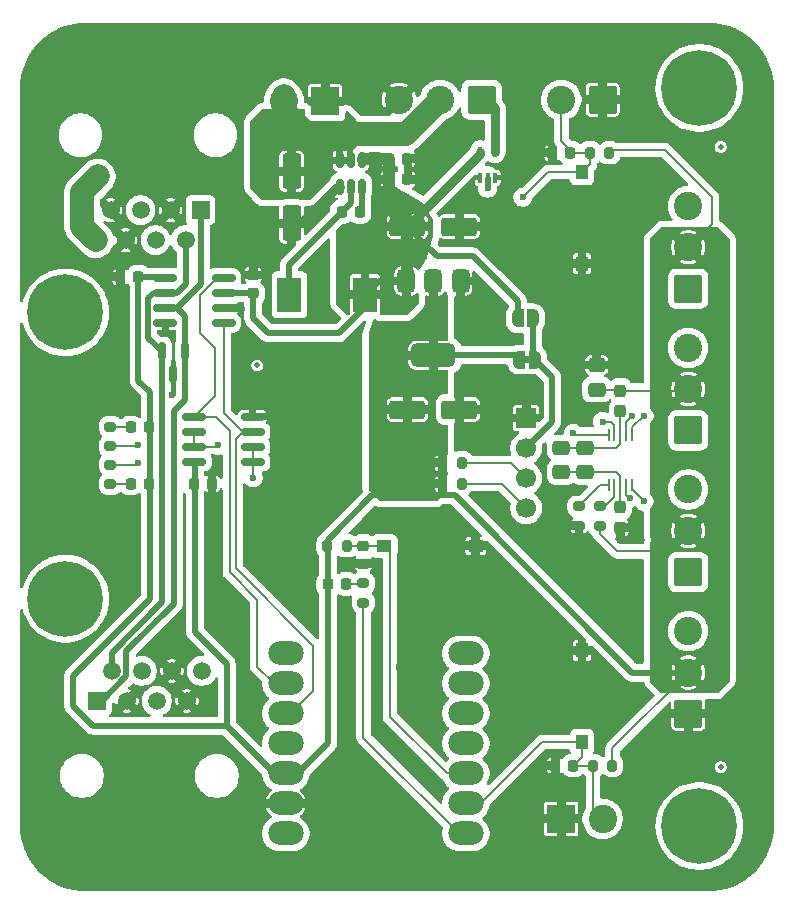
<source format=gbr>
%TF.GenerationSoftware,KiCad,Pcbnew,9.0.1*%
%TF.CreationDate,2025-04-25T16:38:00-04:00*%
%TF.ProjectId,pcb,7063622e-6b69-4636-9164-5f7063625858,1.0*%
%TF.SameCoordinates,Original*%
%TF.FileFunction,Copper,L1,Top*%
%TF.FilePolarity,Positive*%
%FSLAX46Y46*%
G04 Gerber Fmt 4.6, Leading zero omitted, Abs format (unit mm)*
G04 Created by KiCad (PCBNEW 9.0.1) date 2025-04-25 16:38:00*
%MOMM*%
%LPD*%
G01*
G04 APERTURE LIST*
G04 Aperture macros list*
%AMRoundRect*
0 Rectangle with rounded corners*
0 $1 Rounding radius*
0 $2 $3 $4 $5 $6 $7 $8 $9 X,Y pos of 4 corners*
0 Add a 4 corners polygon primitive as box body*
4,1,4,$2,$3,$4,$5,$6,$7,$8,$9,$2,$3,0*
0 Add four circle primitives for the rounded corners*
1,1,$1+$1,$2,$3*
1,1,$1+$1,$4,$5*
1,1,$1+$1,$6,$7*
1,1,$1+$1,$8,$9*
0 Add four rect primitives between the rounded corners*
20,1,$1+$1,$2,$3,$4,$5,0*
20,1,$1+$1,$4,$5,$6,$7,0*
20,1,$1+$1,$6,$7,$8,$9,0*
20,1,$1+$1,$8,$9,$2,$3,0*%
%AMFreePoly0*
4,1,23,0.500000,-0.750000,0.000000,-0.750000,0.000000,-0.745722,-0.065263,-0.745722,-0.191342,-0.711940,-0.304381,-0.646677,-0.396677,-0.554381,-0.461940,-0.441342,-0.495722,-0.315263,-0.495722,-0.250000,-0.500000,-0.250000,-0.500000,0.250000,-0.495722,0.250000,-0.495722,0.315263,-0.461940,0.441342,-0.396677,0.554381,-0.304381,0.646677,-0.191342,0.711940,-0.065263,0.745722,0.000000,0.745722,
0.000000,0.750000,0.500000,0.750000,0.500000,-0.750000,0.500000,-0.750000,$1*%
%AMFreePoly1*
4,1,23,0.000000,0.745722,0.065263,0.745722,0.191342,0.711940,0.304381,0.646677,0.396677,0.554381,0.461940,0.441342,0.495722,0.315263,0.495722,0.250000,0.500000,0.250000,0.500000,-0.250000,0.495722,-0.250000,0.495722,-0.315263,0.461940,-0.441342,0.396677,-0.554381,0.304381,-0.646677,0.191342,-0.711940,0.065263,-0.745722,0.000000,-0.745722,0.000000,-0.750000,-0.500000,-0.750000,
-0.500000,0.750000,0.000000,0.750000,0.000000,0.745722,0.000000,0.745722,$1*%
G04 Aperture macros list end*
%TA.AperFunction,EtchedComponent*%
%ADD10C,0.000000*%
%TD*%
%TA.AperFunction,SMDPad,CuDef*%
%ADD11RoundRect,0.375000X-0.375000X0.625000X-0.375000X-0.625000X0.375000X-0.625000X0.375000X0.625000X0*%
%TD*%
%TA.AperFunction,SMDPad,CuDef*%
%ADD12RoundRect,0.500000X-1.400000X0.500000X-1.400000X-0.500000X1.400000X-0.500000X1.400000X0.500000X0*%
%TD*%
%TA.AperFunction,ComponentPad*%
%ADD13C,2.400000*%
%TD*%
%TA.AperFunction,ComponentPad*%
%ADD14RoundRect,0.250001X0.949999X-0.949999X0.949999X0.949999X-0.949999X0.949999X-0.949999X-0.949999X0*%
%TD*%
%TA.AperFunction,ComponentPad*%
%ADD15C,6.400000*%
%TD*%
%TA.AperFunction,SMDPad,CuDef*%
%ADD16C,0.500000*%
%TD*%
%TA.AperFunction,ComponentPad*%
%ADD17C,1.500000*%
%TD*%
%TA.AperFunction,ComponentPad*%
%ADD18R,1.500000X1.500000*%
%TD*%
%TA.AperFunction,SMDPad,CuDef*%
%ADD19FreePoly0,180.000000*%
%TD*%
%TA.AperFunction,SMDPad,CuDef*%
%ADD20FreePoly1,180.000000*%
%TD*%
%TA.AperFunction,ComponentPad*%
%ADD21R,1.700000X1.700000*%
%TD*%
%TA.AperFunction,ComponentPad*%
%ADD22C,1.700000*%
%TD*%
%TA.AperFunction,SMDPad,CuDef*%
%ADD23R,0.250000X1.100000*%
%TD*%
%TA.AperFunction,SMDPad,CuDef*%
%ADD24RoundRect,0.100000X0.100000X-0.350000X0.100000X0.350000X-0.100000X0.350000X-0.100000X-0.350000X0*%
%TD*%
%TA.AperFunction,SMDPad,CuDef*%
%ADD25R,1.000000X1.250000*%
%TD*%
%TA.AperFunction,SMDPad,CuDef*%
%ADD26RoundRect,0.200000X0.200000X0.275000X-0.200000X0.275000X-0.200000X-0.275000X0.200000X-0.275000X0*%
%TD*%
%TA.AperFunction,SMDPad,CuDef*%
%ADD27RoundRect,0.200000X-0.275000X0.200000X-0.275000X-0.200000X0.275000X-0.200000X0.275000X0.200000X0*%
%TD*%
%TA.AperFunction,SMDPad,CuDef*%
%ADD28RoundRect,0.200000X0.275000X-0.200000X0.275000X0.200000X-0.275000X0.200000X-0.275000X-0.200000X0*%
%TD*%
%TA.AperFunction,ComponentPad*%
%ADD29RoundRect,0.250001X0.949999X0.949999X-0.949999X0.949999X-0.949999X-0.949999X0.949999X-0.949999X0*%
%TD*%
%TA.AperFunction,SMDPad,CuDef*%
%ADD30RoundRect,0.237500X0.237500X-0.287500X0.237500X0.287500X-0.237500X0.287500X-0.237500X-0.287500X0*%
%TD*%
%TA.AperFunction,SMDPad,CuDef*%
%ADD31RoundRect,0.237500X-0.237500X0.287500X-0.237500X-0.287500X0.237500X-0.287500X0.237500X0.287500X0*%
%TD*%
%TA.AperFunction,SMDPad,CuDef*%
%ADD32RoundRect,0.225000X-0.225000X-0.250000X0.225000X-0.250000X0.225000X0.250000X-0.225000X0.250000X0*%
%TD*%
%TA.AperFunction,SMDPad,CuDef*%
%ADD33RoundRect,0.250000X0.475000X-0.337500X0.475000X0.337500X-0.475000X0.337500X-0.475000X-0.337500X0*%
%TD*%
%TA.AperFunction,SMDPad,CuDef*%
%ADD34RoundRect,0.250000X-0.475000X0.337500X-0.475000X-0.337500X0.475000X-0.337500X0.475000X0.337500X0*%
%TD*%
%TA.AperFunction,SMDPad,CuDef*%
%ADD35RoundRect,0.225000X0.250000X-0.225000X0.250000X0.225000X-0.250000X0.225000X-0.250000X-0.225000X0*%
%TD*%
%TA.AperFunction,SMDPad,CuDef*%
%ADD36RoundRect,0.218750X-0.218750X-0.256250X0.218750X-0.256250X0.218750X0.256250X-0.218750X0.256250X0*%
%TD*%
%TA.AperFunction,SMDPad,CuDef*%
%ADD37R,1.250000X1.000000*%
%TD*%
%TA.AperFunction,SMDPad,CuDef*%
%ADD38RoundRect,0.225000X0.225000X0.250000X-0.225000X0.250000X-0.225000X-0.250000X0.225000X-0.250000X0*%
%TD*%
%TA.AperFunction,SMDPad,CuDef*%
%ADD39RoundRect,0.150000X0.825000X0.150000X-0.825000X0.150000X-0.825000X-0.150000X0.825000X-0.150000X0*%
%TD*%
%TA.AperFunction,ComponentPad*%
%ADD40O,3.000000X2.000000*%
%TD*%
%TA.AperFunction,SMDPad,CuDef*%
%ADD41RoundRect,0.150000X-0.150000X0.587500X-0.150000X-0.587500X0.150000X-0.587500X0.150000X0.587500X0*%
%TD*%
%TA.AperFunction,SMDPad,CuDef*%
%ADD42R,2.000000X3.000000*%
%TD*%
%TA.AperFunction,SMDPad,CuDef*%
%ADD43RoundRect,0.250000X-1.250000X-0.550000X1.250000X-0.550000X1.250000X0.550000X-1.250000X0.550000X0*%
%TD*%
%TA.AperFunction,SMDPad,CuDef*%
%ADD44RoundRect,0.250000X-0.550000X1.250000X-0.550000X-1.250000X0.550000X-1.250000X0.550000X1.250000X0*%
%TD*%
%TA.AperFunction,SMDPad,CuDef*%
%ADD45RoundRect,0.218750X0.218750X0.256250X-0.218750X0.256250X-0.218750X-0.256250X0.218750X-0.256250X0*%
%TD*%
%TA.AperFunction,ComponentPad*%
%ADD46R,2.400000X2.400000*%
%TD*%
%TA.AperFunction,SMDPad,CuDef*%
%ADD47RoundRect,0.200000X-0.200000X-0.275000X0.200000X-0.275000X0.200000X0.275000X-0.200000X0.275000X0*%
%TD*%
%TA.AperFunction,SMDPad,CuDef*%
%ADD48RoundRect,0.150000X-0.150000X0.512500X-0.150000X-0.512500X0.150000X-0.512500X0.150000X0.512500X0*%
%TD*%
%TA.AperFunction,ViaPad*%
%ADD49C,0.600000*%
%TD*%
%TA.AperFunction,Conductor*%
%ADD50C,0.200000*%
%TD*%
%TA.AperFunction,Conductor*%
%ADD51C,0.500000*%
%TD*%
%TA.AperFunction,Conductor*%
%ADD52C,2.000000*%
%TD*%
%TA.AperFunction,Conductor*%
%ADD53C,0.750000*%
%TD*%
%TA.AperFunction,Conductor*%
%ADD54C,1.000000*%
%TD*%
G04 APERTURE END LIST*
D10*
%TA.AperFunction,EtchedComponent*%
%TO.C,JP1*%
G36*
X122850000Y-102800000D02*
G01*
X122350000Y-102800000D01*
X122350000Y-102200000D01*
X122850000Y-102200000D01*
X122850000Y-102800000D01*
G37*
%TD.AperFunction*%
%TD*%
D11*
%TO.P,U5,3,VI*%
%TO.N,+5V*%
X112375000Y-95850000D03*
D12*
%TO.P,U5,2,VO*%
%TO.N,+3V3*%
X114675000Y-102150000D03*
D11*
X114675000Y-95850000D03*
%TO.P,U5,1,GND*%
%TO.N,GND*%
X116975000Y-95850000D03*
%TD*%
D13*
%TO.P,J7,3,Pin_3*%
%TO.N,POT1*%
X136250000Y-113500000D03*
%TO.P,J7,2,Pin_2*%
%TO.N,+3V3*%
X136250000Y-117000000D03*
D14*
%TO.P,J7,1,Pin_1*%
%TO.N,GND*%
X136250000Y-120500000D03*
%TD*%
%TO.P,J2,1,Pin_1*%
%TO.N,GND*%
X136250000Y-132500000D03*
D13*
%TO.P,J2,2,Pin_2*%
%TO.N,+3V3*%
X136250000Y-129000000D03*
%TO.P,J2,3,Pin_3*%
%TO.N,POT0*%
X136250000Y-125500000D03*
%TD*%
D15*
%TO.P,H1,1*%
%TO.N,N/C*%
X137175000Y-79500000D03*
%TD*%
%TO.P,H2,1*%
%TO.N,N/C*%
X137174996Y-142000000D03*
%TD*%
D16*
%TO.P,FID2,*%
%TO.N,*%
X139000000Y-84500000D03*
%TD*%
%TO.P,FID3,*%
%TO.N,*%
X139000000Y-137000000D03*
%TD*%
D17*
%TO.P,J4,8*%
%TO.N,VDDA*%
X86067500Y-92390000D03*
%TO.P,J4,7*%
%TO.N,GND*%
X87337500Y-89850000D03*
%TO.P,J4,6*%
X88607500Y-92390000D03*
%TO.P,J4,5*%
%TO.N,ALT-B*%
X89877500Y-89850000D03*
%TO.P,J4,4*%
%TO.N,ALT-A*%
X91147500Y-92390000D03*
%TO.P,J4,3*%
%TO.N,GND*%
X92417500Y-89850000D03*
%TO.P,J4,2*%
%TO.N,CAN-L*%
X93687500Y-92390000D03*
D18*
%TO.P,J4,1*%
%TO.N,CAN-H*%
X94957500Y-89850000D03*
%TD*%
D19*
%TO.P,JP2,1,A*%
%TO.N,Net-(J11-Pin_2)*%
X123100000Y-99000000D03*
D20*
%TO.P,JP2,2,B*%
%TO.N,+5V*%
X121800000Y-99000000D03*
%TD*%
D19*
%TO.P,JP1,1,A*%
%TO.N,Net-(J11-Pin_2)*%
X123250000Y-102500000D03*
D20*
%TO.P,JP1,2,B*%
%TO.N,+3V3*%
X121950000Y-102500000D03*
%TD*%
D21*
%TO.P,J11,1,Pin_1*%
%TO.N,GND*%
X122525000Y-107450000D03*
D22*
%TO.P,J11,2,Pin_2*%
%TO.N,Net-(J11-Pin_2)*%
X122525000Y-109990000D03*
%TO.P,J11,3,Pin_3*%
%TO.N,I2C_SCL*%
X122525000Y-112530000D03*
%TO.P,J11,4,Pin_4*%
%TO.N,I2C_SDA*%
X122525000Y-115070000D03*
%TD*%
D23*
%TO.P,U2,1,ADDR*%
%TO.N,Net-(U2-ADDR)*%
X129500000Y-113150000D03*
%TO.P,U2,2,ALERT/RDY*%
%TO.N,Net-(U2-ALERT{slash}RDY)*%
X130000000Y-113150000D03*
%TO.P,U2,3,GND*%
%TO.N,AGND*%
X130500000Y-113150000D03*
%TO.P,U2,4,AIN0*%
%TO.N,POT0*%
X131000000Y-113150000D03*
%TO.P,U2,5,AIN1*%
%TO.N,POT1*%
X131500000Y-113150000D03*
%TO.P,U2,6,AIN2*%
%TO.N,POT2*%
X131500000Y-108850000D03*
%TO.P,U2,7,AIN3*%
%TO.N,POT3*%
X131000000Y-108850000D03*
%TO.P,U2,8,VDD*%
%TO.N,AVDD*%
X130500000Y-108850000D03*
%TO.P,U2,9,SDA*%
%TO.N,I2C_SDA*%
X130000000Y-108850000D03*
%TO.P,U2,10,SCL*%
%TO.N,I2C_SCL*%
X129500000Y-108850000D03*
%TD*%
D24*
%TO.P,U1,1*%
%TO.N,GND*%
X118600000Y-87100000D03*
%TO.P,U1,2*%
%TO.N,DOUT_3V*%
X119250000Y-87100000D03*
%TO.P,U1,3,GND*%
%TO.N,GND*%
X119900000Y-87100000D03*
%TO.P,U1,4*%
%TO.N,NEOPIXEL_DOUT*%
X119900000Y-84900000D03*
%TO.P,U1,5,VCC*%
%TO.N,+5V*%
X118600000Y-84900000D03*
%TD*%
D25*
%TO.P,SW4,1,1*%
%TO.N,USER_BTN_1*%
X127250000Y-86625000D03*
%TO.P,SW4,2,2*%
%TO.N,GND*%
X127250000Y-94375000D03*
%TD*%
D26*
%TO.P,R19,1*%
%TO.N,+3V3*%
X129575000Y-85000000D03*
%TO.P,R19,2*%
%TO.N,USER_BTN_1*%
X127925000Y-85000000D03*
%TD*%
D27*
%TO.P,R18,1*%
%TO.N,Net-(U2-ALERT{slash}RDY)*%
X128750000Y-114925000D03*
%TO.P,R18,2*%
%TO.N,+3V3*%
X128750000Y-116575000D03*
%TD*%
D28*
%TO.P,R17,1*%
%TO.N,GND*%
X127000000Y-116575000D03*
%TO.P,R17,2*%
%TO.N,Net-(U2-ADDR)*%
X127000000Y-114925000D03*
%TD*%
D29*
%TO.P,J10,1,Pin_1*%
%TO.N,NEOPIXEL_DOUT*%
X118750000Y-80500000D03*
D13*
%TO.P,J10,2,Pin_2*%
%TO.N,+12v*%
X115250000Y-80500000D03*
%TO.P,J10,3,Pin_3*%
%TO.N,GND*%
X111750000Y-80500000D03*
%TD*%
D14*
%TO.P,J9,1,Pin_1*%
%TO.N,GND*%
X136250000Y-96500000D03*
D13*
%TO.P,J9,2,Pin_2*%
%TO.N,+3V3*%
X136250000Y-93000000D03*
%TO.P,J9,3,Pin_3*%
%TO.N,POT3*%
X136250000Y-89500000D03*
%TD*%
D14*
%TO.P,J8,1,Pin_1*%
%TO.N,GND*%
X136250000Y-108500000D03*
D13*
%TO.P,J8,2,Pin_2*%
%TO.N,+3V3*%
X136250000Y-105000000D03*
%TO.P,J8,3,Pin_3*%
%TO.N,POT2*%
X136250000Y-101500000D03*
%TD*%
D29*
%TO.P,J6,1,Pin_1*%
%TO.N,GND*%
X129000000Y-80500000D03*
D13*
%TO.P,J6,2,Pin_2*%
%TO.N,USER_BTN_1*%
X125500000Y-80500000D03*
%TD*%
D30*
%TO.P,FB2,1*%
%TO.N,GND*%
X130500000Y-116750000D03*
%TO.P,FB2,2*%
%TO.N,AGND*%
X130500000Y-115000000D03*
%TD*%
D31*
%TO.P,FB1,1*%
%TO.N,+3V3*%
X130500000Y-105125000D03*
%TO.P,FB1,2*%
%TO.N,AVDD*%
X130500000Y-106875000D03*
%TD*%
D32*
%TO.P,C15,1*%
%TO.N,GND*%
X124725000Y-85000000D03*
%TO.P,C15,2*%
%TO.N,USER_BTN_1*%
X126275000Y-85000000D03*
%TD*%
D33*
%TO.P,C4,1*%
%TO.N,AGND*%
X127500000Y-112037500D03*
%TO.P,C4,2*%
%TO.N,AVDD*%
X127500000Y-109962500D03*
%TD*%
D34*
%TO.P,C3,1*%
%TO.N,GND*%
X128500000Y-102962500D03*
%TO.P,C3,2*%
%TO.N,+3V3*%
X128500000Y-105037500D03*
%TD*%
D33*
%TO.P,C2,1*%
%TO.N,AGND*%
X125500000Y-112037500D03*
%TO.P,C2,2*%
%TO.N,AVDD*%
X125500000Y-109962500D03*
%TD*%
D32*
%TO.P,C11,1*%
%TO.N,GND*%
X124975000Y-136875000D03*
%TO.P,C11,2*%
%TO.N,USER_BTN_0*%
X126525000Y-136875000D03*
%TD*%
D35*
%TO.P,C10,1*%
%TO.N,GND*%
X108750000Y-119800000D03*
%TO.P,C10,2*%
%TO.N,FACTORY_RESET*%
X108750000Y-118250000D03*
%TD*%
D26*
%TO.P,R29,1*%
%TO.N,I2C_SCL*%
X117075000Y-111250000D03*
%TO.P,R29,2*%
%TO.N,+3V3*%
X115425000Y-111250000D03*
%TD*%
D36*
%TO.P,D24,1,K*%
%TO.N,Net-(D24-K)*%
X89037500Y-113000000D03*
%TO.P,D24,2,A*%
%TO.N,+3V3*%
X90612500Y-113000000D03*
%TD*%
D37*
%TO.P,SW2,1,1*%
%TO.N,FACTORY_RESET*%
X110500000Y-118275000D03*
%TO.P,SW2,2,2*%
%TO.N,GND*%
X118250000Y-118275000D03*
%TD*%
D38*
%TO.P,C13,1*%
%TO.N,+3V3*%
X89700000Y-95500000D03*
%TO.P,C13,2*%
%TO.N,GND*%
X88150000Y-95500000D03*
%TD*%
D39*
%TO.P,U7,1,TXD*%
%TO.N,CAN-TX*%
X96900000Y-99405000D03*
%TO.P,U7,2,GND*%
%TO.N,GND*%
X96900000Y-98135000D03*
%TO.P,U7,3,VCC*%
%TO.N,+5V*%
X96900000Y-96865000D03*
%TO.P,U7,4,RXD*%
%TO.N,CAN-RX*%
X96900000Y-95595000D03*
%TO.P,U7,5,VIO*%
%TO.N,+3V3*%
X91950000Y-95595000D03*
%TO.P,U7,6,CANL*%
%TO.N,CAN-L*%
X91950000Y-96865000D03*
%TO.P,U7,7,CANH*%
%TO.N,CAN-H*%
X91950000Y-98135000D03*
%TO.P,U7,8,S*%
%TO.N,GND*%
X91950000Y-99405000D03*
%TD*%
D38*
%TO.P,C12,1*%
%TO.N,GND*%
X95925000Y-113000000D03*
%TO.P,C12,2*%
%TO.N,+3V3*%
X94375000Y-113000000D03*
%TD*%
D40*
%TO.P,U8,1,PA02_A0_D0*%
%TO.N,WIFI_LED*%
X117415000Y-142620000D03*
%TO.P,U8,2,PA4_A1_D1*%
%TO.N,USER_BTN_0*%
X117415000Y-140080000D03*
%TO.P,U8,3,PA10_A2_D2*%
%TO.N,FACTORY_RESET*%
X117415000Y-137540000D03*
%TO.P,U8,4,PA11_A3_D3*%
%TO.N,USER_BTN_1*%
X117415000Y-135000000D03*
%TO.P,U8,5,PA8_A4_D4_SDA*%
%TO.N,I2C_SDA*%
X117415000Y-132460000D03*
%TO.P,U8,6,PA9_A5_D5_SCL*%
%TO.N,I2C_SCL*%
X117415000Y-129920000D03*
%TO.P,U8,7,PB08_A6_TX*%
%TO.N,unconnected-(U8-PB08_A6_TX-Pad7)*%
X117415000Y-127380000D03*
%TO.P,U8,8,PB09_D7_RX*%
%TO.N,unconnected-(U8-PB09_D7_RX-Pad8)*%
X102175000Y-127380000D03*
%TO.P,U8,9,PA7_A8_D8_SCK*%
%TO.N,CAN-RX*%
X102175000Y-129920000D03*
%TO.P,U8,10,PA5_A9_D9_MISO*%
%TO.N,CAN-TX*%
X102175000Y-132460000D03*
%TO.P,U8,11,PA6_A10_D10_MOSI*%
%TO.N,DOUT_3V*%
X102175000Y-135000000D03*
%TO.P,U8,12,3V3*%
%TO.N,+3V3*%
X102175000Y-137540000D03*
%TO.P,U8,13,GND*%
%TO.N,GND*%
X102175000Y-140080000D03*
%TO.P,U8,14,5V*%
%TO.N,unconnected-(U8-5V-Pad14)*%
X102175000Y-142620000D03*
%TD*%
D36*
%TO.P,D25,1,K*%
%TO.N,Net-(D25-K)*%
X89037500Y-108250000D03*
%TO.P,D25,2,A*%
%TO.N,+3V3*%
X90612500Y-108250000D03*
%TD*%
D41*
%TO.P,D15,1,K*%
%TO.N,CAN-H*%
X93600000Y-101812500D03*
%TO.P,D15,2,K*%
%TO.N,CAN-L*%
X91700000Y-101812500D03*
%TO.P,D15,3,A*%
%TO.N,GND*%
X92650000Y-103687500D03*
%TD*%
D18*
%TO.P,J3,1*%
%TO.N,CAN-H*%
X86175000Y-131400000D03*
D17*
%TO.P,J3,2*%
%TO.N,CAN-L*%
X87445000Y-128860000D03*
%TO.P,J3,3*%
%TO.N,GND*%
X88715000Y-131400000D03*
%TO.P,J3,4*%
%TO.N,ALT-A*%
X89985000Y-128860000D03*
%TO.P,J3,5*%
%TO.N,ALT-B*%
X91255000Y-131400000D03*
%TO.P,J3,6*%
%TO.N,GND*%
X92525000Y-128860000D03*
%TO.P,J3,7*%
X93795000Y-131400000D03*
%TO.P,J3,8*%
%TO.N,VDDA*%
X95065000Y-128860000D03*
%TD*%
D42*
%TO.P,L1,1,1*%
%TO.N,Net-(U4-SW)*%
X102475000Y-97000000D03*
%TO.P,L1,2,2*%
%TO.N,+5V*%
X108875000Y-97000000D03*
%TD*%
D43*
%TO.P,C9,1*%
%TO.N,+3V3*%
X112475000Y-106750000D03*
%TO.P,C9,2*%
%TO.N,GND*%
X116875000Y-106750000D03*
%TD*%
D38*
%TO.P,C6,1*%
%TO.N,GND*%
X112450000Y-87250000D03*
%TO.P,C6,2*%
%TO.N,+5V*%
X110900000Y-87250000D03*
%TD*%
D35*
%TO.P,C14,1*%
%TO.N,+5V*%
X99425000Y-96890000D03*
%TO.P,C14,2*%
%TO.N,GND*%
X99425000Y-95340000D03*
%TD*%
D15*
%TO.P,H4,1*%
%TO.N,N/C*%
X83500000Y-98500000D03*
%TD*%
D26*
%TO.P,R16,1*%
%TO.N,+3V3*%
X129825000Y-136875000D03*
%TO.P,R16,2*%
%TO.N,USER_BTN_0*%
X128175000Y-136875000D03*
%TD*%
D32*
%TO.P,C7,1*%
%TO.N,+5V*%
X110900000Y-85500000D03*
%TO.P,C7,2*%
%TO.N,GND*%
X112450000Y-85500000D03*
%TD*%
D44*
%TO.P,C1,1*%
%TO.N,+12v*%
X102675000Y-86550000D03*
%TO.P,C1,2*%
%TO.N,GND*%
X102675000Y-90950000D03*
%TD*%
D45*
%TO.P,D1,1,K*%
%TO.N,Net-(D1-K)*%
X107287500Y-121500000D03*
%TO.P,D1,2,A*%
%TO.N,+3V3*%
X105712500Y-121500000D03*
%TD*%
D28*
%TO.P,R44,1*%
%TO.N,Net-(U6B--)*%
X87325000Y-109825000D03*
%TO.P,R44,2*%
%TO.N,Net-(D25-K)*%
X87325000Y-108175000D03*
%TD*%
%TO.P,R10,1*%
%TO.N,WIFI_LED*%
X108750000Y-123075000D03*
%TO.P,R10,2*%
%TO.N,Net-(D1-K)*%
X108750000Y-121425000D03*
%TD*%
D43*
%TO.P,C8,1*%
%TO.N,+5V*%
X112475000Y-91250000D03*
%TO.P,C8,2*%
%TO.N,GND*%
X116875000Y-91250000D03*
%TD*%
D46*
%TO.P,J5,1,Pin_1*%
%TO.N,GND*%
X125500000Y-141375000D03*
D13*
%TO.P,J5,2,Pin_2*%
%TO.N,USER_BTN_0*%
X129000000Y-141375000D03*
%TD*%
D39*
%TO.P,U6,1*%
%TO.N,Net-(U6A--)*%
X99375000Y-111155000D03*
%TO.P,U6,2,-*%
X99375000Y-109885000D03*
%TO.P,U6,3,+*%
%TO.N,CAN-TX*%
X99375000Y-108615000D03*
%TO.P,U6,4,V-*%
%TO.N,GND*%
X99375000Y-107345000D03*
%TO.P,U6,5,+*%
%TO.N,CAN-RX*%
X94425000Y-107345000D03*
%TO.P,U6,6,-*%
%TO.N,Net-(U6B--)*%
X94425000Y-108615000D03*
%TO.P,U6,7*%
X94425000Y-109885000D03*
%TO.P,U6,8,V+*%
%TO.N,+3V3*%
X94425000Y-111155000D03*
%TD*%
D46*
%TO.P,J1,1,Pin_1*%
%TO.N,GND*%
X105500000Y-80617500D03*
D13*
%TO.P,J1,2,Pin_2*%
%TO.N,+12v*%
X102000000Y-80617500D03*
%TD*%
D27*
%TO.P,R43,1*%
%TO.N,Net-(U6A--)*%
X87325000Y-111387500D03*
%TO.P,R43,2*%
%TO.N,Net-(D24-K)*%
X87325000Y-113037500D03*
%TD*%
D47*
%TO.P,R15,1*%
%TO.N,+3V3*%
X105675000Y-118275000D03*
%TO.P,R15,2*%
%TO.N,FACTORY_RESET*%
X107325000Y-118275000D03*
%TD*%
D26*
%TO.P,R30,1*%
%TO.N,I2C_SDA*%
X117075000Y-113000000D03*
%TO.P,R30,2*%
%TO.N,+3V3*%
X115425000Y-113000000D03*
%TD*%
D32*
%TO.P,C5,1*%
%TO.N,Net-(U4-SW)*%
X106900000Y-90000000D03*
%TO.P,C5,2*%
%TO.N,/5V-BST*%
X108450000Y-90000000D03*
%TD*%
D25*
%TO.P,SW3,1,1*%
%TO.N,USER_BTN_0*%
X127250000Y-134875000D03*
%TO.P,SW3,2,2*%
%TO.N,GND*%
X127250000Y-127125000D03*
%TD*%
D15*
%TO.P,H3,1*%
%TO.N,N/C*%
X83500000Y-122750000D03*
%TD*%
D16*
%TO.P,FID1,*%
%TO.N,*%
X99750000Y-103000000D03*
%TD*%
D48*
%TO.P,U4,1,FB*%
%TO.N,+5V*%
X108625000Y-85612500D03*
%TO.P,U4,2,EN*%
%TO.N,+12v*%
X107675000Y-85612500D03*
%TO.P,U4,3,IN*%
X106725000Y-85612500D03*
%TO.P,U4,4,GND*%
%TO.N,GND*%
X106725000Y-87887500D03*
%TO.P,U4,5,SW*%
%TO.N,Net-(U4-SW)*%
X107675000Y-87887500D03*
%TO.P,U4,6,BST*%
%TO.N,/5V-BST*%
X108625000Y-87887500D03*
%TD*%
D49*
%TO.N,GND*%
X115000000Y-139250000D03*
X112750000Y-137000000D03*
X110250000Y-134500000D03*
X110000000Y-125750000D03*
X110000000Y-120000000D03*
X107000000Y-120000000D03*
X132250000Y-117750000D03*
X126250000Y-117750000D03*
X130500000Y-117750000D03*
X130000000Y-101500000D03*
X140750000Y-123000000D03*
X140750000Y-99000000D03*
X140750000Y-111000000D03*
X134500000Y-138750000D03*
X115000000Y-86250000D03*
X116500000Y-82750000D03*
X115750000Y-89750000D03*
X142500000Y-84250000D03*
X108500000Y-74500000D03*
X122250000Y-74500000D03*
X131250000Y-74500000D03*
X137250000Y-74500000D03*
X137000000Y-85000000D03*
X140000000Y-87000000D03*
X141750000Y-78750000D03*
X129250000Y-77500000D03*
X133750000Y-82250000D03*
X127000000Y-82500000D03*
X133500000Y-77500000D03*
X122250000Y-86000000D03*
X122250000Y-80250000D03*
X109000000Y-80250000D03*
X124750000Y-77500000D03*
X118750000Y-77500000D03*
X113000000Y-77500000D03*
X108000000Y-77500000D03*
X103250000Y-77500000D03*
X95750000Y-74750000D03*
X85500000Y-74750000D03*
X90750000Y-74750000D03*
X95500000Y-80250000D03*
X85500000Y-80250000D03*
X83250000Y-77500000D03*
X97750000Y-77500000D03*
X93000000Y-77500000D03*
X88250000Y-77500000D03*
X90750000Y-80250000D03*
X93000000Y-83500000D03*
X88250000Y-83500000D03*
X96750000Y-94250000D03*
X96750000Y-90750000D03*
X99500000Y-93750000D03*
X134000000Y-89250000D03*
X133750000Y-86250000D03*
X131000000Y-90500000D03*
X130000000Y-86250000D03*
X127000000Y-88500000D03*
X123750000Y-90250000D03*
X127000000Y-93000000D03*
X130000000Y-96000000D03*
X127000000Y-99000000D03*
X124000000Y-96000000D03*
X121000000Y-93250000D03*
X119500000Y-97250000D03*
X121250000Y-100750000D03*
X126500000Y-105000000D03*
X142250000Y-140500000D03*
X142250000Y-135250000D03*
X139750000Y-132000000D03*
X136000000Y-135250000D03*
X132000000Y-141500000D03*
X132000000Y-136000000D03*
X137250000Y-147000000D03*
X131250000Y-147000000D03*
X123250000Y-147000000D03*
X127250000Y-139500000D03*
X123500000Y-138250000D03*
X123250000Y-142500000D03*
X132000000Y-131500000D03*
X128500000Y-133000000D03*
X121000000Y-132500000D03*
X124750000Y-131000000D03*
X122000000Y-127500000D03*
X128000000Y-128750000D03*
X125250000Y-125500000D03*
X122000000Y-122750000D03*
X129000000Y-120500000D03*
X132000000Y-123000000D03*
X132000000Y-127250000D03*
X128750000Y-124250000D03*
X123500000Y-118000000D03*
X126000000Y-121500000D03*
X124500000Y-115250000D03*
X126500000Y-113500000D03*
X119500000Y-105000000D03*
X123250000Y-105000000D03*
X118500000Y-114000000D03*
X118750000Y-120250000D03*
X116750000Y-122250000D03*
X116750000Y-117750000D03*
X110000000Y-116250000D03*
X112000000Y-118000000D03*
X112000000Y-122250000D03*
X112250000Y-132000000D03*
X114500000Y-134000000D03*
X111750000Y-128500000D03*
X113500000Y-130250000D03*
X113500000Y-126500000D03*
X80500000Y-82000000D03*
X80500000Y-88000000D03*
X83750000Y-144250000D03*
X80500000Y-143000000D03*
X97750000Y-144500000D03*
X92750000Y-144500000D03*
X88500000Y-144250000D03*
X80500000Y-138250000D03*
X80500000Y-132500000D03*
X107000000Y-113000000D03*
%TO.N,USER_BTN_1*%
X122250000Y-88750000D03*
%TO.N,POT1*%
X132500000Y-114500000D03*
%TO.N,POT0*%
X131291267Y-114219303D03*
%TO.N,POT2*%
X132500000Y-107250000D03*
%TO.N,POT3*%
X131500000Y-107250000D03*
%TO.N,I2C_SCL*%
X126500000Y-108750000D03*
%TO.N,I2C_SDA*%
X129000000Y-107750000D03*
%TO.N,DOUT_3V*%
X119250000Y-88000000D03*
%TO.N,VDDA*%
X86250000Y-87000000D03*
%TO.N,GND*%
X114000000Y-145500000D03*
X92925000Y-125000000D03*
X107000000Y-143000000D03*
X91000000Y-126750000D03*
X86250000Y-141000000D03*
X117175000Y-98750000D03*
X104425000Y-95750000D03*
X105500000Y-108250000D03*
X97925000Y-106000000D03*
X100000000Y-133750000D03*
X104250000Y-111250000D03*
X97925000Y-103000000D03*
X108175000Y-104750000D03*
X120000000Y-136500000D03*
X104500000Y-140500000D03*
X95925000Y-118250000D03*
X100175000Y-104750000D03*
X109500000Y-140500000D03*
X99500000Y-119250000D03*
X98675000Y-131500000D03*
X80500000Y-126750000D03*
X80500000Y-119000000D03*
X104000000Y-105000000D03*
X104175000Y-101500000D03*
X108175000Y-108250000D03*
X94750000Y-135250000D03*
X96425000Y-111250000D03*
X88500000Y-138000000D03*
X98425000Y-127750000D03*
X117675000Y-103250000D03*
X105425000Y-97500000D03*
X98425000Y-98250000D03*
X94750000Y-141000000D03*
X106250000Y-103250000D03*
X86000000Y-118500000D03*
X86000000Y-95000000D03*
X118250000Y-110000000D03*
X80500000Y-102250000D03*
X90750000Y-141000000D03*
X95925000Y-123000000D03*
X95750000Y-132000000D03*
X119175000Y-90000000D03*
X86000000Y-102250000D03*
X111500000Y-143000000D03*
X91925000Y-100250000D03*
X90750000Y-135250000D03*
X117500000Y-125000000D03*
X105425000Y-93250000D03*
X85750000Y-109250000D03*
X107000000Y-132500000D03*
X107000000Y-127750000D03*
X92750000Y-138000000D03*
X120000000Y-140500000D03*
X107000000Y-137500000D03*
X104000000Y-118500000D03*
X99500000Y-115750000D03*
X104425000Y-99000000D03*
X99925000Y-101500000D03*
X80500000Y-109250000D03*
X80500000Y-95000000D03*
X92500000Y-105500000D03*
X107000000Y-124500000D03*
X95925000Y-114500000D03*
X108175000Y-100750000D03*
X105000000Y-145500000D03*
X120000000Y-144750000D03*
X86250000Y-135250000D03*
X109500000Y-145500000D03*
X104250000Y-114500000D03*
X100750000Y-145500000D03*
%TO.N,Net-(U6A--)*%
X99400000Y-112500000D03*
X89650000Y-111250000D03*
%TO.N,Net-(U6B--)*%
X89650000Y-109750000D03*
X96400000Y-109750000D03*
%TD*%
D50*
%TO.N,FACTORY_RESET*%
X111000000Y-118775000D02*
X110500000Y-118275000D01*
X111000000Y-132750000D02*
X111000000Y-118775000D01*
X115790000Y-137540000D02*
X111000000Y-132750000D01*
X117415000Y-137540000D02*
X115790000Y-137540000D01*
%TO.N,Net-(D1-K)*%
X108675000Y-121500000D02*
X108750000Y-121425000D01*
X107287500Y-121500000D02*
X108675000Y-121500000D01*
%TO.N,POT0*%
X131219303Y-114219303D02*
X131000000Y-114000000D01*
X131291267Y-114219303D02*
X131219303Y-114219303D01*
X131000000Y-114000000D02*
X131000000Y-113150000D01*
%TO.N,USER_BTN_1*%
X127925000Y-85950000D02*
X127250000Y-86625000D01*
X127925000Y-85000000D02*
X127925000Y-85950000D01*
X126525000Y-85000000D02*
X127925000Y-85000000D01*
X125500000Y-80250000D02*
X125500000Y-83975000D01*
X125500000Y-83975000D02*
X126525000Y-85000000D01*
%TO.N,+3V3*%
X128750000Y-117250000D02*
X128750000Y-116575000D01*
X130250000Y-118750000D02*
X128750000Y-117250000D01*
X134500000Y-118750000D02*
X130250000Y-118750000D01*
X136250000Y-117000000D02*
X134500000Y-118750000D01*
D51*
X121600000Y-102150000D02*
X121950000Y-102500000D01*
X114675000Y-102150000D02*
X121600000Y-102150000D01*
%TO.N,Net-(J11-Pin_2)*%
X124750000Y-107765000D02*
X122525000Y-109990000D01*
X123250000Y-102500000D02*
X124750000Y-104000000D01*
X124750000Y-104000000D02*
X124750000Y-107765000D01*
X123100000Y-102350000D02*
X123250000Y-102500000D01*
X123100000Y-98750000D02*
X123100000Y-102350000D01*
%TO.N,+5V*%
X121800000Y-97550000D02*
X121800000Y-98750000D01*
X118000000Y-93750000D02*
X121800000Y-97550000D01*
D52*
%TO.N,+12v*%
X104000000Y-83417500D02*
X112332500Y-83417500D01*
X102000000Y-81417500D02*
X104000000Y-83417500D01*
X112332500Y-83417500D02*
X115250000Y-80500000D01*
D50*
%TO.N,USER_BTN_0*%
X123875000Y-134875000D02*
X127250000Y-134875000D01*
X118670000Y-140080000D02*
X123875000Y-134875000D01*
X117415000Y-140080000D02*
X118670000Y-140080000D01*
%TO.N,+3V3*%
X129825000Y-135425000D02*
X129825000Y-136875000D01*
%TO.N,USER_BTN_1*%
X124375000Y-86625000D02*
X122250000Y-88750000D01*
X127250000Y-86625000D02*
X124375000Y-86625000D01*
D51*
%TO.N,+3V3*%
X131500000Y-129000000D02*
X136250000Y-129000000D01*
X105750000Y-117750000D02*
X109500000Y-114000000D01*
X109500000Y-114000000D02*
X116500000Y-114000000D01*
X116500000Y-114000000D02*
X131500000Y-129000000D01*
X103175000Y-137540000D02*
X105750000Y-134965000D01*
X105750000Y-134965000D02*
X105750000Y-117750000D01*
X102175000Y-137540000D02*
X103175000Y-137540000D01*
D50*
%TO.N,Net-(U2-ALERT{slash}RDY)*%
X130000000Y-114150000D02*
X130000000Y-113150000D01*
X128750000Y-114925000D02*
X129225000Y-114925000D01*
X129225000Y-114925000D02*
X130000000Y-114150000D01*
%TO.N,Net-(U2-ADDR)*%
X127000000Y-114925000D02*
X128775000Y-113150000D01*
X128775000Y-113150000D02*
X129500000Y-113150000D01*
%TO.N,POT1*%
X131500000Y-113500000D02*
X132500000Y-114500000D01*
X131500000Y-113150000D02*
X131500000Y-113500000D01*
%TO.N,I2C_SDA*%
X120455000Y-113000000D02*
X117075000Y-113000000D01*
X122525000Y-115070000D02*
X120455000Y-113000000D01*
%TO.N,I2C_SCL*%
X121245000Y-111250000D02*
X117075000Y-111250000D01*
X122525000Y-112530000D02*
X121245000Y-111250000D01*
%TO.N,AGND*%
X130500000Y-115000000D02*
X130500000Y-113150000D01*
%TO.N,+3V3*%
X136125000Y-105125000D02*
X136250000Y-105000000D01*
X130500000Y-105125000D02*
X136125000Y-105125000D01*
X128500000Y-105037500D02*
X130412500Y-105037500D01*
X130412500Y-105037500D02*
X130500000Y-105125000D01*
%TO.N,POT2*%
X131500000Y-108250000D02*
X132500000Y-107250000D01*
X131500000Y-108850000D02*
X131500000Y-108250000D01*
%TO.N,POT3*%
X131000000Y-107750000D02*
X131500000Y-107250000D01*
X131000000Y-108850000D02*
X131000000Y-107750000D01*
%TO.N,AVDD*%
X130500000Y-108850000D02*
X130500000Y-106875000D01*
%TO.N,+3V3*%
X136250000Y-129000000D02*
X129825000Y-135425000D01*
X138250000Y-88750000D02*
X134250000Y-84750000D01*
X136250000Y-93000000D02*
X138250000Y-91000000D01*
X138250000Y-91000000D02*
X138250000Y-88750000D01*
X134250000Y-84750000D02*
X129575000Y-84750000D01*
%TO.N,USER_BTN_0*%
X127250000Y-136150000D02*
X126525000Y-136875000D01*
X127250000Y-134875000D02*
X127250000Y-136150000D01*
X126525000Y-136875000D02*
X128175000Y-136875000D01*
X128175000Y-141175000D02*
X129000000Y-142000000D01*
X128175000Y-136875000D02*
X128175000Y-140550000D01*
X117415000Y-140080000D02*
X117596000Y-139899000D01*
%TO.N,POT1*%
X135900000Y-113150000D02*
X136250000Y-113500000D01*
%TO.N,I2C_SCL*%
X126600000Y-108850000D02*
X129500000Y-108850000D01*
X126500000Y-108750000D02*
X126600000Y-108850000D01*
%TO.N,I2C_SDA*%
X129000000Y-107750000D02*
X129677000Y-107750000D01*
X129677000Y-107750000D02*
X130000000Y-108073000D01*
X130000000Y-108073000D02*
X130000000Y-108850000D01*
%TO.N,AVDD*%
X127500000Y-109962500D02*
X125500000Y-109962500D01*
X130500000Y-108850000D02*
X130500000Y-109627000D01*
X130500000Y-109627000D02*
X130164500Y-109962500D01*
X130164500Y-109962500D02*
X127500000Y-109962500D01*
%TO.N,AGND*%
X127500000Y-112037500D02*
X125500000Y-112037500D01*
X130500000Y-112373000D02*
X130164500Y-112037500D01*
X130164500Y-112037500D02*
X127500000Y-112037500D01*
X130500000Y-113150000D02*
X130500000Y-112373000D01*
D51*
%TO.N,+5V*%
X118000000Y-93750000D02*
X114975000Y-93750000D01*
X114975000Y-93750000D02*
X112475000Y-91250000D01*
D50*
%TO.N,WIFI_LED*%
X108750000Y-134500000D02*
X108750000Y-123075000D01*
X116870000Y-142620000D02*
X108750000Y-134500000D01*
X117415000Y-142620000D02*
X116870000Y-142620000D01*
%TO.N,FACTORY_RESET*%
X108750000Y-118250000D02*
X110475000Y-118250000D01*
X107325000Y-118275000D02*
X108725000Y-118275000D01*
D51*
%TO.N,DOUT_3V*%
X119250000Y-87100000D02*
X119250000Y-88000000D01*
D53*
%TO.N,+5V*%
X118600000Y-85125000D02*
X112475000Y-91250000D01*
X118600000Y-84900000D02*
X118600000Y-85125000D01*
%TO.N,NEOPIXEL_DOUT*%
X119900000Y-81232500D02*
X118750000Y-80082500D01*
X119900000Y-84900000D02*
X119900000Y-81232500D01*
D52*
%TO.N,+12v*%
X102000000Y-80200000D02*
X102000000Y-81000000D01*
%TO.N,VDDA*%
X84925000Y-88325000D02*
X86250000Y-87000000D01*
X84925000Y-88500000D02*
X84925000Y-88325000D01*
X84925000Y-91247500D02*
X84925000Y-88500000D01*
X86067500Y-92390000D02*
X84925000Y-91247500D01*
D53*
%TO.N,GND*%
X102675000Y-90950000D02*
X103475000Y-90950000D01*
X102175000Y-140080000D02*
X104080000Y-140080000D01*
X102175000Y-140080000D02*
X100500000Y-140080000D01*
X103475000Y-90950000D02*
X106537500Y-87887500D01*
X106537500Y-87887500D02*
X106725000Y-87887500D01*
X104080000Y-140080000D02*
X104500000Y-140500000D01*
D51*
%TO.N,/5V-BST*%
X108625000Y-87887500D02*
X108625000Y-89825000D01*
X108625000Y-89825000D02*
X108450000Y-90000000D01*
D54*
%TO.N,+5V*%
X110900000Y-89675000D02*
X110900000Y-87250000D01*
D51*
X110025000Y-95850000D02*
X108875000Y-97000000D01*
D54*
X108737500Y-85500000D02*
X108675000Y-85562500D01*
D51*
X96900000Y-96865000D02*
X99400000Y-96865000D01*
X106675000Y-100250000D02*
X108875000Y-98050000D01*
D54*
X108675000Y-85562500D02*
X108675000Y-85612500D01*
X112475000Y-91250000D02*
X112475000Y-95750000D01*
X110900000Y-85500000D02*
X108737500Y-85500000D01*
D51*
X108875000Y-98050000D02*
X108875000Y-97000000D01*
X99425000Y-96890000D02*
X99425000Y-99000000D01*
D54*
X110900000Y-87250000D02*
X110900000Y-85500000D01*
D51*
X99425000Y-99000000D02*
X100675000Y-100250000D01*
D54*
X112475000Y-95750000D02*
X112375000Y-95850000D01*
X112475000Y-91250000D02*
X110900000Y-89675000D01*
D51*
X112375000Y-95850000D02*
X110025000Y-95850000D01*
X100675000Y-100250000D02*
X106675000Y-100250000D01*
X99400000Y-96865000D02*
X99425000Y-96890000D01*
%TO.N,+3V3*%
X94450000Y-111180000D02*
X94450000Y-125525000D01*
X90675000Y-105250000D02*
X90675000Y-122750000D01*
X97135000Y-133500000D02*
X97175000Y-133540000D01*
X99285000Y-135650000D02*
X101175000Y-137540000D01*
X89700000Y-95500000D02*
X91855000Y-95500000D01*
X97175000Y-133540000D02*
X99285000Y-135650000D01*
X90675000Y-122750000D02*
X84175000Y-129250000D01*
X89700000Y-104275000D02*
X90675000Y-105250000D01*
X94450000Y-125525000D02*
X97175000Y-128250000D01*
X94425000Y-111155000D02*
X94450000Y-111180000D01*
X97175000Y-128250000D02*
X97175000Y-133540000D01*
X101175000Y-137540000D02*
X102175000Y-137540000D01*
X84175000Y-131800000D02*
X85875000Y-133500000D01*
X89700000Y-95500000D02*
X89700000Y-104275000D01*
X114675000Y-102150000D02*
X114675000Y-95850000D01*
X85875000Y-133500000D02*
X97135000Y-133500000D01*
X84175000Y-129250000D02*
X84175000Y-131800000D01*
X91855000Y-95500000D02*
X91950000Y-95595000D01*
%TO.N,CAN-H*%
X92924999Y-98135000D02*
X93625000Y-98835001D01*
X91950000Y-98135000D02*
X92924999Y-98135000D01*
X93600000Y-101812500D02*
X93600000Y-105900000D01*
X94957500Y-89850000D02*
X94957500Y-96102499D01*
X93600000Y-105900000D02*
X92675000Y-106825000D01*
X93625000Y-101787500D02*
X93600000Y-101812500D01*
X92675000Y-106825000D02*
X92675000Y-123195686D01*
X93625000Y-98835001D02*
X93625000Y-101787500D01*
X88675000Y-127195686D02*
X88675000Y-129327057D01*
X91950000Y-98135000D02*
X91604448Y-98135000D01*
X92675000Y-123195686D02*
X88675000Y-127195686D01*
X94957500Y-96102499D02*
X92924999Y-98135000D01*
X88675000Y-129327057D02*
X86602057Y-131400000D01*
X86602057Y-131400000D02*
X86175000Y-131400000D01*
%TO.N,CAN-L*%
X93687500Y-92390000D02*
X93687500Y-96102499D01*
X91950000Y-96865000D02*
X90975001Y-96865000D01*
X90525000Y-97315001D02*
X90525000Y-100637500D01*
X90525000Y-100637500D02*
X91700000Y-101812500D01*
X87445000Y-127305000D02*
X87445000Y-128860000D01*
X91725000Y-101837500D02*
X91725000Y-123025000D01*
X92924999Y-96865000D02*
X91950000Y-96865000D01*
X91700000Y-101812500D02*
X91725000Y-101837500D01*
X91725000Y-123025000D02*
X87445000Y-127305000D01*
X93687500Y-96102499D02*
X92924999Y-96865000D01*
X90975001Y-96865000D02*
X90525000Y-97315001D01*
D50*
%TO.N,CAN-RX*%
X96245000Y-107345000D02*
X97425000Y-108525000D01*
X96900000Y-95595000D02*
X96330000Y-95595000D01*
X94925000Y-97000000D02*
X94925000Y-100250000D01*
X97425000Y-108525000D02*
X97425000Y-120500000D01*
X97425000Y-120500000D02*
X99750000Y-122825000D01*
X99750000Y-128500000D02*
X101170000Y-129920000D01*
X99750000Y-122825000D02*
X99750000Y-128500000D01*
X101170000Y-129920000D02*
X102175000Y-129920000D01*
X96175000Y-101500000D02*
X96175000Y-105595000D01*
X96175000Y-105595000D02*
X94425000Y-107345000D01*
X94925000Y-100250000D02*
X96175000Y-101500000D01*
X94425000Y-107345000D02*
X96245000Y-107345000D01*
X96330000Y-95595000D02*
X94925000Y-97000000D01*
%TO.N,CAN-TX*%
X96900000Y-107000000D02*
X98515000Y-108615000D01*
X98560000Y-108615000D02*
X97925000Y-109250000D01*
X104500000Y-130567500D02*
X102607500Y-132460000D01*
X98515000Y-108615000D02*
X99375000Y-108615000D01*
X99375000Y-108615000D02*
X98560000Y-108615000D01*
X97925000Y-109250000D02*
X97925000Y-120165001D01*
X96900000Y-99405000D02*
X96900000Y-107000000D01*
X97925000Y-120165001D02*
X104500000Y-126740001D01*
X104500000Y-126740001D02*
X104500000Y-130567500D01*
X102607500Y-132460000D02*
X102175000Y-132460000D01*
D51*
%TO.N,Net-(U4-SW)*%
X106900000Y-90000000D02*
X102425000Y-94475000D01*
X107675000Y-89225000D02*
X107675000Y-87887500D01*
X106900000Y-90000000D02*
X107675000Y-89225000D01*
X102425000Y-94475000D02*
X102425000Y-96950000D01*
X102425000Y-96950000D02*
X102475000Y-97000000D01*
D50*
%TO.N,Net-(D24-K)*%
X89000000Y-113037500D02*
X89037500Y-113000000D01*
X87325000Y-113037500D02*
X89000000Y-113037500D01*
%TO.N,Net-(D25-K)*%
X88962500Y-108175000D02*
X89037500Y-108250000D01*
X87325000Y-108175000D02*
X88962500Y-108175000D01*
%TO.N,Net-(U6A--)*%
X89650000Y-111250000D02*
X89512500Y-111387500D01*
X99375000Y-112475000D02*
X99400000Y-112500000D01*
X99375000Y-111155000D02*
X99375000Y-112475000D01*
X89512500Y-111387500D02*
X87325000Y-111387500D01*
X99375000Y-111155000D02*
X99375000Y-109885000D01*
%TO.N,Net-(U6B--)*%
X94425000Y-109885000D02*
X96265000Y-109885000D01*
X87400000Y-109750000D02*
X87325000Y-109825000D01*
X94425000Y-108615000D02*
X94425000Y-109885000D01*
X96265000Y-109885000D02*
X96400000Y-109750000D01*
X89650000Y-109750000D02*
X89575000Y-109825000D01*
X89575000Y-109825000D02*
X87325000Y-109825000D01*
%TD*%
%TA.AperFunction,Conductor*%
%TO.N,+12v*%
G36*
X100685954Y-81269685D02*
G01*
X100729400Y-81317705D01*
X100742923Y-81344245D01*
X100837168Y-81250000D01*
X101897830Y-81250000D01*
X101273252Y-81874575D01*
X101443395Y-81961268D01*
X101660455Y-82031795D01*
X101885884Y-82067500D01*
X102114116Y-82067500D01*
X102339544Y-82031795D01*
X102556605Y-81961268D01*
X102556612Y-81961265D01*
X102726746Y-81874575D01*
X102102170Y-81250000D01*
X103162829Y-81250000D01*
X103257075Y-81344246D01*
X103270600Y-81317704D01*
X103318575Y-81266909D01*
X103381084Y-81250000D01*
X103667500Y-81250000D01*
X103734539Y-81269685D01*
X103780294Y-81322489D01*
X103791500Y-81374000D01*
X103791500Y-81866154D01*
X103798011Y-81926702D01*
X103798011Y-81926704D01*
X103837209Y-82031795D01*
X103849111Y-82063704D01*
X103936739Y-82180761D01*
X104053796Y-82268389D01*
X104190799Y-82319489D01*
X104218050Y-82322418D01*
X104251345Y-82325999D01*
X104251362Y-82326000D01*
X106748638Y-82326000D01*
X106748654Y-82325999D01*
X106775692Y-82323091D01*
X106809201Y-82319489D01*
X106946204Y-82268389D01*
X107063261Y-82180761D01*
X107150889Y-82063704D01*
X107201989Y-81926701D01*
X107207593Y-81874575D01*
X107208499Y-81866154D01*
X107208500Y-81866137D01*
X107208500Y-81582862D01*
X107228185Y-81515823D01*
X107280989Y-81470068D01*
X107350147Y-81460124D01*
X107413703Y-81489149D01*
X107420181Y-81495181D01*
X108138681Y-82213681D01*
X108172166Y-82275004D01*
X108175000Y-82301362D01*
X108175000Y-84441652D01*
X108155315Y-84508691D01*
X108114123Y-84548383D01*
X108068195Y-84575545D01*
X108068187Y-84575551D01*
X107950551Y-84693187D01*
X107950544Y-84693196D01*
X107865855Y-84836398D01*
X107865853Y-84836403D01*
X107819439Y-84996161D01*
X107819436Y-84996180D01*
X107819163Y-84999648D01*
X107818401Y-85001842D01*
X107818299Y-85002406D01*
X107818212Y-85002390D01*
X107798651Y-85058795D01*
X107781278Y-85084796D01*
X107705256Y-85268330D01*
X107705254Y-85268338D01*
X107666500Y-85463166D01*
X107666500Y-85463171D01*
X107666500Y-85711829D01*
X107672617Y-85742584D01*
X107675000Y-85766772D01*
X107675000Y-85788500D01*
X107655315Y-85855539D01*
X107602511Y-85901294D01*
X107551000Y-85912500D01*
X106175001Y-85912500D01*
X106175001Y-86156479D01*
X106189835Y-86250149D01*
X106189837Y-86250155D01*
X106247356Y-86363041D01*
X106247363Y-86363050D01*
X106336949Y-86452636D01*
X106336956Y-86452641D01*
X106440113Y-86505202D01*
X106490910Y-86553176D01*
X106507705Y-86620997D01*
X106485168Y-86687132D01*
X106430453Y-86730584D01*
X106418415Y-86734763D01*
X106311402Y-86765853D01*
X106311398Y-86765855D01*
X106168196Y-86850544D01*
X106168187Y-86850551D01*
X106050551Y-86968187D01*
X106050544Y-86968196D01*
X105965854Y-87111400D01*
X105965852Y-87111403D01*
X105934488Y-87219361D01*
X105903093Y-87272447D01*
X104211860Y-88963681D01*
X104150537Y-88997166D01*
X104124179Y-89000000D01*
X103543951Y-89000000D01*
X103504948Y-88993706D01*
X103414337Y-88963681D01*
X103379427Y-88952113D01*
X103275545Y-88941500D01*
X102074462Y-88941500D01*
X102074446Y-88941501D01*
X101970572Y-88952113D01*
X101885464Y-88980315D01*
X101845051Y-88993706D01*
X101806049Y-89000000D01*
X100226362Y-89000000D01*
X100159323Y-88980315D01*
X100138681Y-88963681D01*
X99211319Y-88036319D01*
X99177834Y-87974996D01*
X99175000Y-87948638D01*
X99175000Y-87847844D01*
X101625000Y-87847844D01*
X101631401Y-87907372D01*
X101631403Y-87907379D01*
X101681645Y-88042086D01*
X101681649Y-88042093D01*
X101767809Y-88157187D01*
X101767812Y-88157190D01*
X101882906Y-88243350D01*
X101882913Y-88243354D01*
X102017620Y-88293596D01*
X102017627Y-88293598D01*
X102077155Y-88299999D01*
X102077172Y-88300000D01*
X102300000Y-88300000D01*
X103050000Y-88300000D01*
X103272828Y-88300000D01*
X103272844Y-88299999D01*
X103332372Y-88293598D01*
X103332379Y-88293596D01*
X103467086Y-88243354D01*
X103467093Y-88243350D01*
X103582187Y-88157190D01*
X103582190Y-88157187D01*
X103668350Y-88042093D01*
X103668354Y-88042086D01*
X103718596Y-87907379D01*
X103718598Y-87907372D01*
X103724999Y-87847844D01*
X103725000Y-87847827D01*
X103725000Y-86925000D01*
X103050000Y-86925000D01*
X103050000Y-88300000D01*
X102300000Y-88300000D01*
X102300000Y-86925000D01*
X101625000Y-86925000D01*
X101625000Y-87847844D01*
X99175000Y-87847844D01*
X99175000Y-85252155D01*
X101625000Y-85252155D01*
X101625000Y-86175000D01*
X102300000Y-86175000D01*
X103050000Y-86175000D01*
X103725000Y-86175000D01*
X103725000Y-85252172D01*
X103724999Y-85252155D01*
X103718598Y-85192627D01*
X103718596Y-85192620D01*
X103686655Y-85106980D01*
X103672308Y-85068513D01*
X106175000Y-85068513D01*
X106175000Y-85312500D01*
X106425000Y-85312500D01*
X106425000Y-84727497D01*
X106424999Y-84727496D01*
X107025000Y-84727496D01*
X107025000Y-85312500D01*
X107375000Y-85312500D01*
X107375000Y-84727497D01*
X107374999Y-84727496D01*
X107286953Y-84772359D01*
X107279059Y-84778095D01*
X107278146Y-84776838D01*
X107226358Y-84805117D01*
X107156666Y-84800133D01*
X107121397Y-84777466D01*
X107120941Y-84778095D01*
X107113046Y-84772359D01*
X107025000Y-84727496D01*
X106424999Y-84727496D01*
X106336953Y-84772359D01*
X106247363Y-84861949D01*
X106247360Y-84861953D01*
X106189833Y-84974855D01*
X106175000Y-85068513D01*
X103672308Y-85068513D01*
X103668354Y-85057913D01*
X103668350Y-85057906D01*
X103582190Y-84942812D01*
X103582187Y-84942809D01*
X103467093Y-84856649D01*
X103467086Y-84856645D01*
X103332379Y-84806403D01*
X103332372Y-84806401D01*
X103272844Y-84800000D01*
X103050000Y-84800000D01*
X103050000Y-86175000D01*
X102300000Y-86175000D01*
X102300000Y-84800000D01*
X102077155Y-84800000D01*
X102017627Y-84806401D01*
X102017620Y-84806403D01*
X101882913Y-84856645D01*
X101882906Y-84856649D01*
X101767812Y-84942809D01*
X101767809Y-84942812D01*
X101681649Y-85057906D01*
X101681645Y-85057913D01*
X101631403Y-85192620D01*
X101631401Y-85192627D01*
X101625000Y-85252155D01*
X99175000Y-85252155D01*
X99175000Y-82301362D01*
X99194685Y-82234323D01*
X99211319Y-82213681D01*
X100138681Y-81286319D01*
X100200004Y-81252834D01*
X100226362Y-81250000D01*
X100618915Y-81250000D01*
X100685954Y-81269685D01*
G37*
%TD.AperFunction*%
%TD*%
%TA.AperFunction,Conductor*%
%TO.N,+5V*%
G36*
X110177326Y-84945685D02*
G01*
X110223081Y-84998489D01*
X110233025Y-85067647D01*
X110226469Y-85093333D01*
X110214657Y-85124999D01*
X110214658Y-85125000D01*
X110776000Y-85125000D01*
X110843039Y-85144685D01*
X110888794Y-85197489D01*
X110900000Y-85249000D01*
X110900000Y-85500000D01*
X111151000Y-85500000D01*
X111218039Y-85519685D01*
X111263794Y-85572489D01*
X111275000Y-85624000D01*
X111275000Y-86201016D01*
X111354982Y-86171186D01*
X111354984Y-86171184D01*
X111429706Y-86115248D01*
X111442522Y-86110467D01*
X111452894Y-86101543D01*
X111474617Y-86098495D01*
X111495170Y-86090830D01*
X111508539Y-86093738D01*
X111522086Y-86091838D01*
X111542006Y-86101017D01*
X111563443Y-86105681D01*
X111574460Y-86115974D01*
X111585542Y-86121081D01*
X111606888Y-86146270D01*
X111608562Y-86147834D01*
X111609084Y-86148652D01*
X111645715Y-86208040D01*
X111649157Y-86211482D01*
X111655545Y-86221497D01*
X111663590Y-86249251D01*
X111674407Y-86276061D01*
X111675000Y-86288177D01*
X111675000Y-86461822D01*
X111655315Y-86528861D01*
X111648270Y-86538728D01*
X111645714Y-86541960D01*
X111609554Y-86600583D01*
X111557606Y-86647306D01*
X111488643Y-86658527D01*
X111429707Y-86634751D01*
X111354986Y-86578816D01*
X111354984Y-86578814D01*
X111275000Y-86548981D01*
X111275000Y-87951016D01*
X111354982Y-87921186D01*
X111354984Y-87921184D01*
X111429706Y-87865248D01*
X111441328Y-87860912D01*
X111450563Y-87852627D01*
X111473451Y-87848931D01*
X111495170Y-87840830D01*
X111507291Y-87843466D01*
X111519539Y-87841489D01*
X111540789Y-87850753D01*
X111563443Y-87855681D01*
X111573771Y-87865132D01*
X111583587Y-87869411D01*
X111603139Y-87892004D01*
X111607158Y-87895681D01*
X111608388Y-87897524D01*
X111645715Y-87958040D01*
X111654913Y-87967238D01*
X111661711Y-87977424D01*
X111662421Y-87979698D01*
X111666096Y-87984498D01*
X111674999Y-87999999D01*
X111675000Y-87999999D01*
X111675000Y-88000000D01*
X111691564Y-88009662D01*
X111716764Y-88029089D01*
X111766960Y-88079285D01*
X111912899Y-88169302D01*
X112021767Y-88205376D01*
X112045232Y-88215968D01*
X112538705Y-88503828D01*
X112538779Y-88503871D01*
X113782649Y-89229462D01*
X113827695Y-89274811D01*
X114618810Y-90652172D01*
X114658526Y-90721318D01*
X114675000Y-90783078D01*
X114675000Y-91982569D01*
X114670195Y-92016754D01*
X114149805Y-93831243D01*
X114135762Y-93862778D01*
X113693048Y-94571120D01*
X113675588Y-94593071D01*
X113671832Y-94596827D01*
X113554957Y-94741155D01*
X113554950Y-94741166D01*
X113488434Y-94871710D01*
X113440460Y-94922505D01*
X113372639Y-94939300D01*
X113306504Y-94916762D01*
X113271217Y-94878534D01*
X113247771Y-94838889D01*
X113247767Y-94838883D01*
X113136116Y-94727232D01*
X113136108Y-94727226D01*
X113000188Y-94646844D01*
X113000185Y-94646843D01*
X112848553Y-94602789D01*
X112848547Y-94602788D01*
X112813118Y-94600000D01*
X112750000Y-94600000D01*
X112750000Y-97100000D01*
X112813106Y-97100000D01*
X112813118Y-97099999D01*
X112848547Y-97097211D01*
X112848553Y-97097210D01*
X113000185Y-97053156D01*
X113000188Y-97053155D01*
X113136108Y-96972773D01*
X113136116Y-96972767D01*
X113213319Y-96895565D01*
X113274642Y-96862080D01*
X113344334Y-96867064D01*
X113400267Y-96908936D01*
X113424684Y-96974400D01*
X113425000Y-96983246D01*
X113425000Y-97698638D01*
X113405315Y-97765677D01*
X113388681Y-97786319D01*
X112461319Y-98713681D01*
X112399996Y-98747166D01*
X112373638Y-98750000D01*
X110231265Y-98750000D01*
X110164226Y-98730315D01*
X110118471Y-98677511D01*
X110108527Y-98608353D01*
X110109648Y-98601809D01*
X110124999Y-98524628D01*
X110125000Y-98524626D01*
X110125000Y-97375000D01*
X107625000Y-97375000D01*
X107625000Y-98524628D01*
X107640352Y-98601809D01*
X107638474Y-98622792D01*
X107641473Y-98643647D01*
X107635423Y-98656894D01*
X107634125Y-98671401D01*
X107621199Y-98688038D01*
X107612448Y-98707203D01*
X107600195Y-98715077D01*
X107591261Y-98726578D01*
X107571393Y-98733586D01*
X107553670Y-98744977D01*
X107529086Y-98748511D01*
X107525372Y-98749822D01*
X107518735Y-98750000D01*
X107476362Y-98750000D01*
X107409323Y-98730315D01*
X107388681Y-98713681D01*
X106461319Y-97786319D01*
X106427834Y-97724996D01*
X106425000Y-97698638D01*
X106425000Y-95475371D01*
X107625000Y-95475371D01*
X107625000Y-96625000D01*
X108500000Y-96625000D01*
X109250000Y-96625000D01*
X110125000Y-96625000D01*
X110125000Y-96538118D01*
X111375000Y-96538118D01*
X111377788Y-96573547D01*
X111377789Y-96573553D01*
X111421843Y-96725185D01*
X111421844Y-96725188D01*
X111502226Y-96861108D01*
X111502232Y-96861116D01*
X111613883Y-96972767D01*
X111613891Y-96972773D01*
X111749811Y-97053155D01*
X111749814Y-97053156D01*
X111901446Y-97097210D01*
X111901452Y-97097211D01*
X111936881Y-97099999D01*
X111936894Y-97100000D01*
X112000000Y-97100000D01*
X112000000Y-96225000D01*
X111375000Y-96225000D01*
X111375000Y-96538118D01*
X110125000Y-96538118D01*
X110125000Y-95475373D01*
X110124999Y-95475371D01*
X110110496Y-95402459D01*
X110110494Y-95402455D01*
X110055239Y-95319760D01*
X109972544Y-95264504D01*
X109972540Y-95264503D01*
X109899627Y-95250000D01*
X109250000Y-95250000D01*
X109250000Y-96625000D01*
X108500000Y-96625000D01*
X108500000Y-95250000D01*
X107850373Y-95250000D01*
X107777459Y-95264503D01*
X107777455Y-95264505D01*
X107694760Y-95319760D01*
X107639505Y-95402455D01*
X107639503Y-95402459D01*
X107625000Y-95475371D01*
X106425000Y-95475371D01*
X106425000Y-95161881D01*
X111375000Y-95161881D01*
X111375000Y-95475000D01*
X112000000Y-95475000D01*
X112000000Y-94600000D01*
X111936881Y-94600000D01*
X111901452Y-94602788D01*
X111901446Y-94602789D01*
X111749814Y-94646843D01*
X111749811Y-94646844D01*
X111613891Y-94727226D01*
X111613883Y-94727232D01*
X111502232Y-94838883D01*
X111502226Y-94838891D01*
X111421844Y-94974811D01*
X111421843Y-94974814D01*
X111377789Y-95126446D01*
X111377788Y-95126452D01*
X111375000Y-95161881D01*
X106425000Y-95161881D01*
X106425000Y-91847844D01*
X110725000Y-91847844D01*
X110731401Y-91907372D01*
X110731403Y-91907379D01*
X110781645Y-92042086D01*
X110781649Y-92042093D01*
X110867809Y-92157187D01*
X110867812Y-92157190D01*
X110982906Y-92243350D01*
X110982913Y-92243354D01*
X111117620Y-92293596D01*
X111117627Y-92293598D01*
X111177155Y-92299999D01*
X111177172Y-92300000D01*
X112100000Y-92300000D01*
X112850000Y-92300000D01*
X113772828Y-92300000D01*
X113772844Y-92299999D01*
X113832372Y-92293598D01*
X113832379Y-92293596D01*
X113967086Y-92243354D01*
X113967093Y-92243350D01*
X114082187Y-92157190D01*
X114082190Y-92157187D01*
X114168350Y-92042093D01*
X114168354Y-92042086D01*
X114218596Y-91907379D01*
X114218598Y-91907372D01*
X114224999Y-91847844D01*
X114225000Y-91847827D01*
X114225000Y-91625000D01*
X112850000Y-91625000D01*
X112850000Y-92300000D01*
X112100000Y-92300000D01*
X112100000Y-91625000D01*
X110725000Y-91625000D01*
X110725000Y-91847844D01*
X106425000Y-91847844D01*
X106425000Y-91599043D01*
X106433644Y-91569602D01*
X106440168Y-91539616D01*
X106443922Y-91534600D01*
X106444685Y-91532004D01*
X106461319Y-91511362D01*
X106952862Y-91019819D01*
X107014185Y-90986334D01*
X107040543Y-90983500D01*
X107173867Y-90983500D01*
X107173872Y-90983500D01*
X107274336Y-90973236D01*
X107437101Y-90919302D01*
X107583040Y-90829285D01*
X107587319Y-90825006D01*
X107648642Y-90791521D01*
X107718334Y-90796505D01*
X107762681Y-90825006D01*
X107766959Y-90829284D01*
X107766963Y-90829287D01*
X107912890Y-90919297D01*
X107912893Y-90919298D01*
X107912899Y-90919302D01*
X108075664Y-90973236D01*
X108176128Y-90983500D01*
X108176133Y-90983500D01*
X108723867Y-90983500D01*
X108723872Y-90983500D01*
X108824336Y-90973236D01*
X108987101Y-90919302D01*
X109133040Y-90829285D01*
X109254285Y-90708040D01*
X109288755Y-90652155D01*
X110725000Y-90652155D01*
X110725000Y-90875000D01*
X112100000Y-90875000D01*
X112850000Y-90875000D01*
X114225000Y-90875000D01*
X114225000Y-90652172D01*
X114224999Y-90652155D01*
X114218598Y-90592627D01*
X114218596Y-90592620D01*
X114168354Y-90457913D01*
X114168350Y-90457906D01*
X114082190Y-90342812D01*
X114082187Y-90342809D01*
X113967093Y-90256649D01*
X113967086Y-90256645D01*
X113832379Y-90206403D01*
X113832372Y-90206401D01*
X113772844Y-90200000D01*
X112850000Y-90200000D01*
X112850000Y-90875000D01*
X112100000Y-90875000D01*
X112100000Y-90200000D01*
X111177155Y-90200000D01*
X111117627Y-90206401D01*
X111117620Y-90206403D01*
X110982913Y-90256645D01*
X110982906Y-90256649D01*
X110867812Y-90342809D01*
X110867809Y-90342812D01*
X110781649Y-90457906D01*
X110781645Y-90457913D01*
X110731403Y-90592620D01*
X110731401Y-90592627D01*
X110725000Y-90652155D01*
X109288755Y-90652155D01*
X109325473Y-90592627D01*
X109330947Y-90583753D01*
X109330947Y-90583752D01*
X109344298Y-90562107D01*
X109344302Y-90562101D01*
X109398236Y-90399336D01*
X109408500Y-90298872D01*
X109408500Y-89701128D01*
X109398236Y-89600664D01*
X109398235Y-89600660D01*
X109389794Y-89575185D01*
X109383500Y-89536182D01*
X109383500Y-88683469D01*
X109388422Y-88648877D01*
X109430562Y-88503831D01*
X109433500Y-88466502D01*
X109433500Y-87625000D01*
X110214658Y-87625000D01*
X110253813Y-87729981D01*
X110253815Y-87729984D01*
X110335671Y-87839331D01*
X110445016Y-87921185D01*
X110445017Y-87921186D01*
X110525000Y-87951017D01*
X110525000Y-87625000D01*
X110214658Y-87625000D01*
X109433500Y-87625000D01*
X109433500Y-87308498D01*
X109430562Y-87271169D01*
X109384145Y-87111399D01*
X109299453Y-86968193D01*
X109299449Y-86968188D01*
X109206260Y-86874999D01*
X110214657Y-86874999D01*
X110214658Y-86875000D01*
X110525000Y-86875000D01*
X110525000Y-86548982D01*
X110524999Y-86548981D01*
X110445016Y-86578814D01*
X110335670Y-86660670D01*
X110253815Y-86770015D01*
X110253813Y-86770018D01*
X110214657Y-86874999D01*
X109206260Y-86874999D01*
X109181812Y-86850551D01*
X109181803Y-86850544D01*
X109038601Y-86765855D01*
X109038596Y-86765853D01*
X108931586Y-86734764D01*
X108872700Y-86697158D01*
X108843494Y-86633686D01*
X108853240Y-86564499D01*
X108898844Y-86511564D01*
X108909886Y-86505203D01*
X109013045Y-86452639D01*
X109013050Y-86452636D01*
X109102636Y-86363050D01*
X109102639Y-86363046D01*
X109160166Y-86250144D01*
X109175000Y-86156486D01*
X109175000Y-85912500D01*
X108749000Y-85912500D01*
X108681961Y-85892815D01*
X108666524Y-85875000D01*
X110214658Y-85875000D01*
X110253813Y-85979981D01*
X110253815Y-85979984D01*
X110335671Y-86089331D01*
X110445016Y-86171185D01*
X110445017Y-86171186D01*
X110525000Y-86201017D01*
X110525000Y-85875000D01*
X110214658Y-85875000D01*
X108666524Y-85875000D01*
X108636206Y-85840011D01*
X108625000Y-85788500D01*
X108625000Y-85436500D01*
X108644685Y-85369461D01*
X108697489Y-85323706D01*
X108749000Y-85312500D01*
X109174999Y-85312500D01*
X109174999Y-85068515D01*
X109174617Y-85063659D01*
X109175890Y-85063558D01*
X109184099Y-85000093D01*
X109229100Y-84946646D01*
X109295854Y-84926012D01*
X109297612Y-84926000D01*
X110110287Y-84926000D01*
X110177326Y-84945685D01*
G37*
%TD.AperFunction*%
%TD*%
%TA.AperFunction,Conductor*%
%TO.N,+3V3*%
G36*
X114993039Y-95869685D02*
G01*
X115038794Y-95922489D01*
X115050000Y-95974000D01*
X115050000Y-97100000D01*
X115113106Y-97100000D01*
X115113118Y-97099999D01*
X115148547Y-97097211D01*
X115148553Y-97097210D01*
X115300185Y-97053156D01*
X115300188Y-97053155D01*
X115436108Y-96972773D01*
X115436116Y-96972767D01*
X115547767Y-96861116D01*
X115547773Y-96861107D01*
X115571217Y-96821466D01*
X115574352Y-96818538D01*
X115575684Y-96814459D01*
X115599670Y-96794897D01*
X115622285Y-96773782D01*
X115626505Y-96773014D01*
X115629831Y-96770302D01*
X115660580Y-96766814D01*
X115691026Y-96761276D01*
X115694992Y-96762912D01*
X115699256Y-96762429D01*
X115727008Y-96776119D01*
X115755616Y-96787921D01*
X115759159Y-96791979D01*
X115761916Y-96793340D01*
X115772351Y-96807093D01*
X115784222Y-96820692D01*
X115786460Y-96824414D01*
X115854953Y-96958839D01*
X115902814Y-97017943D01*
X115907272Y-97025357D01*
X115914009Y-97051125D01*
X115924257Y-97075700D01*
X115925000Y-97089250D01*
X115925000Y-100776000D01*
X115905315Y-100843039D01*
X115852511Y-100888794D01*
X115801000Y-100900000D01*
X115050000Y-100900000D01*
X115050000Y-103399999D01*
X115801000Y-103399999D01*
X115868039Y-103419684D01*
X115913794Y-103472488D01*
X115925000Y-103523999D01*
X115925000Y-105317500D01*
X115905315Y-105384539D01*
X115852511Y-105430294D01*
X115801001Y-105441500D01*
X115574463Y-105441500D01*
X115574446Y-105441501D01*
X115470572Y-105452113D01*
X115302264Y-105507884D01*
X115302259Y-105507886D01*
X115151346Y-105600971D01*
X115025971Y-105726346D01*
X114932886Y-105877259D01*
X114932884Y-105877264D01*
X114877113Y-106045572D01*
X114866500Y-106149447D01*
X114866500Y-107350537D01*
X114866501Y-107350553D01*
X114877113Y-107454426D01*
X114932885Y-107622738D01*
X115025970Y-107773652D01*
X115151348Y-107899030D01*
X115302262Y-107992115D01*
X115470574Y-108047887D01*
X115574455Y-108058500D01*
X115801002Y-108058499D01*
X115868039Y-108078183D01*
X115913794Y-108130987D01*
X115925000Y-108182499D01*
X115925000Y-110428458D01*
X115905315Y-110495497D01*
X115852511Y-110541252D01*
X115818876Y-110546088D01*
X115800000Y-110559481D01*
X115800000Y-111940517D01*
X115812847Y-111949633D01*
X115818647Y-111948800D01*
X115823973Y-111951232D01*
X115829823Y-111950934D01*
X115855395Y-111965582D01*
X115882203Y-111977825D01*
X115885369Y-111982752D01*
X115890451Y-111985663D01*
X115904042Y-112011808D01*
X115919977Y-112036603D01*
X115921141Y-112044699D01*
X115922678Y-112047656D01*
X115925000Y-112071538D01*
X115925000Y-112178458D01*
X115905315Y-112245497D01*
X115852511Y-112291252D01*
X115818876Y-112296088D01*
X115800000Y-112309481D01*
X115800000Y-113625000D01*
X115570000Y-113855000D01*
X115569998Y-113855000D01*
X114961319Y-114463681D01*
X114899996Y-114497166D01*
X114873638Y-114500000D01*
X110226362Y-114500000D01*
X110159323Y-114480315D01*
X110138681Y-114463681D01*
X109211319Y-113536319D01*
X109196615Y-113509391D01*
X109180023Y-113483573D01*
X109179131Y-113477372D01*
X109177834Y-113474996D01*
X109175000Y-113448638D01*
X109175000Y-113375000D01*
X114783238Y-113375000D01*
X114822653Y-113487645D01*
X114903207Y-113596792D01*
X115012351Y-113677344D01*
X115012353Y-113677345D01*
X115050000Y-113690517D01*
X115050000Y-113375000D01*
X114783238Y-113375000D01*
X109175000Y-113375000D01*
X109175000Y-112625000D01*
X114783238Y-112625000D01*
X115050000Y-112625000D01*
X115050000Y-112309481D01*
X115049999Y-112309481D01*
X115012355Y-112322653D01*
X114903207Y-112403207D01*
X114822653Y-112512354D01*
X114783238Y-112625000D01*
X109175000Y-112625000D01*
X109175000Y-111625000D01*
X114783238Y-111625000D01*
X114822653Y-111737645D01*
X114903207Y-111846792D01*
X115012351Y-111927344D01*
X115012353Y-111927345D01*
X115050000Y-111940517D01*
X115050000Y-111625000D01*
X114783238Y-111625000D01*
X109175000Y-111625000D01*
X109175000Y-110875000D01*
X114783238Y-110875000D01*
X115050000Y-110875000D01*
X115050000Y-110559481D01*
X115049999Y-110559481D01*
X115012355Y-110572653D01*
X114903207Y-110653207D01*
X114822653Y-110762354D01*
X114783238Y-110875000D01*
X109175000Y-110875000D01*
X109175000Y-107347844D01*
X110725000Y-107347844D01*
X110731401Y-107407372D01*
X110731403Y-107407379D01*
X110781645Y-107542086D01*
X110781649Y-107542093D01*
X110867809Y-107657187D01*
X110867812Y-107657190D01*
X110982906Y-107743350D01*
X110982913Y-107743354D01*
X111117620Y-107793596D01*
X111117627Y-107793598D01*
X111177155Y-107799999D01*
X111177172Y-107800000D01*
X112100000Y-107800000D01*
X112850000Y-107800000D01*
X113772828Y-107800000D01*
X113772844Y-107799999D01*
X113832372Y-107793598D01*
X113832379Y-107793596D01*
X113967086Y-107743354D01*
X113967093Y-107743350D01*
X114082187Y-107657190D01*
X114082190Y-107657187D01*
X114168350Y-107542093D01*
X114168354Y-107542086D01*
X114218596Y-107407379D01*
X114218598Y-107407372D01*
X114224999Y-107347844D01*
X114225000Y-107347827D01*
X114225000Y-107125000D01*
X112850000Y-107125000D01*
X112850000Y-107800000D01*
X112100000Y-107800000D01*
X112100000Y-107125000D01*
X110725000Y-107125000D01*
X110725000Y-107347844D01*
X109175000Y-107347844D01*
X109175000Y-106152155D01*
X110725000Y-106152155D01*
X110725000Y-106375000D01*
X112100000Y-106375000D01*
X112850000Y-106375000D01*
X114225000Y-106375000D01*
X114225000Y-106152172D01*
X114224999Y-106152155D01*
X114218598Y-106092627D01*
X114218596Y-106092620D01*
X114168354Y-105957913D01*
X114168350Y-105957906D01*
X114082190Y-105842812D01*
X114082187Y-105842809D01*
X113967093Y-105756649D01*
X113967086Y-105756645D01*
X113832379Y-105706403D01*
X113832372Y-105706401D01*
X113772844Y-105700000D01*
X112850000Y-105700000D01*
X112850000Y-106375000D01*
X112100000Y-106375000D01*
X112100000Y-105700000D01*
X111177155Y-105700000D01*
X111117627Y-105706401D01*
X111117620Y-105706403D01*
X110982913Y-105756645D01*
X110982906Y-105756649D01*
X110867812Y-105842809D01*
X110867809Y-105842812D01*
X110781649Y-105957906D01*
X110781645Y-105957913D01*
X110731403Y-106092620D01*
X110731401Y-106092627D01*
X110725000Y-106152155D01*
X109175000Y-106152155D01*
X109175000Y-102699986D01*
X112525001Y-102699986D01*
X112535494Y-102802697D01*
X112590641Y-102969119D01*
X112590643Y-102969124D01*
X112682684Y-103118345D01*
X112806654Y-103242315D01*
X112955875Y-103334356D01*
X112955880Y-103334358D01*
X113122302Y-103389505D01*
X113122309Y-103389506D01*
X113225019Y-103399999D01*
X114299999Y-103399999D01*
X114300000Y-103399998D01*
X114300000Y-102525000D01*
X112525001Y-102525000D01*
X112525001Y-102699986D01*
X109175000Y-102699986D01*
X109175000Y-101600013D01*
X112525000Y-101600013D01*
X112525000Y-101775000D01*
X114300000Y-101775000D01*
X114300000Y-100900000D01*
X113225028Y-100900000D01*
X113225012Y-100900001D01*
X113122302Y-100910494D01*
X112955880Y-100965641D01*
X112955875Y-100965643D01*
X112806654Y-101057684D01*
X112682684Y-101181654D01*
X112590643Y-101330875D01*
X112590641Y-101330880D01*
X112535494Y-101497302D01*
X112535493Y-101497309D01*
X112525000Y-101600013D01*
X109175000Y-101600013D01*
X109175000Y-100272066D01*
X109182614Y-100229285D01*
X109537615Y-99263500D01*
X109588203Y-99125872D01*
X109629808Y-99069741D01*
X109695155Y-99045013D01*
X109763498Y-99059541D01*
X109785789Y-99074939D01*
X109886604Y-99162297D01*
X110019552Y-99223014D01*
X110086591Y-99242699D01*
X110086595Y-99242700D01*
X110231265Y-99263500D01*
X110231268Y-99263500D01*
X112373639Y-99263500D01*
X112379984Y-99263159D01*
X112428533Y-99260557D01*
X112428540Y-99260556D01*
X112428544Y-99260556D01*
X112435537Y-99259803D01*
X112454891Y-99257723D01*
X112454910Y-99257720D01*
X112509144Y-99248932D01*
X112509146Y-99248931D01*
X112509149Y-99248931D01*
X112646091Y-99197854D01*
X112707414Y-99164369D01*
X112824418Y-99076780D01*
X113751780Y-98149418D01*
X113788517Y-98108520D01*
X113805151Y-98087878D01*
X113837297Y-98043299D01*
X113898014Y-97910351D01*
X113917699Y-97843312D01*
X113917700Y-97843308D01*
X113938500Y-97698638D01*
X113938500Y-97185969D01*
X113958185Y-97118930D01*
X114010989Y-97073175D01*
X114080147Y-97063231D01*
X114097095Y-97066893D01*
X114201446Y-97097210D01*
X114201452Y-97097211D01*
X114236881Y-97099999D01*
X114236894Y-97100000D01*
X114300000Y-97100000D01*
X114300000Y-95974000D01*
X114319685Y-95906961D01*
X114372489Y-95861206D01*
X114424000Y-95850000D01*
X114926000Y-95850000D01*
X114993039Y-95869685D01*
G37*
%TD.AperFunction*%
%TD*%
%TA.AperFunction,Conductor*%
%TO.N,GND*%
G36*
X106696644Y-119118949D02*
G01*
X106832087Y-119200827D01*
X106996351Y-119252013D01*
X107067735Y-119258500D01*
X107582264Y-119258499D01*
X107582272Y-119258499D01*
X107653645Y-119252014D01*
X107653648Y-119252013D01*
X107653649Y-119252013D01*
X107817913Y-119200827D01*
X107946430Y-119123135D01*
X108013982Y-119105300D01*
X108080456Y-119126817D01*
X108124744Y-119180858D01*
X108132785Y-119250263D01*
X108109846Y-119303563D01*
X108078814Y-119345016D01*
X108048981Y-119424999D01*
X108048982Y-119425000D01*
X109451018Y-119425000D01*
X109451017Y-119424999D01*
X109426700Y-119359804D01*
X109421714Y-119290112D01*
X109455199Y-119228789D01*
X109516522Y-119195303D01*
X109586213Y-119200287D01*
X109617192Y-119217202D01*
X109628796Y-119225889D01*
X109765799Y-119276989D01*
X109793050Y-119279918D01*
X109826345Y-119283499D01*
X109826362Y-119283500D01*
X110267500Y-119283500D01*
X110334539Y-119303185D01*
X110380294Y-119355989D01*
X110391500Y-119407500D01*
X110391500Y-132830111D01*
X110401606Y-132867826D01*
X110432968Y-132984873D01*
X110513078Y-133123627D01*
X115416373Y-138026922D01*
X115462184Y-138053371D01*
X115510400Y-138103938D01*
X115514883Y-138114683D01*
X115515157Y-138114570D01*
X115517016Y-138119061D01*
X115623077Y-138327216D01*
X115624815Y-138330627D01*
X115764380Y-138522722D01*
X115932278Y-138690620D01*
X115932284Y-138690624D01*
X115958515Y-138709683D01*
X116001181Y-138765013D01*
X116007159Y-138834626D01*
X115974553Y-138896421D01*
X115958515Y-138910317D01*
X115932284Y-138929375D01*
X115932275Y-138929382D01*
X115764382Y-139097275D01*
X115624815Y-139289372D01*
X115517019Y-139500932D01*
X115443643Y-139726758D01*
X115406500Y-139961272D01*
X115406500Y-139996589D01*
X115386815Y-140063628D01*
X115334011Y-140109383D01*
X115264853Y-140119327D01*
X115201297Y-140090302D01*
X115194819Y-140084270D01*
X109394819Y-134284270D01*
X109361334Y-134222947D01*
X109358500Y-134196589D01*
X109358500Y-123971227D01*
X109378185Y-123904188D01*
X109418351Y-123865109D01*
X109465155Y-123836816D01*
X109586816Y-123715155D01*
X109675827Y-123567913D01*
X109727013Y-123403649D01*
X109733500Y-123332265D01*
X109733499Y-122817736D01*
X109733499Y-122817735D01*
X109733499Y-122817727D01*
X109727014Y-122746354D01*
X109727011Y-122746344D01*
X109675828Y-122582090D01*
X109675827Y-122582089D01*
X109675827Y-122582087D01*
X109586816Y-122434845D01*
X109586814Y-122434843D01*
X109586813Y-122434841D01*
X109489653Y-122337681D01*
X109456168Y-122276358D01*
X109461152Y-122206666D01*
X109489653Y-122162319D01*
X109586812Y-122065159D01*
X109586813Y-122065158D01*
X109586816Y-122065155D01*
X109675827Y-121917913D01*
X109727013Y-121753649D01*
X109733500Y-121682265D01*
X109733499Y-121167736D01*
X109733499Y-121167727D01*
X109727014Y-121096354D01*
X109727011Y-121096344D01*
X109675828Y-120932090D01*
X109675827Y-120932089D01*
X109675827Y-120932087D01*
X109586816Y-120784845D01*
X109586814Y-120784843D01*
X109586813Y-120784841D01*
X109465158Y-120663186D01*
X109421270Y-120636655D01*
X109332085Y-120582740D01*
X109284898Y-120531213D01*
X109273060Y-120462353D01*
X109300329Y-120398025D01*
X109321929Y-120377354D01*
X109339330Y-120364328D01*
X109421185Y-120254983D01*
X109451018Y-120175000D01*
X108048982Y-120175000D01*
X108078814Y-120254983D01*
X108160669Y-120364327D01*
X108178072Y-120377355D01*
X108197448Y-120403238D01*
X108217929Y-120428229D01*
X108218253Y-120431029D01*
X108219944Y-120433288D01*
X108222250Y-120465533D01*
X108225970Y-120497634D01*
X108224728Y-120500165D01*
X108224930Y-120502980D01*
X108209435Y-120531357D01*
X108195211Y-120560369D01*
X108192285Y-120562766D01*
X108191446Y-120564304D01*
X108167913Y-120582741D01*
X108056952Y-120649820D01*
X107989398Y-120667656D01*
X107927706Y-120649242D01*
X107815692Y-120580151D01*
X107654314Y-120526676D01*
X107654311Y-120526675D01*
X107654312Y-120526675D01*
X107554712Y-120516500D01*
X107020296Y-120516500D01*
X107020280Y-120516501D01*
X106920684Y-120526676D01*
X106759310Y-120580150D01*
X106759305Y-120580152D01*
X106697597Y-120618215D01*
X106630204Y-120636655D01*
X106563541Y-120615732D01*
X106518771Y-120562090D01*
X106508500Y-120512676D01*
X106508500Y-119225068D01*
X106528185Y-119158029D01*
X106580989Y-119112274D01*
X106650147Y-119102330D01*
X106696644Y-119118949D01*
G37*
%TD.AperFunction*%
%TA.AperFunction,Conductor*%
G36*
X116201496Y-114778185D02*
G01*
X116222138Y-114794819D01*
X118740638Y-117313319D01*
X118774123Y-117374642D01*
X118769139Y-117444334D01*
X118727267Y-117500267D01*
X118661803Y-117524684D01*
X118652957Y-117525000D01*
X118625000Y-117525000D01*
X118625000Y-117900000D01*
X119124999Y-117900000D01*
X119138477Y-117886522D01*
X119199800Y-117853036D01*
X119269491Y-117858020D01*
X119313840Y-117886521D01*
X127588681Y-126161362D01*
X127622166Y-126222685D01*
X127625000Y-126249043D01*
X127625000Y-126750000D01*
X127999999Y-126750000D01*
X128000977Y-126749022D01*
X128062299Y-126715536D01*
X128131991Y-126720520D01*
X128176340Y-126749021D01*
X130910834Y-129483515D01*
X130910835Y-129483516D01*
X130975823Y-129548504D01*
X131016485Y-129589166D01*
X131140709Y-129672170D01*
X131140722Y-129672177D01*
X131199144Y-129696376D01*
X131199147Y-129696377D01*
X131204606Y-129698638D01*
X131278753Y-129729351D01*
X131352024Y-129743925D01*
X131425294Y-129758500D01*
X131425295Y-129758500D01*
X131574705Y-129758500D01*
X132386758Y-129758500D01*
X132453797Y-129778185D01*
X132499552Y-129830989D01*
X132502939Y-129839166D01*
X132552143Y-129971084D01*
X132552148Y-129971096D01*
X132585629Y-130032412D01*
X132673218Y-130149416D01*
X132673229Y-130149428D01*
X133368944Y-130845143D01*
X133402429Y-130906466D01*
X133397445Y-130976158D01*
X133368944Y-131020505D01*
X129338080Y-135051370D01*
X129338076Y-135051376D01*
X129257967Y-135190126D01*
X129257968Y-135190126D01*
X129257968Y-135190127D01*
X129216500Y-135344889D01*
X129216500Y-135955166D01*
X129207855Y-135984606D01*
X129201332Y-136014593D01*
X129197577Y-136019608D01*
X129196815Y-136022205D01*
X129180181Y-136042847D01*
X129087681Y-136135347D01*
X129026358Y-136168832D01*
X128956666Y-136163848D01*
X128912319Y-136135347D01*
X128815158Y-136038186D01*
X128788722Y-136022205D01*
X128667913Y-135949173D01*
X128503649Y-135897987D01*
X128503647Y-135897986D01*
X128503645Y-135897986D01*
X128453667Y-135893444D01*
X128432265Y-135891500D01*
X128432262Y-135891500D01*
X128325290Y-135891500D01*
X128258251Y-135871815D01*
X128212496Y-135819011D01*
X128202552Y-135749853D01*
X128209109Y-135724165D01*
X128251988Y-135609204D01*
X128251988Y-135609203D01*
X128251989Y-135609201D01*
X128257710Y-135555989D01*
X128258499Y-135548654D01*
X128258500Y-135548637D01*
X128258500Y-134201362D01*
X128258499Y-134201345D01*
X128253597Y-134155755D01*
X128251989Y-134140799D01*
X128251986Y-134140792D01*
X128229522Y-134080564D01*
X128200889Y-134003796D01*
X128113261Y-133886739D01*
X127996204Y-133799111D01*
X127859203Y-133748011D01*
X127798654Y-133741500D01*
X127798638Y-133741500D01*
X126701362Y-133741500D01*
X126701345Y-133741500D01*
X126640797Y-133748011D01*
X126640795Y-133748011D01*
X126503795Y-133799111D01*
X126386739Y-133886739D01*
X126299111Y-134003795D01*
X126248012Y-134140792D01*
X126248011Y-134140798D01*
X126248011Y-134140799D01*
X126246402Y-134155757D01*
X126219666Y-134220306D01*
X126162273Y-134260154D01*
X126123114Y-134266500D01*
X123794889Y-134266500D01*
X123696638Y-134292825D01*
X123696639Y-134292826D01*
X123640126Y-134307968D01*
X123640125Y-134307969D01*
X123501376Y-134388075D01*
X123501371Y-134388079D01*
X119379707Y-138509742D01*
X119318384Y-138543227D01*
X119248692Y-138538243D01*
X119192759Y-138496371D01*
X119168342Y-138430907D01*
X119183194Y-138362634D01*
X119191706Y-138349178D01*
X119205185Y-138330627D01*
X119312982Y-138119063D01*
X119386356Y-137893241D01*
X119389833Y-137871288D01*
X119423500Y-137658727D01*
X119423500Y-137421272D01*
X119386356Y-137186758D01*
X119312980Y-136960932D01*
X119256114Y-136849328D01*
X119205185Y-136749373D01*
X119065620Y-136557278D01*
X118897722Y-136389380D01*
X118897718Y-136389376D01*
X118871487Y-136370319D01*
X118828820Y-136314990D01*
X118822840Y-136245376D01*
X118855446Y-136183581D01*
X118871487Y-136169681D01*
X118897718Y-136150623D01*
X118897718Y-136150622D01*
X118897722Y-136150620D01*
X119065620Y-135982722D01*
X119205185Y-135790627D01*
X119312982Y-135579063D01*
X119386356Y-135353241D01*
X119396488Y-135289272D01*
X119423500Y-135118727D01*
X119423500Y-134881272D01*
X119386356Y-134646758D01*
X119312980Y-134420932D01*
X119240246Y-134278185D01*
X119205185Y-134209373D01*
X119065620Y-134017278D01*
X118897722Y-133849380D01*
X118897718Y-133849376D01*
X118871487Y-133830319D01*
X118828820Y-133774990D01*
X118822840Y-133705376D01*
X118855446Y-133643581D01*
X118871487Y-133629681D01*
X118897718Y-133610623D01*
X118897718Y-133610622D01*
X118897722Y-133610620D01*
X119065620Y-133442722D01*
X119205185Y-133250627D01*
X119312982Y-133039063D01*
X119386356Y-132813241D01*
X119397719Y-132741500D01*
X119423500Y-132578727D01*
X119423500Y-132341272D01*
X119386356Y-132106758D01*
X119352312Y-132001984D01*
X119312982Y-131880937D01*
X119312980Y-131880934D01*
X119312980Y-131880932D01*
X119256114Y-131769328D01*
X119205185Y-131669373D01*
X119065620Y-131477278D01*
X118897722Y-131309380D01*
X118897718Y-131309376D01*
X118871487Y-131290319D01*
X118828820Y-131234990D01*
X118822840Y-131165376D01*
X118855446Y-131103581D01*
X118871487Y-131089681D01*
X118897718Y-131070623D01*
X118897718Y-131070622D01*
X118897722Y-131070620D01*
X119065620Y-130902722D01*
X119205185Y-130710627D01*
X119312982Y-130499063D01*
X119386356Y-130273241D01*
X119398097Y-130199111D01*
X119423500Y-130038727D01*
X119423500Y-129801272D01*
X119386356Y-129566758D01*
X119313685Y-129343101D01*
X119312982Y-129340937D01*
X119312980Y-129340934D01*
X119312980Y-129340932D01*
X119256114Y-129229328D01*
X119205185Y-129129373D01*
X119065620Y-128937278D01*
X118897722Y-128769380D01*
X118897718Y-128769376D01*
X118871487Y-128750319D01*
X118828820Y-128694990D01*
X118822840Y-128625376D01*
X118855446Y-128563581D01*
X118871487Y-128549681D01*
X118897718Y-128530623D01*
X118897718Y-128530622D01*
X118897722Y-128530620D01*
X119065620Y-128362722D01*
X119205185Y-128170627D01*
X119312982Y-127959063D01*
X119372909Y-127774628D01*
X126500000Y-127774628D01*
X126514503Y-127847540D01*
X126514505Y-127847544D01*
X126569760Y-127930239D01*
X126652455Y-127985494D01*
X126652459Y-127985496D01*
X126725371Y-127999999D01*
X126725374Y-128000000D01*
X126875000Y-128000000D01*
X127625000Y-128000000D01*
X127774626Y-128000000D01*
X127774628Y-127999999D01*
X127847540Y-127985496D01*
X127847544Y-127985494D01*
X127930239Y-127930239D01*
X127985494Y-127847544D01*
X127985496Y-127847540D01*
X127999999Y-127774628D01*
X128000000Y-127774626D01*
X128000000Y-127500000D01*
X127625000Y-127500000D01*
X127625000Y-128000000D01*
X126875000Y-128000000D01*
X126875000Y-127500000D01*
X126500000Y-127500000D01*
X126500000Y-127774628D01*
X119372909Y-127774628D01*
X119386356Y-127733241D01*
X119392777Y-127692702D01*
X119423500Y-127498727D01*
X119423500Y-127261272D01*
X119386356Y-127026758D01*
X119312980Y-126800932D01*
X119269468Y-126715536D01*
X119205185Y-126589373D01*
X119122358Y-126475371D01*
X126500000Y-126475371D01*
X126500000Y-126750000D01*
X126875000Y-126750000D01*
X126875000Y-126250000D01*
X126725373Y-126250000D01*
X126652459Y-126264503D01*
X126652455Y-126264505D01*
X126569760Y-126319760D01*
X126514505Y-126402455D01*
X126514503Y-126402459D01*
X126500000Y-126475371D01*
X119122358Y-126475371D01*
X119065620Y-126397278D01*
X118897722Y-126229380D01*
X118705627Y-126089815D01*
X118494067Y-125982019D01*
X118268241Y-125908643D01*
X118033727Y-125871500D01*
X118033722Y-125871500D01*
X116796278Y-125871500D01*
X116796273Y-125871500D01*
X116561758Y-125908643D01*
X116335932Y-125982019D01*
X116124372Y-126089815D01*
X115932275Y-126229382D01*
X115764382Y-126397275D01*
X115624815Y-126589372D01*
X115517019Y-126800932D01*
X115443643Y-127026758D01*
X115406500Y-127261272D01*
X115406500Y-127498727D01*
X115443643Y-127733241D01*
X115517019Y-127959067D01*
X115624815Y-128170627D01*
X115764380Y-128362722D01*
X115932278Y-128530620D01*
X115932284Y-128530624D01*
X115958515Y-128549683D01*
X116001181Y-128605013D01*
X116007159Y-128674626D01*
X115974553Y-128736421D01*
X115958515Y-128750317D01*
X115932284Y-128769375D01*
X115932275Y-128769382D01*
X115764382Y-128937275D01*
X115624815Y-129129372D01*
X115517019Y-129340932D01*
X115443643Y-129566758D01*
X115406500Y-129801272D01*
X115406500Y-130038727D01*
X115443643Y-130273241D01*
X115517019Y-130499067D01*
X115564882Y-130593002D01*
X115624815Y-130710627D01*
X115764380Y-130902722D01*
X115932278Y-131070620D01*
X115940758Y-131076781D01*
X115958515Y-131089683D01*
X116001181Y-131145013D01*
X116007159Y-131214626D01*
X115974553Y-131276421D01*
X115958515Y-131290317D01*
X115932284Y-131309375D01*
X115932275Y-131309382D01*
X115764382Y-131477275D01*
X115624815Y-131669372D01*
X115517019Y-131880932D01*
X115443643Y-132106758D01*
X115406500Y-132341272D01*
X115406500Y-132578727D01*
X115443643Y-132813241D01*
X115517019Y-133039067D01*
X115612175Y-133225819D01*
X115624815Y-133250627D01*
X115764380Y-133442722D01*
X115932278Y-133610620D01*
X115932284Y-133610624D01*
X115958515Y-133629683D01*
X116001181Y-133685013D01*
X116007159Y-133754626D01*
X115974553Y-133816421D01*
X115958515Y-133830317D01*
X115932284Y-133849375D01*
X115932275Y-133849382D01*
X115764382Y-134017275D01*
X115624815Y-134209372D01*
X115517019Y-134420932D01*
X115443643Y-134646758D01*
X115406500Y-134881272D01*
X115406500Y-135118727D01*
X115443643Y-135353241D01*
X115517019Y-135579067D01*
X115613522Y-135768463D01*
X115624815Y-135790627D01*
X115764380Y-135982722D01*
X115932278Y-136150620D01*
X115932284Y-136150624D01*
X115958515Y-136169683D01*
X115970974Y-136185841D01*
X115986959Y-136198528D01*
X115991877Y-136212947D01*
X116001181Y-136225013D01*
X116002926Y-136245344D01*
X116009514Y-136264657D01*
X116005855Y-136279446D01*
X116007159Y-136294626D01*
X115997636Y-136312673D01*
X115992736Y-136332483D01*
X115979410Y-136347215D01*
X115974553Y-136356421D01*
X115970794Y-136360127D01*
X115964981Y-136365619D01*
X115932278Y-136389380D01*
X115802557Y-136519100D01*
X115801268Y-136520319D01*
X115771646Y-136535421D01*
X115742461Y-136551358D01*
X115740645Y-136551228D01*
X115739022Y-136552056D01*
X115705929Y-136548745D01*
X115672769Y-136546374D01*
X115671025Y-136545253D01*
X115669499Y-136545101D01*
X115664013Y-136540746D01*
X115628422Y-136517873D01*
X111644819Y-132534270D01*
X111611334Y-132472947D01*
X111608500Y-132446589D01*
X111608500Y-118956143D01*
X111616318Y-118912810D01*
X111626989Y-118884201D01*
X111631428Y-118842913D01*
X111633499Y-118823654D01*
X111633500Y-118823637D01*
X111633500Y-118799628D01*
X117375000Y-118799628D01*
X117389503Y-118872540D01*
X117389505Y-118872544D01*
X117444760Y-118955239D01*
X117527455Y-119010494D01*
X117527459Y-119010496D01*
X117600371Y-119024999D01*
X117600374Y-119025000D01*
X117875000Y-119025000D01*
X118625000Y-119025000D01*
X118899626Y-119025000D01*
X118899628Y-119024999D01*
X118972540Y-119010496D01*
X118972544Y-119010494D01*
X119055239Y-118955239D01*
X119110494Y-118872544D01*
X119110496Y-118872540D01*
X119124999Y-118799628D01*
X119125000Y-118799626D01*
X119125000Y-118650000D01*
X118625000Y-118650000D01*
X118625000Y-119025000D01*
X117875000Y-119025000D01*
X117875000Y-118650000D01*
X117375000Y-118650000D01*
X117375000Y-118799628D01*
X111633500Y-118799628D01*
X111633500Y-117750371D01*
X117375000Y-117750371D01*
X117375000Y-117900000D01*
X117875000Y-117900000D01*
X117875000Y-117525000D01*
X117600373Y-117525000D01*
X117527459Y-117539503D01*
X117527455Y-117539505D01*
X117444760Y-117594760D01*
X117389505Y-117677455D01*
X117389503Y-117677459D01*
X117375000Y-117750371D01*
X111633500Y-117750371D01*
X111633500Y-117726362D01*
X111633499Y-117726345D01*
X111630157Y-117695270D01*
X111626989Y-117665799D01*
X111623263Y-117655810D01*
X111604522Y-117605564D01*
X111575889Y-117528796D01*
X111488261Y-117411739D01*
X111371204Y-117324111D01*
X111342270Y-117313319D01*
X111234203Y-117273011D01*
X111173654Y-117266500D01*
X111173638Y-117266500D01*
X109826362Y-117266500D01*
X109826345Y-117266500D01*
X109765797Y-117273011D01*
X109765795Y-117273011D01*
X109628795Y-117324111D01*
X109530167Y-117397944D01*
X109464702Y-117422361D01*
X109396429Y-117407509D01*
X109390768Y-117404221D01*
X109342814Y-117374642D01*
X109312105Y-117355700D01*
X109312102Y-117355698D01*
X109312101Y-117355698D01*
X109292409Y-117349173D01*
X109149336Y-117301764D01*
X109048879Y-117291500D01*
X109048872Y-117291500D01*
X108451128Y-117291500D01*
X108451120Y-117291500D01*
X108350663Y-117301764D01*
X108187901Y-117355697D01*
X108187896Y-117355699D01*
X108074556Y-117425609D01*
X108007163Y-117444049D01*
X107945310Y-117426187D01*
X107817913Y-117349173D01*
X107653649Y-117297987D01*
X107653647Y-117297986D01*
X107653645Y-117297986D01*
X107603667Y-117293444D01*
X107582265Y-117291500D01*
X107582262Y-117291500D01*
X107580542Y-117291500D01*
X107580226Y-117291407D01*
X107579448Y-117291372D01*
X107579456Y-117291181D01*
X107513503Y-117271815D01*
X107467748Y-117219011D01*
X107457804Y-117149853D01*
X107486829Y-117086297D01*
X107492861Y-117079819D01*
X108583636Y-115989044D01*
X109678495Y-114894184D01*
X109739816Y-114860701D01*
X109809508Y-114865685D01*
X109838700Y-114881289D01*
X109850153Y-114889548D01*
X109881701Y-114912297D01*
X110014649Y-114973014D01*
X110081688Y-114992699D01*
X110081692Y-114992700D01*
X110226362Y-115013500D01*
X110226365Y-115013500D01*
X114873639Y-115013500D01*
X114879984Y-115013159D01*
X114928533Y-115010557D01*
X114928540Y-115010556D01*
X114928544Y-115010556D01*
X114935537Y-115009803D01*
X114954891Y-115007723D01*
X114954910Y-115007720D01*
X115009144Y-114998932D01*
X115009146Y-114998931D01*
X115009149Y-114998931D01*
X115146091Y-114947854D01*
X115207414Y-114914369D01*
X115324419Y-114826780D01*
X115339260Y-114811939D01*
X115356381Y-114794819D01*
X115417704Y-114761334D01*
X115444062Y-114758500D01*
X116134457Y-114758500D01*
X116201496Y-114778185D01*
G37*
%TD.AperFunction*%
%TA.AperFunction,Conductor*%
G36*
X96105042Y-110502938D02*
G01*
X96164169Y-110527430D01*
X96278980Y-110550267D01*
X96320365Y-110558499D01*
X96320369Y-110558500D01*
X96320370Y-110558500D01*
X96479631Y-110558500D01*
X96479632Y-110558499D01*
X96635831Y-110527430D01*
X96645046Y-110523612D01*
X96714514Y-110516143D01*
X96776994Y-110547416D01*
X96812647Y-110607504D01*
X96816500Y-110638173D01*
X96816500Y-112490443D01*
X96796815Y-112557482D01*
X96744011Y-112603237D01*
X96674853Y-112613181D01*
X96611297Y-112584156D01*
X96576319Y-112533778D01*
X96571187Y-112520021D01*
X96571184Y-112520015D01*
X96489329Y-112410670D01*
X96379983Y-112328814D01*
X96379984Y-112328814D01*
X96300000Y-112298981D01*
X96300000Y-113701016D01*
X96379982Y-113671186D01*
X96379983Y-113671185D01*
X96489328Y-113589331D01*
X96571184Y-113479984D01*
X96571186Y-113479981D01*
X96576318Y-113466223D01*
X96618189Y-113410289D01*
X96683654Y-113385872D01*
X96751927Y-113400724D01*
X96801332Y-113450129D01*
X96816500Y-113509556D01*
X96816500Y-120419890D01*
X96816500Y-120580110D01*
X96817205Y-120582741D01*
X96857968Y-120734874D01*
X96886817Y-120784841D01*
X96938078Y-120873627D01*
X96938080Y-120873629D01*
X99105181Y-123040730D01*
X99138666Y-123102053D01*
X99141500Y-123128411D01*
X99141500Y-128419890D01*
X99141500Y-128580110D01*
X99148173Y-128605013D01*
X99182968Y-128734874D01*
X99202892Y-128769382D01*
X99263078Y-128873627D01*
X99263080Y-128873629D01*
X100130181Y-129740730D01*
X100163666Y-129802053D01*
X100166500Y-129828411D01*
X100166500Y-130038727D01*
X100203643Y-130273241D01*
X100277019Y-130499067D01*
X100324882Y-130593002D01*
X100384815Y-130710627D01*
X100524380Y-130902722D01*
X100692278Y-131070620D01*
X100700758Y-131076781D01*
X100718515Y-131089683D01*
X100761181Y-131145013D01*
X100767159Y-131214626D01*
X100734553Y-131276421D01*
X100718515Y-131290317D01*
X100692284Y-131309375D01*
X100692275Y-131309382D01*
X100524382Y-131477275D01*
X100384815Y-131669372D01*
X100277019Y-131880932D01*
X100203643Y-132106758D01*
X100166500Y-132341272D01*
X100166500Y-132578727D01*
X100203643Y-132813241D01*
X100277019Y-133039067D01*
X100372175Y-133225819D01*
X100384815Y-133250627D01*
X100524380Y-133442722D01*
X100692278Y-133610620D01*
X100692284Y-133610624D01*
X100718515Y-133629683D01*
X100761181Y-133685013D01*
X100767159Y-133754626D01*
X100734553Y-133816421D01*
X100718515Y-133830317D01*
X100692284Y-133849375D01*
X100692275Y-133849382D01*
X100524382Y-134017275D01*
X100384815Y-134209372D01*
X100277019Y-134420932D01*
X100203643Y-134646758D01*
X100166500Y-134881272D01*
X100166500Y-135118724D01*
X100170802Y-135145890D01*
X100161845Y-135215183D01*
X100116848Y-135268634D01*
X100050096Y-135289272D01*
X99982783Y-135270546D01*
X99960647Y-135252966D01*
X97969819Y-133262138D01*
X97936334Y-133200815D01*
X97933500Y-133174457D01*
X97933500Y-128175291D01*
X97913077Y-128072622D01*
X97904351Y-128028753D01*
X97847174Y-127890716D01*
X97764166Y-127766485D01*
X97764164Y-127766482D01*
X95244819Y-125247137D01*
X95211334Y-125185814D01*
X95208500Y-125159456D01*
X95208500Y-113723136D01*
X95228185Y-113656097D01*
X95280989Y-113610342D01*
X95350147Y-113600398D01*
X95406811Y-113623869D01*
X95470019Y-113671186D01*
X95550000Y-113701017D01*
X95550000Y-112298982D01*
X95549999Y-112298981D01*
X95470016Y-112328814D01*
X95406810Y-112376130D01*
X95394188Y-112380837D01*
X95384011Y-112389656D01*
X95362094Y-112392807D01*
X95341345Y-112400546D01*
X95328184Y-112397683D01*
X95314853Y-112399600D01*
X95294710Y-112390401D01*
X95273072Y-112385694D01*
X95263548Y-112376169D01*
X95251297Y-112370575D01*
X95239325Y-112351946D01*
X95223667Y-112336288D01*
X95219981Y-112321845D01*
X95213523Y-112311797D01*
X95208500Y-112276862D01*
X95208500Y-112086624D01*
X95228185Y-112019585D01*
X95280989Y-111973830D01*
X95322770Y-111963006D01*
X95353831Y-111960562D01*
X95353833Y-111960561D01*
X95353835Y-111960561D01*
X95395962Y-111948321D01*
X95513601Y-111914145D01*
X95656807Y-111829453D01*
X95774453Y-111711807D01*
X95859145Y-111568601D01*
X95893679Y-111449733D01*
X95905561Y-111408835D01*
X95905562Y-111408829D01*
X95908046Y-111377264D01*
X95908500Y-111371502D01*
X95908500Y-110938498D01*
X95905562Y-110901169D01*
X95903649Y-110894586D01*
X95859146Y-110741403D01*
X95859145Y-110741399D01*
X95823201Y-110680621D01*
X95821545Y-110674096D01*
X95817139Y-110669011D01*
X95813063Y-110640664D01*
X95806018Y-110612897D01*
X95808152Y-110606513D01*
X95807195Y-110599853D01*
X95819093Y-110573799D01*
X95828178Y-110546634D01*
X95833424Y-110542418D01*
X95836220Y-110536297D01*
X95860314Y-110520812D01*
X95882644Y-110502871D01*
X95890723Y-110501269D01*
X95894998Y-110498523D01*
X95929933Y-110493500D01*
X96057591Y-110493500D01*
X96105042Y-110502938D01*
G37*
%TD.AperFunction*%
%TA.AperFunction,Conductor*%
G36*
X93638703Y-113776474D02*
G01*
X93645181Y-113782506D01*
X93655181Y-113792506D01*
X93688666Y-113853829D01*
X93691500Y-113880187D01*
X93691500Y-125599709D01*
X93720647Y-125746239D01*
X93720649Y-125746247D01*
X93777825Y-125884282D01*
X93860835Y-126008517D01*
X93860836Y-126008518D01*
X95242138Y-127389819D01*
X95275623Y-127451142D01*
X95270639Y-127520834D01*
X95228767Y-127576767D01*
X95163303Y-127601184D01*
X95154457Y-127601500D01*
X94965949Y-127601500D01*
X94770299Y-127632487D01*
X94581898Y-127693703D01*
X94405401Y-127783634D01*
X94317443Y-127847540D01*
X94245142Y-127900070D01*
X94245140Y-127900072D01*
X94245139Y-127900072D01*
X94105072Y-128040139D01*
X94105072Y-128040140D01*
X94105070Y-128040142D01*
X94081472Y-128072622D01*
X93988634Y-128200401D01*
X93898703Y-128376898D01*
X93837487Y-128565299D01*
X93806500Y-128760948D01*
X93806500Y-128959051D01*
X93837487Y-129154700D01*
X93898703Y-129343101D01*
X93952908Y-129449482D01*
X93988634Y-129519598D01*
X94105070Y-129679858D01*
X94245142Y-129819930D01*
X94405402Y-129936366D01*
X94473563Y-129971096D01*
X94581898Y-130026296D01*
X94581900Y-130026296D01*
X94581903Y-130026298D01*
X94634227Y-130043299D01*
X94770299Y-130087512D01*
X94965949Y-130118500D01*
X94965954Y-130118500D01*
X95164051Y-130118500D01*
X95359700Y-130087512D01*
X95548097Y-130026298D01*
X95724598Y-129936366D01*
X95884858Y-129819930D01*
X96024930Y-129679858D01*
X96141366Y-129519598D01*
X96182015Y-129439819D01*
X96229990Y-129389024D01*
X96297811Y-129372229D01*
X96363946Y-129394767D01*
X96407397Y-129449482D01*
X96416500Y-129496115D01*
X96416500Y-132617500D01*
X96396815Y-132684539D01*
X96344011Y-132730294D01*
X96292500Y-132741500D01*
X91910741Y-132741500D01*
X91843702Y-132721815D01*
X91797947Y-132669011D01*
X91788003Y-132599853D01*
X91817028Y-132536297D01*
X91854446Y-132507015D01*
X91872235Y-132497951D01*
X91914598Y-132476366D01*
X92074858Y-132359930D01*
X92114092Y-132320696D01*
X93404631Y-132320696D01*
X93503310Y-132361570D01*
X93503318Y-132361572D01*
X93696504Y-132399999D01*
X93696508Y-132400000D01*
X93893492Y-132400000D01*
X93893495Y-132399999D01*
X94086681Y-132361572D01*
X94086689Y-132361570D01*
X94185367Y-132320696D01*
X93795001Y-131930330D01*
X93795000Y-131930330D01*
X93404631Y-132320696D01*
X92114092Y-132320696D01*
X92214930Y-132219858D01*
X92331366Y-132059598D01*
X92421298Y-131883097D01*
X92482512Y-131694700D01*
X92486523Y-131669373D01*
X92513500Y-131499051D01*
X92513500Y-131301504D01*
X92795000Y-131301504D01*
X92795000Y-131498495D01*
X92833427Y-131691680D01*
X92833429Y-131691687D01*
X92874301Y-131790366D01*
X93264670Y-131400000D01*
X93214642Y-131349972D01*
X93415000Y-131349972D01*
X93415000Y-131450028D01*
X93440896Y-131546675D01*
X93490924Y-131633325D01*
X93561675Y-131704076D01*
X93648325Y-131754104D01*
X93744972Y-131780000D01*
X93845028Y-131780000D01*
X93941675Y-131754104D01*
X94028325Y-131704076D01*
X94099076Y-131633325D01*
X94149104Y-131546675D01*
X94175000Y-131450028D01*
X94175000Y-131399999D01*
X94325330Y-131399999D01*
X94325330Y-131400001D01*
X94715696Y-131790367D01*
X94756570Y-131691689D01*
X94756572Y-131691681D01*
X94794999Y-131498495D01*
X94795000Y-131498492D01*
X94795000Y-131301508D01*
X94794999Y-131301504D01*
X94756572Y-131108318D01*
X94756570Y-131108310D01*
X94715696Y-131009631D01*
X94325330Y-131399999D01*
X94175000Y-131399999D01*
X94175000Y-131349972D01*
X94149104Y-131253325D01*
X94099076Y-131166675D01*
X94028325Y-131095924D01*
X93941675Y-131045896D01*
X93845028Y-131020000D01*
X93744972Y-131020000D01*
X93648325Y-131045896D01*
X93561675Y-131095924D01*
X93490924Y-131166675D01*
X93440896Y-131253325D01*
X93415000Y-131349972D01*
X93214642Y-131349972D01*
X92874302Y-131009632D01*
X92874301Y-131009632D01*
X92833432Y-131108300D01*
X92833427Y-131108317D01*
X92795000Y-131301504D01*
X92513500Y-131301504D01*
X92513500Y-131300949D01*
X92513499Y-131300947D01*
X92482512Y-131105299D01*
X92454110Y-131017888D01*
X92421298Y-130916903D01*
X92421296Y-130916900D01*
X92421296Y-130916898D01*
X92331365Y-130740401D01*
X92224273Y-130593002D01*
X92214930Y-130580142D01*
X92114089Y-130479301D01*
X93404632Y-130479301D01*
X93404632Y-130479302D01*
X93795000Y-130869670D01*
X93795001Y-130869670D01*
X94185367Y-130479302D01*
X94086687Y-130438429D01*
X94086680Y-130438427D01*
X93893495Y-130400000D01*
X93696504Y-130400000D01*
X93503317Y-130438427D01*
X93503300Y-130438432D01*
X93404632Y-130479301D01*
X92114089Y-130479301D01*
X92074858Y-130440070D01*
X91914598Y-130323634D01*
X91738101Y-130233703D01*
X91549700Y-130172487D01*
X91354051Y-130141500D01*
X91354046Y-130141500D01*
X91155954Y-130141500D01*
X91155949Y-130141500D01*
X90960299Y-130172487D01*
X90771898Y-130233703D01*
X90595401Y-130323634D01*
X90504261Y-130389852D01*
X90435142Y-130440070D01*
X90435140Y-130440072D01*
X90435139Y-130440072D01*
X90295072Y-130580139D01*
X90295072Y-130580140D01*
X90295070Y-130580142D01*
X90285727Y-130593002D01*
X90178634Y-130740401D01*
X90088703Y-130916898D01*
X90027487Y-131105299D01*
X89996500Y-131300948D01*
X89996500Y-131499051D01*
X90027487Y-131694700D01*
X90088703Y-131883101D01*
X90158397Y-132019881D01*
X90178634Y-132059598D01*
X90295070Y-132219858D01*
X90435142Y-132359930D01*
X90595402Y-132476366D01*
X90637765Y-132497951D01*
X90655554Y-132507015D01*
X90706350Y-132554990D01*
X90723145Y-132622811D01*
X90700607Y-132688946D01*
X90645892Y-132732397D01*
X90599259Y-132741500D01*
X87355929Y-132741500D01*
X87288890Y-132721815D01*
X87243135Y-132669011D01*
X87233191Y-132599853D01*
X87262216Y-132536297D01*
X87281612Y-132518237D01*
X87288261Y-132513261D01*
X87375889Y-132396204D01*
X87404052Y-132320696D01*
X88324631Y-132320696D01*
X88423310Y-132361570D01*
X88423318Y-132361572D01*
X88616504Y-132399999D01*
X88616508Y-132400000D01*
X88813492Y-132400000D01*
X88813495Y-132399999D01*
X89006681Y-132361572D01*
X89006689Y-132361570D01*
X89105367Y-132320696D01*
X88715001Y-131930330D01*
X88715000Y-131930330D01*
X88324631Y-132320696D01*
X87404052Y-132320696D01*
X87426989Y-132259201D01*
X87427834Y-132251335D01*
X87433499Y-132198654D01*
X87433500Y-132198637D01*
X87433500Y-131692599D01*
X87442144Y-131663158D01*
X87448668Y-131633172D01*
X87452422Y-131628156D01*
X87453185Y-131625560D01*
X87469814Y-131604923D01*
X87527941Y-131546796D01*
X87589262Y-131513313D01*
X87658954Y-131518297D01*
X87714887Y-131560169D01*
X87737237Y-131610288D01*
X87753427Y-131691680D01*
X87753429Y-131691687D01*
X87794301Y-131790366D01*
X88323713Y-131260957D01*
X88401264Y-131183405D01*
X88360896Y-131253325D01*
X88335000Y-131349972D01*
X88335000Y-131450028D01*
X88360896Y-131546675D01*
X88410924Y-131633325D01*
X88481675Y-131704076D01*
X88568325Y-131754104D01*
X88664972Y-131780000D01*
X88765028Y-131780000D01*
X88861675Y-131754104D01*
X88948325Y-131704076D01*
X89019076Y-131633325D01*
X89069104Y-131546675D01*
X89095000Y-131450028D01*
X89095000Y-131399999D01*
X89245330Y-131399999D01*
X89245330Y-131400001D01*
X89635696Y-131790367D01*
X89676570Y-131691689D01*
X89676572Y-131691681D01*
X89714999Y-131498495D01*
X89715000Y-131498492D01*
X89715000Y-131301508D01*
X89714999Y-131301504D01*
X89676572Y-131108318D01*
X89676570Y-131108310D01*
X89635696Y-131009631D01*
X89245330Y-131399999D01*
X89095000Y-131399999D01*
X89095000Y-131349972D01*
X89069104Y-131253325D01*
X89019076Y-131166675D01*
X88948325Y-131095924D01*
X88861675Y-131045896D01*
X88765028Y-131020000D01*
X88664972Y-131020000D01*
X88568325Y-131045896D01*
X88498405Y-131086264D01*
X89105366Y-130479302D01*
X89006687Y-130438429D01*
X89006680Y-130438427D01*
X88925287Y-130422237D01*
X88863376Y-130389852D01*
X88828802Y-130329137D01*
X88832541Y-130259367D01*
X88861794Y-130212942D01*
X89142190Y-129932546D01*
X89203511Y-129899063D01*
X89273203Y-129904047D01*
X89302754Y-129919911D01*
X89325402Y-129936366D01*
X89393563Y-129971096D01*
X89501898Y-130026296D01*
X89501900Y-130026296D01*
X89501903Y-130026298D01*
X89554227Y-130043299D01*
X89690299Y-130087512D01*
X89885949Y-130118500D01*
X89885954Y-130118500D01*
X90084051Y-130118500D01*
X90279700Y-130087512D01*
X90468097Y-130026298D01*
X90644598Y-129936366D01*
X90804858Y-129819930D01*
X90844092Y-129780696D01*
X92134631Y-129780696D01*
X92233310Y-129821570D01*
X92233318Y-129821572D01*
X92426504Y-129859999D01*
X92426508Y-129860000D01*
X92623492Y-129860000D01*
X92623495Y-129859999D01*
X92816681Y-129821572D01*
X92816689Y-129821570D01*
X92915367Y-129780696D01*
X92525001Y-129390330D01*
X92525000Y-129390330D01*
X92134631Y-129780696D01*
X90844092Y-129780696D01*
X90944930Y-129679858D01*
X91061366Y-129519598D01*
X91151298Y-129343097D01*
X91212512Y-129154700D01*
X91216523Y-129129373D01*
X91243500Y-128959051D01*
X91243500Y-128761504D01*
X91525000Y-128761504D01*
X91525000Y-128958495D01*
X91563427Y-129151680D01*
X91563429Y-129151687D01*
X91604301Y-129250366D01*
X91994670Y-128860000D01*
X91944642Y-128809972D01*
X92145000Y-128809972D01*
X92145000Y-128910028D01*
X92170896Y-129006675D01*
X92220924Y-129093325D01*
X92291675Y-129164076D01*
X92378325Y-129214104D01*
X92474972Y-129240000D01*
X92575028Y-129240000D01*
X92671675Y-129214104D01*
X92758325Y-129164076D01*
X92829076Y-129093325D01*
X92879104Y-129006675D01*
X92905000Y-128910028D01*
X92905000Y-128859999D01*
X93055330Y-128859999D01*
X93055330Y-128860000D01*
X93445696Y-129250367D01*
X93486570Y-129151689D01*
X93486572Y-129151681D01*
X93524999Y-128958495D01*
X93525000Y-128958492D01*
X93525000Y-128761508D01*
X93524999Y-128761504D01*
X93486572Y-128568318D01*
X93486570Y-128568310D01*
X93445696Y-128469631D01*
X93055330Y-128859999D01*
X92905000Y-128859999D01*
X92905000Y-128809972D01*
X92879104Y-128713325D01*
X92829076Y-128626675D01*
X92758325Y-128555924D01*
X92671675Y-128505896D01*
X92575028Y-128480000D01*
X92474972Y-128480000D01*
X92378325Y-128505896D01*
X92291675Y-128555924D01*
X92220924Y-128626675D01*
X92170896Y-128713325D01*
X92145000Y-128809972D01*
X91944642Y-128809972D01*
X91604302Y-128469632D01*
X91604301Y-128469632D01*
X91563432Y-128568300D01*
X91563427Y-128568317D01*
X91525000Y-128761504D01*
X91243500Y-128761504D01*
X91243500Y-128760949D01*
X91243499Y-128760947D01*
X91212512Y-128565299D01*
X91184110Y-128477888D01*
X91151298Y-128376903D01*
X91151296Y-128376900D01*
X91151296Y-128376898D01*
X91085593Y-128247951D01*
X91061366Y-128200402D01*
X90944930Y-128040142D01*
X90844089Y-127939301D01*
X92134632Y-127939301D01*
X92134632Y-127939302D01*
X92525000Y-128329670D01*
X92525001Y-128329670D01*
X92915367Y-127939302D01*
X92816687Y-127898429D01*
X92816680Y-127898427D01*
X92623495Y-127860000D01*
X92426504Y-127860000D01*
X92233317Y-127898427D01*
X92233300Y-127898432D01*
X92134632Y-127939301D01*
X90844089Y-127939301D01*
X90804858Y-127900070D01*
X90644598Y-127783634D01*
X90626919Y-127774626D01*
X90468101Y-127693703D01*
X90279700Y-127632487D01*
X90084051Y-127601500D01*
X90084046Y-127601500D01*
X89885954Y-127601500D01*
X89885949Y-127601500D01*
X89690298Y-127632488D01*
X89690291Y-127632489D01*
X89619478Y-127655498D01*
X89549637Y-127657493D01*
X89489805Y-127621412D01*
X89458977Y-127558711D01*
X89466942Y-127489297D01*
X89493477Y-127449889D01*
X93264165Y-123679202D01*
X93307621Y-123614165D01*
X93347174Y-123554970D01*
X93380667Y-123474110D01*
X93404351Y-123416933D01*
X93433500Y-123270391D01*
X93433500Y-123120981D01*
X93433500Y-113870187D01*
X93453185Y-113803148D01*
X93505989Y-113757393D01*
X93575147Y-113747449D01*
X93638703Y-113776474D01*
G37*
%TD.AperFunction*%
%TA.AperFunction,Conductor*%
G36*
X124185834Y-109504359D02*
G01*
X124241767Y-109546231D01*
X124266184Y-109611695D01*
X124266500Y-109620541D01*
X124266500Y-110350537D01*
X124266501Y-110350553D01*
X124277113Y-110454427D01*
X124332884Y-110622735D01*
X124332886Y-110622740D01*
X124345829Y-110643723D01*
X124425970Y-110773652D01*
X124551348Y-110899030D01*
X124551351Y-110899032D01*
X124556034Y-110902735D01*
X124596410Y-110959758D01*
X124599547Y-111029557D01*
X124564450Y-111089972D01*
X124556034Y-111097265D01*
X124551345Y-111100972D01*
X124425971Y-111226346D01*
X124332886Y-111377259D01*
X124332884Y-111377264D01*
X124277113Y-111545572D01*
X124266500Y-111649447D01*
X124266500Y-112425537D01*
X124266501Y-112425553D01*
X124277113Y-112529427D01*
X124332884Y-112697735D01*
X124332886Y-112697740D01*
X124339741Y-112708854D01*
X124425970Y-112848652D01*
X124551348Y-112974030D01*
X124702262Y-113067115D01*
X124870574Y-113122887D01*
X124974455Y-113133500D01*
X126025544Y-113133499D01*
X126129426Y-113122887D01*
X126297738Y-113067115D01*
X126434904Y-112982509D01*
X126502295Y-112964070D01*
X126565095Y-112982509D01*
X126702262Y-113067115D01*
X126870574Y-113122887D01*
X126974455Y-113133500D01*
X127631590Y-113133499D01*
X127698628Y-113153183D01*
X127744383Y-113205987D01*
X127754327Y-113275146D01*
X127725302Y-113338702D01*
X127719270Y-113345180D01*
X127084268Y-113980181D01*
X127022945Y-114013666D01*
X126996587Y-114016500D01*
X126667727Y-114016500D01*
X126596354Y-114022985D01*
X126596344Y-114022988D01*
X126432090Y-114074171D01*
X126284841Y-114163186D01*
X126163186Y-114284841D01*
X126074173Y-114432086D01*
X126022986Y-114596354D01*
X126016500Y-114667737D01*
X126016500Y-115182272D01*
X126022985Y-115253645D01*
X126022988Y-115253655D01*
X126074171Y-115417909D01*
X126074172Y-115417911D01*
X126074173Y-115417913D01*
X126125000Y-115501991D01*
X126163186Y-115565158D01*
X126284841Y-115686813D01*
X126284843Y-115686814D01*
X126284845Y-115686816D01*
X126432087Y-115775827D01*
X126442367Y-115779030D01*
X126500515Y-115817766D01*
X126528491Y-115881791D01*
X126517411Y-115950776D01*
X126479114Y-115997185D01*
X126403208Y-116053207D01*
X126322653Y-116162355D01*
X126309481Y-116199999D01*
X126309481Y-116200000D01*
X126876000Y-116200000D01*
X126943039Y-116219685D01*
X126988794Y-116272489D01*
X127000000Y-116324000D01*
X127000000Y-116575000D01*
X127251000Y-116575000D01*
X127318039Y-116594685D01*
X127363794Y-116647489D01*
X127375000Y-116699000D01*
X127375000Y-117216760D01*
X127487645Y-117177346D01*
X127596792Y-117096791D01*
X127621355Y-117063510D01*
X127677002Y-117021258D01*
X127746658Y-117015799D01*
X127808208Y-117048865D01*
X127827243Y-117072992D01*
X127841630Y-117096791D01*
X127913184Y-117215155D01*
X128034845Y-117336816D01*
X128034847Y-117336817D01*
X128034848Y-117336818D01*
X128121550Y-117389231D01*
X128168737Y-117440758D01*
X128177174Y-117463251D01*
X128182968Y-117484873D01*
X128263078Y-117623627D01*
X129876372Y-119236921D01*
X130015127Y-119317032D01*
X130092508Y-119337766D01*
X130169889Y-119358500D01*
X130169890Y-119358500D01*
X130330110Y-119358500D01*
X132362500Y-119358500D01*
X132429539Y-119378185D01*
X132475294Y-119430989D01*
X132486500Y-119482500D01*
X132486500Y-128117500D01*
X132466815Y-128184539D01*
X132414011Y-128230294D01*
X132362500Y-128241500D01*
X131865543Y-128241500D01*
X131798504Y-128221815D01*
X131777862Y-128205181D01*
X120522681Y-116950000D01*
X126309481Y-116950000D01*
X126322653Y-116987644D01*
X126403207Y-117096792D01*
X126512354Y-117177346D01*
X126625000Y-117216761D01*
X126625000Y-116950000D01*
X126309481Y-116950000D01*
X120522681Y-116950000D01*
X117636573Y-114063892D01*
X117603088Y-114002569D01*
X117608072Y-113932877D01*
X117649944Y-113876944D01*
X117660077Y-113870111D01*
X117715155Y-113836816D01*
X117836816Y-113715155D01*
X117859484Y-113677658D01*
X117865111Y-113668350D01*
X117916639Y-113621163D01*
X117971228Y-113608500D01*
X120151589Y-113608500D01*
X120218628Y-113628185D01*
X120239270Y-113644819D01*
X121182118Y-114587666D01*
X121215603Y-114648989D01*
X121212369Y-114713663D01*
X121199950Y-114751884D01*
X121166500Y-114963084D01*
X121166500Y-115176915D01*
X121199951Y-115388117D01*
X121266026Y-115591480D01*
X121266027Y-115591483D01*
X121348499Y-115753342D01*
X121363106Y-115782009D01*
X121488794Y-115955004D01*
X121639996Y-116106206D01*
X121812991Y-116231894D01*
X121892663Y-116272489D01*
X122003516Y-116328972D01*
X122003519Y-116328973D01*
X122092263Y-116357807D01*
X122206884Y-116395049D01*
X122418084Y-116428500D01*
X122418085Y-116428500D01*
X122631915Y-116428500D01*
X122631916Y-116428500D01*
X122843116Y-116395049D01*
X123046483Y-116328972D01*
X123237009Y-116231894D01*
X123410004Y-116106206D01*
X123561206Y-115955004D01*
X123686894Y-115782009D01*
X123783972Y-115591483D01*
X123850049Y-115388116D01*
X123883500Y-115176916D01*
X123883500Y-114963084D01*
X123850049Y-114751884D01*
X123783972Y-114548517D01*
X123783972Y-114548516D01*
X123686893Y-114357990D01*
X123633750Y-114284845D01*
X123561206Y-114184996D01*
X123410004Y-114033794D01*
X123237009Y-113908106D01*
X123237005Y-113908103D01*
X123233132Y-113905730D01*
X123186254Y-113853920D01*
X123174829Y-113784991D01*
X123202483Y-113720827D01*
X123233132Y-113694270D01*
X123237005Y-113691896D01*
X123237004Y-113691896D01*
X123237009Y-113691894D01*
X123410004Y-113566206D01*
X123561206Y-113415004D01*
X123686894Y-113242009D01*
X123783972Y-113051483D01*
X123850049Y-112848116D01*
X123883500Y-112636916D01*
X123883500Y-112423084D01*
X123850049Y-112211884D01*
X123805914Y-112076049D01*
X123783973Y-112008519D01*
X123783972Y-112008516D01*
X123726040Y-111894819D01*
X123686894Y-111817991D01*
X123561206Y-111644996D01*
X123410004Y-111493794D01*
X123237009Y-111368106D01*
X123237005Y-111368103D01*
X123233132Y-111365730D01*
X123186254Y-111313920D01*
X123174829Y-111244991D01*
X123202483Y-111180827D01*
X123233132Y-111154270D01*
X123237005Y-111151896D01*
X123237004Y-111151896D01*
X123237009Y-111151894D01*
X123410004Y-111026206D01*
X123561206Y-110875004D01*
X123686894Y-110702009D01*
X123783972Y-110511483D01*
X123850049Y-110308116D01*
X123883500Y-110096916D01*
X123883500Y-109883084D01*
X123868921Y-109791041D01*
X123869622Y-109785618D01*
X123867710Y-109780492D01*
X123874051Y-109751340D01*
X123877875Y-109721752D01*
X123881707Y-109716146D01*
X123882562Y-109712219D01*
X123903706Y-109683972D01*
X124054821Y-109532857D01*
X124116142Y-109499375D01*
X124185834Y-109504359D01*
G37*
%TD.AperFunction*%
%TA.AperFunction,Conductor*%
G36*
X98609539Y-97643185D02*
G01*
X98655294Y-97695989D01*
X98666500Y-97747500D01*
X98666500Y-99074709D01*
X98695647Y-99221239D01*
X98695649Y-99221247D01*
X98752825Y-99359282D01*
X98835835Y-99483517D01*
X100191482Y-100839164D01*
X100191485Y-100839166D01*
X100315716Y-100922174D01*
X100453753Y-100979351D01*
X100495792Y-100987713D01*
X100530626Y-100994642D01*
X100600292Y-101008500D01*
X100600294Y-101008500D01*
X106749707Y-101008500D01*
X106801957Y-100998106D01*
X106854208Y-100987713D01*
X106896247Y-100979351D01*
X107034284Y-100922174D01*
X107158515Y-100839166D01*
X108741012Y-99256669D01*
X108802335Y-99223184D01*
X108872027Y-99228168D01*
X108927960Y-99270040D01*
X108952377Y-99335504D01*
X108945079Y-99387131D01*
X108700643Y-100052120D01*
X108700643Y-100052121D01*
X108689097Y-100094803D01*
X108677058Y-100139308D01*
X108672638Y-100164146D01*
X108669443Y-100182097D01*
X108661500Y-100272056D01*
X108661500Y-113448638D01*
X108664443Y-113503542D01*
X108667276Y-113529886D01*
X108676055Y-113584087D01*
X108676056Y-113584088D01*
X108676947Y-113586478D01*
X108680483Y-113597512D01*
X108681279Y-113600465D01*
X108687322Y-113628240D01*
X108690853Y-113635972D01*
X108693523Y-113645874D01*
X108692965Y-113670964D01*
X108696536Y-113695809D01*
X108692201Y-113705298D01*
X108691970Y-113715727D01*
X108677934Y-113736534D01*
X108667508Y-113759363D01*
X108661480Y-113765837D01*
X105160835Y-117266482D01*
X105077819Y-117390726D01*
X105076911Y-117392426D01*
X105076142Y-117393235D01*
X105074443Y-117395780D01*
X105074006Y-117395488D01*
X105039459Y-117431914D01*
X105040748Y-117433559D01*
X105034841Y-117438186D01*
X104913186Y-117559841D01*
X104824173Y-117707086D01*
X104772986Y-117871354D01*
X104766500Y-117942737D01*
X104766500Y-118607272D01*
X104772985Y-118678645D01*
X104772988Y-118678655D01*
X104824171Y-118842909D01*
X104824172Y-118842911D01*
X104824173Y-118842913D01*
X104879099Y-118933771D01*
X104913186Y-118990158D01*
X104955180Y-119032151D01*
X104988666Y-119093474D01*
X104991500Y-119119833D01*
X104991500Y-120666151D01*
X104971815Y-120733190D01*
X104955181Y-120753832D01*
X104919401Y-120789611D01*
X104830152Y-120934305D01*
X104830150Y-120934310D01*
X104776675Y-121095689D01*
X104766500Y-121195281D01*
X104766500Y-121804703D01*
X104766501Y-121804719D01*
X104776676Y-121904314D01*
X104830151Y-122065692D01*
X104904861Y-122186816D01*
X104919401Y-122210388D01*
X104955181Y-122246168D01*
X104988666Y-122307491D01*
X104991500Y-122333849D01*
X104991500Y-126071589D01*
X104971815Y-126138628D01*
X104919011Y-126184383D01*
X104849853Y-126194327D01*
X104786297Y-126165302D01*
X104779819Y-126159270D01*
X98569819Y-119949270D01*
X98536334Y-119887947D01*
X98533500Y-119861589D01*
X98533500Y-113067225D01*
X98553185Y-113000186D01*
X98605989Y-112954431D01*
X98675147Y-112944487D01*
X98738703Y-112973512D01*
X98760603Y-112998336D01*
X98771997Y-113015389D01*
X98772001Y-113015394D01*
X98884605Y-113127998D01*
X98884612Y-113128004D01*
X99017030Y-113216482D01*
X99017031Y-113216482D01*
X99017032Y-113216483D01*
X99164169Y-113277430D01*
X99320365Y-113308499D01*
X99320369Y-113308500D01*
X99320370Y-113308500D01*
X99479631Y-113308500D01*
X99479632Y-113308499D01*
X99635831Y-113277430D01*
X99782968Y-113216483D01*
X99915389Y-113128003D01*
X100028003Y-113015389D01*
X100116483Y-112882968D01*
X100177430Y-112735831D01*
X100208500Y-112579630D01*
X100208500Y-112420370D01*
X100177430Y-112264169D01*
X100123905Y-112134952D01*
X100116437Y-112065484D01*
X100147712Y-112003005D01*
X100207800Y-111967352D01*
X100238467Y-111963500D01*
X100266496Y-111963500D01*
X100266502Y-111963500D01*
X100303831Y-111960562D01*
X100303833Y-111960561D01*
X100303835Y-111960561D01*
X100345962Y-111948321D01*
X100463601Y-111914145D01*
X100606807Y-111829453D01*
X100724453Y-111711807D01*
X100809145Y-111568601D01*
X100843679Y-111449733D01*
X100855561Y-111408835D01*
X100855562Y-111408829D01*
X100858046Y-111377264D01*
X100858500Y-111371502D01*
X100858500Y-110938498D01*
X100855562Y-110901169D01*
X100853649Y-110894586D01*
X100809146Y-110741403D01*
X100809145Y-110741399D01*
X100754846Y-110649584D01*
X100724456Y-110598197D01*
X100722755Y-110596005D01*
X100721956Y-110593970D01*
X100720482Y-110591478D01*
X100720883Y-110591240D01*
X100697217Y-110530970D01*
X100710894Y-110462452D01*
X100722755Y-110443995D01*
X100724449Y-110441810D01*
X100724453Y-110441807D01*
X100725712Y-110439679D01*
X100741380Y-110413185D01*
X100809145Y-110298601D01*
X100855562Y-110138831D01*
X100858500Y-110101502D01*
X100858500Y-109668498D01*
X100855562Y-109631169D01*
X100852474Y-109620541D01*
X100809146Y-109471403D01*
X100809145Y-109471399D01*
X100775967Y-109415298D01*
X100724456Y-109328197D01*
X100722755Y-109326005D01*
X100721956Y-109323970D01*
X100720482Y-109321478D01*
X100720883Y-109321240D01*
X100697217Y-109260970D01*
X100710894Y-109192452D01*
X100722755Y-109173995D01*
X100724449Y-109171810D01*
X100724453Y-109171807D01*
X100809145Y-109028601D01*
X100855562Y-108868831D01*
X100858500Y-108831502D01*
X100858500Y-108398498D01*
X100855562Y-108361169D01*
X100853527Y-108354166D01*
X100809146Y-108201403D01*
X100809145Y-108201399D01*
X100733149Y-108072897D01*
X100724455Y-108058196D01*
X100724448Y-108058187D01*
X100606812Y-107940551D01*
X100606801Y-107940542D01*
X100563280Y-107914804D01*
X100515597Y-107863735D01*
X100503094Y-107794993D01*
X100523507Y-107741891D01*
X100523210Y-107741740D01*
X100524657Y-107738899D01*
X100526084Y-107735188D01*
X100527638Y-107733048D01*
X100572501Y-107645000D01*
X99499000Y-107645000D01*
X99431961Y-107625315D01*
X99386206Y-107572511D01*
X99375000Y-107521000D01*
X99375000Y-107345000D01*
X99199000Y-107345000D01*
X99131961Y-107325315D01*
X99086206Y-107272511D01*
X99075000Y-107221000D01*
X99075000Y-107045000D01*
X99675000Y-107045000D01*
X100572501Y-107045000D01*
X100527639Y-106956953D01*
X100527636Y-106956949D01*
X100438050Y-106867363D01*
X100438046Y-106867360D01*
X100325144Y-106809833D01*
X100231486Y-106795000D01*
X99675000Y-106795000D01*
X99675000Y-107045000D01*
X99075000Y-107045000D01*
X99075000Y-106795000D01*
X98518520Y-106795000D01*
X98424850Y-106809835D01*
X98424844Y-106809837D01*
X98311958Y-106867356D01*
X98311949Y-106867363D01*
X98222363Y-106956949D01*
X98222360Y-106956953D01*
X98164833Y-107069855D01*
X98164833Y-107069856D01*
X98157178Y-107118192D01*
X98127249Y-107181327D01*
X98067937Y-107218258D01*
X97998074Y-107217260D01*
X97947024Y-107186475D01*
X97544819Y-106784270D01*
X97511334Y-106722947D01*
X97508500Y-106696589D01*
X97508500Y-102934108D01*
X99249500Y-102934108D01*
X99249500Y-103065892D01*
X99252182Y-103075902D01*
X99283608Y-103193187D01*
X99316554Y-103250250D01*
X99349500Y-103307314D01*
X99442686Y-103400500D01*
X99556814Y-103466392D01*
X99684108Y-103500500D01*
X99684110Y-103500500D01*
X99815890Y-103500500D01*
X99815892Y-103500500D01*
X99943186Y-103466392D01*
X100057314Y-103400500D01*
X100150500Y-103307314D01*
X100216392Y-103193186D01*
X100250500Y-103065892D01*
X100250500Y-102934108D01*
X100216392Y-102806814D01*
X100150500Y-102692686D01*
X100057314Y-102599500D01*
X99993781Y-102562819D01*
X99943187Y-102533608D01*
X99879539Y-102516554D01*
X99815892Y-102499500D01*
X99684108Y-102499500D01*
X99556812Y-102533608D01*
X99442686Y-102599500D01*
X99442683Y-102599502D01*
X99349502Y-102692683D01*
X99349500Y-102692686D01*
X99283608Y-102806812D01*
X99256064Y-102909609D01*
X99249500Y-102934108D01*
X97508500Y-102934108D01*
X97508500Y-100337500D01*
X97528185Y-100270461D01*
X97580989Y-100224706D01*
X97632500Y-100213500D01*
X97791496Y-100213500D01*
X97791502Y-100213500D01*
X97828831Y-100210562D01*
X97828833Y-100210561D01*
X97828835Y-100210561D01*
X97870962Y-100198321D01*
X97988601Y-100164145D01*
X98131807Y-100079453D01*
X98249453Y-99961807D01*
X98334145Y-99818601D01*
X98380562Y-99658831D01*
X98383500Y-99621502D01*
X98383500Y-99188498D01*
X98380562Y-99151169D01*
X98358347Y-99074705D01*
X98337221Y-99001988D01*
X98334145Y-98991399D01*
X98249453Y-98848193D01*
X98249451Y-98848191D01*
X98249448Y-98848187D01*
X98131812Y-98730551D01*
X98131801Y-98730542D01*
X98088280Y-98704804D01*
X98040597Y-98653735D01*
X98028094Y-98584993D01*
X98048507Y-98531891D01*
X98048210Y-98531740D01*
X98049657Y-98528899D01*
X98051084Y-98525188D01*
X98052638Y-98523048D01*
X98097501Y-98435000D01*
X97024000Y-98435000D01*
X96956961Y-98415315D01*
X96911206Y-98362511D01*
X96900000Y-98311000D01*
X96900000Y-97959000D01*
X96919685Y-97891961D01*
X96972489Y-97846206D01*
X97024000Y-97835000D01*
X98097502Y-97835000D01*
X98097502Y-97834999D01*
X98081602Y-97803794D01*
X98068706Y-97735125D01*
X98094983Y-97670385D01*
X98152089Y-97630128D01*
X98192087Y-97623500D01*
X98542500Y-97623500D01*
X98609539Y-97643185D01*
G37*
%TD.AperFunction*%
%TA.AperFunction,Conductor*%
G36*
X131746481Y-114919410D02*
G01*
X131755427Y-114917961D01*
X131779645Y-114928503D01*
X131805123Y-114935488D01*
X131812875Y-114942967D01*
X131819491Y-114945847D01*
X131843072Y-114972100D01*
X131870735Y-115013500D01*
X131872000Y-115015393D01*
X131984605Y-115127998D01*
X131984612Y-115128004D01*
X132117030Y-115216482D01*
X132117031Y-115216482D01*
X132117032Y-115216483D01*
X132264169Y-115277430D01*
X132344224Y-115293353D01*
X132386691Y-115301801D01*
X132448602Y-115334185D01*
X132483176Y-115394901D01*
X132486500Y-115423418D01*
X132486500Y-117000000D01*
X132486500Y-117423282D01*
X132489117Y-117449858D01*
X132496365Y-117523451D01*
X132496367Y-117523464D01*
X132505806Y-117570917D01*
X132531202Y-117654640D01*
X132534158Y-117666439D01*
X132542617Y-117708960D01*
X132545000Y-117733154D01*
X132545000Y-117766846D01*
X132542617Y-117791038D01*
X132534157Y-117833567D01*
X132531200Y-117845372D01*
X132505808Y-117929072D01*
X132503090Y-117942737D01*
X132496368Y-117976530D01*
X132491135Y-118029656D01*
X132464975Y-118094442D01*
X132407940Y-118134800D01*
X132367733Y-118141500D01*
X130553411Y-118141500D01*
X130486372Y-118121815D01*
X130465730Y-118105181D01*
X130077682Y-117717133D01*
X130044197Y-117655810D01*
X130049181Y-117586118D01*
X130091053Y-117530185D01*
X130094644Y-117527595D01*
X130124997Y-117506520D01*
X130875000Y-117506520D01*
X130973533Y-117469769D01*
X130973536Y-117469767D01*
X131085758Y-117385758D01*
X131169767Y-117273536D01*
X131169768Y-117273533D01*
X131218757Y-117142192D01*
X131220606Y-117125000D01*
X130875000Y-117125000D01*
X130875000Y-117506520D01*
X130124997Y-117506520D01*
X130125000Y-117506518D01*
X130125000Y-116874000D01*
X130144685Y-116806961D01*
X130197489Y-116761206D01*
X130249000Y-116750000D01*
X130500000Y-116750000D01*
X130500000Y-116499000D01*
X130519685Y-116431961D01*
X130572489Y-116386206D01*
X130624000Y-116375000D01*
X131220606Y-116375000D01*
X131220606Y-116374999D01*
X131218757Y-116357807D01*
X131169768Y-116226466D01*
X131169767Y-116226463D01*
X131082541Y-116109944D01*
X131058124Y-116044480D01*
X131072975Y-115976207D01*
X131116709Y-115930096D01*
X131203346Y-115876658D01*
X131326658Y-115753346D01*
X131418209Y-115604920D01*
X131473062Y-115439381D01*
X131483500Y-115337213D01*
X131483499Y-115097646D01*
X131503183Y-115030607D01*
X131555987Y-114984852D01*
X131560031Y-114983091D01*
X131674235Y-114935786D01*
X131674242Y-114935780D01*
X131679602Y-114932917D01*
X131680460Y-114934523D01*
X131686457Y-114929137D01*
X131712531Y-114924911D01*
X131737740Y-114917014D01*
X131746481Y-114919410D01*
G37*
%TD.AperFunction*%
%TA.AperFunction,Conductor*%
G36*
X120915109Y-102928185D02*
G01*
X120960864Y-102980989D01*
X120967842Y-103000398D01*
X120985392Y-103065892D01*
X120988074Y-103075902D01*
X121039366Y-103199734D01*
X121039374Y-103199750D01*
X121105192Y-103313749D01*
X121105204Y-103313767D01*
X121186802Y-103420106D01*
X121186810Y-103420115D01*
X121279885Y-103513190D01*
X121279893Y-103513197D01*
X121279894Y-103513198D01*
X121284182Y-103516488D01*
X121386232Y-103594795D01*
X121386236Y-103594797D01*
X121386243Y-103594803D01*
X121386250Y-103594807D01*
X121500249Y-103660625D01*
X121500265Y-103660633D01*
X121582819Y-103694827D01*
X121624101Y-103711927D01*
X121751268Y-103746002D01*
X121884174Y-103763500D01*
X121884181Y-103763500D01*
X122450000Y-103763500D01*
X122523079Y-103758273D01*
X122559835Y-103747479D01*
X122612415Y-103743719D01*
X122648856Y-103748958D01*
X122750000Y-103763500D01*
X122750003Y-103763500D01*
X123315825Y-103763500D01*
X123315826Y-103763500D01*
X123365650Y-103756940D01*
X123434685Y-103767705D01*
X123469517Y-103792198D01*
X123955181Y-104277862D01*
X123988666Y-104339185D01*
X123991500Y-104365543D01*
X123991500Y-107399457D01*
X123971815Y-107466496D01*
X123955181Y-107487138D01*
X123653638Y-107788681D01*
X123592315Y-107822166D01*
X123565957Y-107825000D01*
X122857106Y-107825000D01*
X122925099Y-107757007D01*
X122990925Y-107642993D01*
X123025000Y-107515826D01*
X123025000Y-107384174D01*
X122990925Y-107257007D01*
X122925099Y-107142993D01*
X122857106Y-107075000D01*
X122900000Y-107075000D01*
X123625000Y-107075000D01*
X123625000Y-106575373D01*
X123624999Y-106575371D01*
X123610496Y-106502459D01*
X123610494Y-106502455D01*
X123555239Y-106419760D01*
X123472544Y-106364505D01*
X123472540Y-106364503D01*
X123399627Y-106350000D01*
X122900000Y-106350000D01*
X122900000Y-107075000D01*
X122857106Y-107075000D01*
X122832007Y-107049901D01*
X122717993Y-106984075D01*
X122590826Y-106950000D01*
X122459174Y-106950000D01*
X122332007Y-106984075D01*
X122217993Y-107049901D01*
X122124901Y-107142993D01*
X122059075Y-107257007D01*
X122025000Y-107384174D01*
X122025000Y-107515826D01*
X122059075Y-107642993D01*
X122124901Y-107757007D01*
X122192894Y-107825000D01*
X121425000Y-107825000D01*
X121425000Y-108324628D01*
X121439503Y-108397540D01*
X121439505Y-108397544D01*
X121494760Y-108480239D01*
X121577455Y-108535494D01*
X121577459Y-108535496D01*
X121650371Y-108549999D01*
X121650374Y-108550000D01*
X121842307Y-108550000D01*
X121909346Y-108569685D01*
X121955101Y-108622489D01*
X121965045Y-108691647D01*
X121936020Y-108755203D01*
X121898602Y-108784485D01*
X121812990Y-108828106D01*
X121639993Y-108953796D01*
X121488796Y-109104993D01*
X121363106Y-109277990D01*
X121266027Y-109468516D01*
X121266026Y-109468519D01*
X121199951Y-109671882D01*
X121171599Y-109850888D01*
X121166500Y-109883084D01*
X121166500Y-110096916D01*
X121173139Y-110138831D01*
X121199951Y-110308117D01*
X121255533Y-110479182D01*
X121257528Y-110549023D01*
X121221448Y-110608856D01*
X121158747Y-110639684D01*
X121137602Y-110641500D01*
X117971228Y-110641500D01*
X117904189Y-110621815D01*
X117865111Y-110581650D01*
X117836818Y-110534848D01*
X117836817Y-110534847D01*
X117836816Y-110534845D01*
X117715155Y-110413184D01*
X117567913Y-110324173D01*
X117403649Y-110272987D01*
X117403647Y-110272986D01*
X117403645Y-110272986D01*
X117353667Y-110268444D01*
X117332265Y-110266500D01*
X117332262Y-110266500D01*
X116817727Y-110266500D01*
X116746354Y-110272985D01*
X116746352Y-110272986D01*
X116599390Y-110318781D01*
X116529530Y-110319931D01*
X116470137Y-110283130D01*
X116440069Y-110220061D01*
X116438500Y-110200395D01*
X116438500Y-108182507D01*
X116438499Y-108182490D01*
X116433997Y-108140621D01*
X116426764Y-108073344D01*
X116415558Y-108021832D01*
X116399162Y-107972570D01*
X116396030Y-107963159D01*
X116393536Y-107893334D01*
X116429188Y-107833245D01*
X116491667Y-107801970D01*
X116498655Y-107801344D01*
X116500000Y-107800000D01*
X117250000Y-107800000D01*
X118172828Y-107800000D01*
X118172844Y-107799999D01*
X118232372Y-107793598D01*
X118232379Y-107793596D01*
X118367086Y-107743354D01*
X118367093Y-107743350D01*
X118482187Y-107657190D01*
X118482190Y-107657187D01*
X118568350Y-107542093D01*
X118568354Y-107542086D01*
X118618596Y-107407379D01*
X118618598Y-107407372D01*
X118624999Y-107347844D01*
X118625000Y-107347827D01*
X118625000Y-107125000D01*
X117250000Y-107125000D01*
X117250000Y-107800000D01*
X116500000Y-107800000D01*
X116500000Y-106575371D01*
X121425000Y-106575371D01*
X121425000Y-107075000D01*
X122150000Y-107075000D01*
X122150000Y-106350000D01*
X121650373Y-106350000D01*
X121577459Y-106364503D01*
X121577455Y-106364505D01*
X121494760Y-106419760D01*
X121439505Y-106502455D01*
X121439503Y-106502459D01*
X121425000Y-106575371D01*
X116500000Y-106575371D01*
X116500000Y-106375000D01*
X117250000Y-106375000D01*
X118625000Y-106375000D01*
X118625000Y-106152172D01*
X118624999Y-106152155D01*
X118618598Y-106092627D01*
X118618596Y-106092620D01*
X118568354Y-105957913D01*
X118568350Y-105957906D01*
X118482190Y-105842812D01*
X118482187Y-105842809D01*
X118367093Y-105756649D01*
X118367086Y-105756645D01*
X118232379Y-105706403D01*
X118232372Y-105706401D01*
X118172844Y-105700000D01*
X117250000Y-105700000D01*
X117250000Y-106375000D01*
X116500000Y-106375000D01*
X116500000Y-105715714D01*
X116445048Y-105679784D01*
X116422606Y-105653468D01*
X116400114Y-105627511D01*
X116400041Y-105627008D01*
X116399711Y-105626621D01*
X116395071Y-105592439D01*
X116390170Y-105558353D01*
X116390349Y-105557651D01*
X116390313Y-105557386D01*
X116390542Y-105556894D01*
X116396724Y-105532672D01*
X116398011Y-105529220D01*
X116398011Y-105529218D01*
X116398014Y-105529213D01*
X116417699Y-105462174D01*
X116417700Y-105462170D01*
X116438500Y-105317500D01*
X116438500Y-103673554D01*
X116458185Y-103606515D01*
X116504046Y-103564196D01*
X116638004Y-103492595D01*
X116791568Y-103366568D01*
X116917595Y-103213004D01*
X117011241Y-103037804D01*
X117023770Y-102996503D01*
X117062068Y-102938065D01*
X117125880Y-102909609D01*
X117142430Y-102908500D01*
X120848070Y-102908500D01*
X120915109Y-102928185D01*
G37*
%TD.AperFunction*%
%TA.AperFunction,Conductor*%
G36*
X92193039Y-99424685D02*
G01*
X92238794Y-99477489D01*
X92250000Y-99529000D01*
X92250000Y-99954999D01*
X92742500Y-99954999D01*
X92809539Y-99974684D01*
X92855294Y-100027488D01*
X92866500Y-100078999D01*
X92866500Y-100884113D01*
X92849232Y-100947234D01*
X92840856Y-100961395D01*
X92840853Y-100961403D01*
X92794438Y-101121164D01*
X92794437Y-101121170D01*
X92791500Y-101158492D01*
X92791500Y-102466507D01*
X92794437Y-102503828D01*
X92794438Y-102503831D01*
X92836576Y-102648875D01*
X92836561Y-102654325D01*
X92841500Y-102683469D01*
X92841500Y-105534457D01*
X92821815Y-105601496D01*
X92805181Y-105622138D01*
X92695181Y-105732138D01*
X92633858Y-105765623D01*
X92564166Y-105760639D01*
X92508233Y-105718767D01*
X92483816Y-105653303D01*
X92483500Y-105644457D01*
X92483500Y-102597415D01*
X92487103Y-102572098D01*
X92486922Y-102568487D01*
X92487846Y-102566876D01*
X92488424Y-102562819D01*
X92505562Y-102503831D01*
X92508500Y-102466502D01*
X92508500Y-101158498D01*
X92505562Y-101121169D01*
X92503043Y-101112500D01*
X92466790Y-100987713D01*
X92459145Y-100961399D01*
X92404152Y-100868411D01*
X92374455Y-100818196D01*
X92374448Y-100818187D01*
X92256812Y-100700551D01*
X92256803Y-100700544D01*
X92113601Y-100615855D01*
X92113596Y-100615853D01*
X91953835Y-100569438D01*
X91953829Y-100569437D01*
X91916507Y-100566500D01*
X91916502Y-100566500D01*
X91578043Y-100566500D01*
X91548602Y-100557855D01*
X91518616Y-100551332D01*
X91513600Y-100547577D01*
X91511004Y-100546815D01*
X91490362Y-100530181D01*
X91319819Y-100359638D01*
X91286334Y-100298315D01*
X91283500Y-100271957D01*
X91283500Y-100078999D01*
X91303185Y-100011960D01*
X91355989Y-99966205D01*
X91407500Y-99954999D01*
X91650000Y-99954999D01*
X91650000Y-99529000D01*
X91669685Y-99461961D01*
X91722489Y-99416206D01*
X91774000Y-99405000D01*
X92126000Y-99405000D01*
X92193039Y-99424685D01*
G37*
%TD.AperFunction*%
%TA.AperFunction,Conductor*%
G36*
X118142085Y-94975648D02*
G01*
X118177934Y-95000615D01*
X121005181Y-97827862D01*
X121019884Y-97854789D01*
X121036477Y-97880608D01*
X121037368Y-97886808D01*
X121038666Y-97889185D01*
X121041500Y-97915543D01*
X121041500Y-98031679D01*
X121021815Y-98098718D01*
X121015883Y-98107155D01*
X120955198Y-98186242D01*
X120955192Y-98186250D01*
X120889374Y-98300249D01*
X120889366Y-98300265D01*
X120838074Y-98424097D01*
X120803997Y-98551271D01*
X120786500Y-98684166D01*
X120786500Y-99315833D01*
X120803997Y-99448728D01*
X120838074Y-99575902D01*
X120889366Y-99699734D01*
X120889374Y-99699750D01*
X120955192Y-99813749D01*
X120955204Y-99813767D01*
X121036802Y-99920106D01*
X121036810Y-99920115D01*
X121129885Y-100013190D01*
X121129893Y-100013197D01*
X121236232Y-100094795D01*
X121236236Y-100094797D01*
X121236243Y-100094803D01*
X121236250Y-100094807D01*
X121350249Y-100160625D01*
X121350265Y-100160633D01*
X121402085Y-100182097D01*
X121474101Y-100211927D01*
X121601268Y-100246002D01*
X121734174Y-100263500D01*
X121734181Y-100263500D01*
X122217500Y-100263500D01*
X122284539Y-100283185D01*
X122330294Y-100335989D01*
X122341500Y-100387500D01*
X122341500Y-101112500D01*
X122321815Y-101179539D01*
X122269011Y-101225294D01*
X122217500Y-101236500D01*
X121884166Y-101236500D01*
X121751271Y-101253997D01*
X121624097Y-101288074D01*
X121500265Y-101339366D01*
X121500249Y-101339374D01*
X121438741Y-101374887D01*
X121376741Y-101391500D01*
X117142430Y-101391500D01*
X117075391Y-101371815D01*
X117029636Y-101319011D01*
X117023770Y-101303497D01*
X117011240Y-101262193D01*
X116917598Y-101087001D01*
X116917594Y-101086994D01*
X116791568Y-100933431D01*
X116638005Y-100807405D01*
X116637998Y-100807401D01*
X116504047Y-100735803D01*
X116454203Y-100686841D01*
X116438500Y-100626445D01*
X116438500Y-97224000D01*
X116458185Y-97156961D01*
X116510989Y-97111206D01*
X116562500Y-97100000D01*
X116600000Y-97100000D01*
X117350000Y-97100000D01*
X117413106Y-97100000D01*
X117413118Y-97099999D01*
X117448547Y-97097211D01*
X117448553Y-97097210D01*
X117600185Y-97053156D01*
X117600188Y-97053155D01*
X117736108Y-96972773D01*
X117736116Y-96972767D01*
X117847767Y-96861116D01*
X117847773Y-96861108D01*
X117928155Y-96725188D01*
X117928156Y-96725185D01*
X117972210Y-96573553D01*
X117972211Y-96573547D01*
X117974999Y-96538118D01*
X117975000Y-96538105D01*
X117975000Y-96225000D01*
X117350000Y-96225000D01*
X117350000Y-97100000D01*
X116600000Y-97100000D01*
X116600000Y-95974000D01*
X116619685Y-95906961D01*
X116672489Y-95861206D01*
X116724000Y-95850000D01*
X116975000Y-95850000D01*
X116975000Y-95599000D01*
X116994685Y-95531961D01*
X117047489Y-95486206D01*
X117099000Y-95475000D01*
X117975000Y-95475000D01*
X117975000Y-95161894D01*
X117974999Y-95161881D01*
X117972211Y-95126452D01*
X117971177Y-95122893D01*
X117971182Y-95120822D01*
X117971073Y-95120221D01*
X117971184Y-95120200D01*
X117971376Y-95053023D01*
X118009317Y-94994353D01*
X118072955Y-94965509D01*
X118142085Y-94975648D01*
G37*
%TD.AperFunction*%
%TA.AperFunction,Conductor*%
G36*
X116980773Y-81156211D02*
G01*
X117028384Y-81207348D01*
X117041500Y-81262853D01*
X117041500Y-81500551D01*
X117052113Y-81604428D01*
X117107883Y-81772735D01*
X117107884Y-81772738D01*
X117200967Y-81923647D01*
X117200970Y-81923651D01*
X117326348Y-82049029D01*
X117326352Y-82049032D01*
X117477261Y-82142115D01*
X117477264Y-82142116D01*
X117645571Y-82197886D01*
X117645572Y-82197886D01*
X117645575Y-82197887D01*
X117749456Y-82208500D01*
X118892500Y-82208500D01*
X118959539Y-82228185D01*
X119005294Y-82280989D01*
X119016500Y-82332500D01*
X119016500Y-83837804D01*
X118996815Y-83904843D01*
X118944011Y-83950598D01*
X118874853Y-83960542D01*
X118860414Y-83957581D01*
X118858850Y-83957162D01*
X118739885Y-83941500D01*
X118460113Y-83941500D01*
X118341157Y-83957160D01*
X118341146Y-83957163D01*
X118193127Y-84018474D01*
X118193124Y-84018475D01*
X118193124Y-84018476D01*
X118120542Y-84074171D01*
X118066013Y-84116013D01*
X117968475Y-84243125D01*
X117950377Y-84286817D01*
X117923501Y-84327040D01*
X117913745Y-84336796D01*
X117913740Y-84336802D01*
X117817050Y-84481508D01*
X117817049Y-84481510D01*
X117750453Y-84642288D01*
X117750450Y-84642298D01*
X117737231Y-84708756D01*
X117704846Y-84770667D01*
X117703295Y-84772245D01*
X113886816Y-88588724D01*
X113825493Y-88622209D01*
X113755801Y-88617225D01*
X113736657Y-88608153D01*
X112915049Y-88128881D01*
X112867061Y-88078099D01*
X112854145Y-88009434D01*
X112880403Y-87944686D01*
X112903220Y-87922506D01*
X113014328Y-87839331D01*
X113096184Y-87729984D01*
X113096186Y-87729981D01*
X113135342Y-87625000D01*
X112574000Y-87625000D01*
X112506961Y-87605315D01*
X112461206Y-87552511D01*
X112450000Y-87501000D01*
X112450000Y-87250000D01*
X112199000Y-87250000D01*
X112131961Y-87230315D01*
X112086206Y-87177511D01*
X112075000Y-87126000D01*
X112075000Y-86875000D01*
X112825000Y-86875000D01*
X113135342Y-86875000D01*
X113135342Y-86874999D01*
X113096186Y-86770018D01*
X113096184Y-86770015D01*
X113014329Y-86660670D01*
X112904983Y-86578814D01*
X112904984Y-86578814D01*
X112825000Y-86548981D01*
X112825000Y-86875000D01*
X112075000Y-86875000D01*
X112075000Y-86860385D01*
X112086206Y-86808872D01*
X112105852Y-86765855D01*
X112148014Y-86673535D01*
X112167699Y-86606496D01*
X112167700Y-86606492D01*
X112188500Y-86461822D01*
X112188500Y-86288177D01*
X112187886Y-86263075D01*
X112187293Y-86250959D01*
X112185448Y-86225873D01*
X112179347Y-86201016D01*
X112825000Y-86201016D01*
X112904982Y-86171186D01*
X112904983Y-86171185D01*
X113014328Y-86089331D01*
X113096184Y-85979984D01*
X113096186Y-85979981D01*
X113135342Y-85875000D01*
X112825000Y-85875000D01*
X112825000Y-86201016D01*
X112179347Y-86201016D01*
X112156142Y-86106476D01*
X112156788Y-86106289D01*
X112152273Y-86090715D01*
X112150608Y-86083929D01*
X112149537Y-86081275D01*
X112148743Y-86078535D01*
X112148736Y-86078512D01*
X112145845Y-86072123D01*
X112139791Y-86057119D01*
X112139790Y-86057119D01*
X112129335Y-86031206D01*
X112118941Y-86012676D01*
X112113138Y-85999853D01*
X112088475Y-85945356D01*
X112088473Y-85945353D01*
X112086649Y-85941322D01*
X112088071Y-85940678D01*
X112086330Y-85933801D01*
X112080023Y-85923987D01*
X112075000Y-85889052D01*
X112075000Y-85624000D01*
X112094685Y-85556961D01*
X112147489Y-85511206D01*
X112199000Y-85500000D01*
X112450000Y-85500000D01*
X112450000Y-85249000D01*
X112469685Y-85181961D01*
X112522489Y-85136206D01*
X112574000Y-85125000D01*
X113135342Y-85125000D01*
X113135342Y-85124999D01*
X113096186Y-85020018D01*
X113096184Y-85020016D01*
X113022647Y-84921782D01*
X113016548Y-84905432D01*
X113006005Y-84891529D01*
X113004592Y-84873377D01*
X112998230Y-84856318D01*
X113001939Y-84839265D01*
X113000586Y-84821869D01*
X113009210Y-84805836D01*
X113013081Y-84788045D01*
X113025510Y-84775537D01*
X113033687Y-84760339D01*
X113059041Y-84741797D01*
X113061809Y-84739012D01*
X113063689Y-84737969D01*
X113123127Y-84707685D01*
X113132369Y-84700970D01*
X113315222Y-84568120D01*
X113483120Y-84400222D01*
X113483121Y-84400220D01*
X113490181Y-84393160D01*
X113490187Y-84393153D01*
X115724519Y-82158820D01*
X115780110Y-82126727D01*
X115800348Y-82121305D01*
X115800350Y-82121304D01*
X115800358Y-82121302D01*
X116007272Y-82035595D01*
X116201228Y-81923614D01*
X116378909Y-81787275D01*
X116537275Y-81628909D01*
X116673614Y-81451228D01*
X116785595Y-81257272D01*
X116798240Y-81226745D01*
X116802939Y-81215401D01*
X116846780Y-81160997D01*
X116913074Y-81138932D01*
X116980773Y-81156211D01*
G37*
%TD.AperFunction*%
%TA.AperFunction,Conductor*%
G36*
X138002562Y-74000605D02*
G01*
X138449036Y-74019072D01*
X138459209Y-74019915D01*
X138900114Y-74074873D01*
X138910194Y-74076555D01*
X139345042Y-74167733D01*
X139354950Y-74170242D01*
X139780786Y-74297019D01*
X139790454Y-74300338D01*
X140131430Y-74433388D01*
X140204339Y-74461838D01*
X140213724Y-74465954D01*
X140612869Y-74661083D01*
X140621877Y-74665958D01*
X141003544Y-74893383D01*
X141012123Y-74898989D01*
X141373693Y-75157144D01*
X141381775Y-75163435D01*
X141720796Y-75450571D01*
X141728336Y-75457512D01*
X142042487Y-75771663D01*
X142049428Y-75779203D01*
X142336564Y-76118224D01*
X142342859Y-76126312D01*
X142601010Y-76487876D01*
X142606616Y-76496455D01*
X142834041Y-76878122D01*
X142838919Y-76887136D01*
X143034045Y-77286275D01*
X143038161Y-77295660D01*
X143199656Y-77709533D01*
X143202984Y-77719226D01*
X143329753Y-78145036D01*
X143332269Y-78154971D01*
X143423441Y-78589791D01*
X143425128Y-78599900D01*
X143480082Y-79040769D01*
X143480928Y-79050983D01*
X143499394Y-79497437D01*
X143499500Y-79502561D01*
X143499500Y-141997438D01*
X143499394Y-142002562D01*
X143480928Y-142449016D01*
X143480082Y-142459230D01*
X143425128Y-142900099D01*
X143423441Y-142910208D01*
X143332269Y-143345028D01*
X143329753Y-143354963D01*
X143202984Y-143780773D01*
X143199656Y-143790466D01*
X143038161Y-144204339D01*
X143034045Y-144213724D01*
X142838919Y-144612863D01*
X142834041Y-144621877D01*
X142606616Y-145003544D01*
X142601010Y-145012123D01*
X142342859Y-145373687D01*
X142336564Y-145381775D01*
X142049428Y-145720796D01*
X142042487Y-145728336D01*
X141728336Y-146042487D01*
X141720796Y-146049428D01*
X141381775Y-146336564D01*
X141373687Y-146342859D01*
X141012123Y-146601010D01*
X141003544Y-146606616D01*
X140621877Y-146834041D01*
X140612863Y-146838919D01*
X140213724Y-147034045D01*
X140204339Y-147038161D01*
X139790466Y-147199656D01*
X139780773Y-147202984D01*
X139354963Y-147329753D01*
X139345028Y-147332269D01*
X138910208Y-147423441D01*
X138900099Y-147425128D01*
X138459230Y-147480082D01*
X138449016Y-147480928D01*
X138002563Y-147499394D01*
X137997439Y-147499500D01*
X85177561Y-147499500D01*
X85172437Y-147499394D01*
X84725983Y-147480928D01*
X84715769Y-147480082D01*
X84274900Y-147425128D01*
X84264791Y-147423441D01*
X83829971Y-147332269D01*
X83820036Y-147329753D01*
X83394226Y-147202984D01*
X83384533Y-147199656D01*
X82970660Y-147038161D01*
X82961275Y-147034045D01*
X82562136Y-146838919D01*
X82553122Y-146834041D01*
X82171455Y-146606616D01*
X82162876Y-146601010D01*
X81801312Y-146342859D01*
X81793224Y-146336564D01*
X81454203Y-146049428D01*
X81446663Y-146042487D01*
X81132512Y-145728336D01*
X81125571Y-145720796D01*
X80838435Y-145381775D01*
X80832140Y-145373687D01*
X80819859Y-145356487D01*
X80573989Y-145012123D01*
X80568383Y-145003544D01*
X80340958Y-144621877D01*
X80336080Y-144612863D01*
X80140954Y-144213724D01*
X80136838Y-144204339D01*
X80022058Y-143910185D01*
X79975338Y-143790454D01*
X79972019Y-143780786D01*
X79845242Y-143354950D01*
X79842733Y-143345042D01*
X79751555Y-142910194D01*
X79749873Y-142900114D01*
X79694915Y-142459209D01*
X79694072Y-142449036D01*
X79675606Y-142002562D01*
X79675500Y-141997438D01*
X79675500Y-137628711D01*
X83054500Y-137628711D01*
X83054500Y-137871288D01*
X83081604Y-138077171D01*
X83086162Y-138111789D01*
X83088111Y-138119061D01*
X83148947Y-138346104D01*
X83222105Y-138522722D01*
X83241776Y-138570212D01*
X83363064Y-138780289D01*
X83363066Y-138780292D01*
X83363067Y-138780293D01*
X83510733Y-138972736D01*
X83510739Y-138972743D01*
X83682256Y-139144260D01*
X83682262Y-139144265D01*
X83874711Y-139291936D01*
X84084788Y-139413224D01*
X84308900Y-139506054D01*
X84543211Y-139568838D01*
X84723586Y-139592584D01*
X84783711Y-139600500D01*
X84783712Y-139600500D01*
X85026289Y-139600500D01*
X85075578Y-139594011D01*
X85266789Y-139568838D01*
X85501100Y-139506054D01*
X85725212Y-139413224D01*
X85935289Y-139291936D01*
X86127738Y-139144265D01*
X86299265Y-138972738D01*
X86446936Y-138780289D01*
X86568224Y-138570212D01*
X86661054Y-138346100D01*
X86723838Y-138111789D01*
X86755500Y-137871288D01*
X86755500Y-137628712D01*
X86755500Y-137628711D01*
X94484500Y-137628711D01*
X94484500Y-137871288D01*
X94511604Y-138077171D01*
X94516162Y-138111789D01*
X94518111Y-138119061D01*
X94578947Y-138346104D01*
X94652105Y-138522722D01*
X94671776Y-138570212D01*
X94793064Y-138780289D01*
X94793066Y-138780292D01*
X94793067Y-138780293D01*
X94940733Y-138972736D01*
X94940739Y-138972743D01*
X95112256Y-139144260D01*
X95112262Y-139144265D01*
X95304711Y-139291936D01*
X95514788Y-139413224D01*
X95738900Y-139506054D01*
X95973211Y-139568838D01*
X96153586Y-139592584D01*
X96213711Y-139600500D01*
X96213712Y-139600500D01*
X96456289Y-139600500D01*
X96505578Y-139594011D01*
X96696789Y-139568838D01*
X96931100Y-139506054D01*
X97155212Y-139413224D01*
X97365289Y-139291936D01*
X97557738Y-139144265D01*
X97729265Y-138972738D01*
X97876936Y-138780289D01*
X97998224Y-138570212D01*
X98091054Y-138346100D01*
X98153838Y-138111789D01*
X98185500Y-137871288D01*
X98185500Y-137628712D01*
X98182270Y-137604181D01*
X98174635Y-137546184D01*
X98153838Y-137388211D01*
X98091054Y-137153900D01*
X97998224Y-136929788D01*
X97876936Y-136719711D01*
X97748290Y-136552056D01*
X97729266Y-136527263D01*
X97729260Y-136527256D01*
X97557743Y-136355739D01*
X97557736Y-136355733D01*
X97365293Y-136208067D01*
X97365292Y-136208066D01*
X97365289Y-136208064D01*
X97155212Y-136086776D01*
X97155205Y-136086773D01*
X96931104Y-135993947D01*
X96696785Y-135931161D01*
X96456289Y-135899500D01*
X96456288Y-135899500D01*
X96213712Y-135899500D01*
X96213711Y-135899500D01*
X95973214Y-135931161D01*
X95738895Y-135993947D01*
X95514794Y-136086773D01*
X95514785Y-136086777D01*
X95304706Y-136208067D01*
X95112263Y-136355733D01*
X95112256Y-136355739D01*
X94940739Y-136527256D01*
X94940733Y-136527263D01*
X94793067Y-136719706D01*
X94671777Y-136929785D01*
X94671773Y-136929794D01*
X94578947Y-137153895D01*
X94516161Y-137388214D01*
X94484500Y-137628711D01*
X86755500Y-137628711D01*
X86752270Y-137604181D01*
X86744635Y-137546184D01*
X86723838Y-137388211D01*
X86661054Y-137153900D01*
X86568224Y-136929788D01*
X86446936Y-136719711D01*
X86318290Y-136552056D01*
X86299266Y-136527263D01*
X86299260Y-136527256D01*
X86127743Y-136355739D01*
X86127736Y-136355733D01*
X85935293Y-136208067D01*
X85935292Y-136208066D01*
X85935289Y-136208064D01*
X85725212Y-136086776D01*
X85725205Y-136086773D01*
X85501104Y-135993947D01*
X85266785Y-135931161D01*
X85026289Y-135899500D01*
X85026288Y-135899500D01*
X84783712Y-135899500D01*
X84783711Y-135899500D01*
X84543214Y-135931161D01*
X84308895Y-135993947D01*
X84084794Y-136086773D01*
X84084785Y-136086777D01*
X83874706Y-136208067D01*
X83682263Y-136355733D01*
X83682256Y-136355739D01*
X83510739Y-136527256D01*
X83510733Y-136527263D01*
X83363067Y-136719706D01*
X83241777Y-136929785D01*
X83241773Y-136929794D01*
X83148947Y-137153895D01*
X83086161Y-137388214D01*
X83054500Y-137628711D01*
X79675500Y-137628711D01*
X79675500Y-129175294D01*
X83416500Y-129175294D01*
X83416500Y-129180722D01*
X83416500Y-131874710D01*
X83420131Y-131892965D01*
X83420133Y-131892970D01*
X83445647Y-132021239D01*
X83445649Y-132021247D01*
X83502825Y-132159282D01*
X83585835Y-132283517D01*
X85391481Y-134089163D01*
X85391485Y-134089166D01*
X85515708Y-134172170D01*
X85515721Y-134172177D01*
X85574658Y-134196589D01*
X85653753Y-134229351D01*
X85686253Y-134235815D01*
X85726970Y-134243915D01*
X85726997Y-134243919D01*
X85727024Y-134243925D01*
X85800294Y-134258500D01*
X85800295Y-134258500D01*
X85949705Y-134258500D01*
X96769457Y-134258500D01*
X96836496Y-134278185D01*
X96857138Y-134294819D01*
X100130181Y-137567862D01*
X100163666Y-137629185D01*
X100166500Y-137655543D01*
X100166500Y-137658727D01*
X100203643Y-137893241D01*
X100277019Y-138119067D01*
X100383077Y-138327216D01*
X100384815Y-138330627D01*
X100524380Y-138522722D01*
X100692278Y-138690620D01*
X100836349Y-138795293D01*
X100884374Y-138830186D01*
X100913199Y-138844873D01*
X100929918Y-138853391D01*
X100980714Y-138901364D01*
X100997510Y-138969185D01*
X100974973Y-139035320D01*
X100946511Y-139064193D01*
X100860680Y-139126553D01*
X100721555Y-139265678D01*
X100605904Y-139424856D01*
X100516581Y-139600164D01*
X100455778Y-139787294D01*
X100425000Y-139981617D01*
X100425000Y-140178382D01*
X100455778Y-140372705D01*
X100516581Y-140559835D01*
X100605904Y-140735143D01*
X100721555Y-140894321D01*
X100860677Y-141033443D01*
X100946510Y-141095805D01*
X100989175Y-141151135D01*
X100995154Y-141220749D01*
X100962548Y-141282544D01*
X100929919Y-141306608D01*
X100884372Y-141329815D01*
X100692275Y-141469382D01*
X100524382Y-141637275D01*
X100384815Y-141829372D01*
X100277019Y-142040932D01*
X100203643Y-142266758D01*
X100166500Y-142501272D01*
X100166500Y-142738727D01*
X100203643Y-142973241D01*
X100277019Y-143199067D01*
X100353948Y-143350047D01*
X100384815Y-143410627D01*
X100524380Y-143602722D01*
X100692278Y-143770620D01*
X100884373Y-143910185D01*
X100984328Y-143961114D01*
X101095932Y-144017980D01*
X101095934Y-144017980D01*
X101095937Y-144017982D01*
X101216984Y-144057312D01*
X101321758Y-144091356D01*
X101556273Y-144128500D01*
X101556278Y-144128500D01*
X102793727Y-144128500D01*
X103028241Y-144091356D01*
X103254063Y-144017982D01*
X103465627Y-143910185D01*
X103657722Y-143770620D01*
X103825620Y-143602722D01*
X103965185Y-143410627D01*
X104072982Y-143199063D01*
X104146356Y-142973241D01*
X104183500Y-142738727D01*
X104183500Y-142501272D01*
X104146356Y-142266758D01*
X104102661Y-142132279D01*
X104072982Y-142040937D01*
X104072980Y-142040934D01*
X104072980Y-142040932D01*
X103965184Y-141829372D01*
X103956786Y-141817813D01*
X103825620Y-141637278D01*
X103657722Y-141469380D01*
X103465627Y-141329815D01*
X103420081Y-141306608D01*
X103369285Y-141258633D01*
X103352490Y-141190812D01*
X103375028Y-141124677D01*
X103403490Y-141095805D01*
X103489321Y-141033443D01*
X103489322Y-141033443D01*
X103628444Y-140894321D01*
X103744095Y-140735143D01*
X103833418Y-140559835D01*
X103894221Y-140372705D01*
X103925000Y-140178382D01*
X103925000Y-139981617D01*
X103894221Y-139787294D01*
X103833418Y-139600164D01*
X103744095Y-139424856D01*
X103628444Y-139265678D01*
X103489319Y-139126553D01*
X103403489Y-139064193D01*
X103360824Y-139008863D01*
X103354846Y-138939249D01*
X103387453Y-138877455D01*
X103420080Y-138853391D01*
X103465627Y-138830185D01*
X103657722Y-138690620D01*
X103825620Y-138522722D01*
X103965185Y-138330627D01*
X104072982Y-138119063D01*
X104146356Y-137893241D01*
X104149833Y-137871288D01*
X104183500Y-137658727D01*
X104183500Y-137655543D01*
X104183842Y-137654377D01*
X104183882Y-137653872D01*
X104183988Y-137653880D01*
X104203185Y-137588504D01*
X104219819Y-137567862D01*
X106339164Y-135448517D01*
X106339166Y-135448515D01*
X106422174Y-135324284D01*
X106479351Y-135186247D01*
X106508500Y-135039705D01*
X106508500Y-134890295D01*
X106508500Y-122487323D01*
X106528185Y-122420284D01*
X106580989Y-122374529D01*
X106650147Y-122364585D01*
X106697594Y-122381783D01*
X106759308Y-122419849D01*
X106920686Y-122473324D01*
X107020289Y-122483500D01*
X107554710Y-122483499D01*
X107654314Y-122473324D01*
X107654316Y-122473323D01*
X107654319Y-122473323D01*
X107660937Y-122471907D01*
X107661318Y-122473689D01*
X107722088Y-122471583D01*
X107782139Y-122507298D01*
X107813349Y-122569810D01*
X107809682Y-122628588D01*
X107772987Y-122746352D01*
X107766500Y-122817737D01*
X107766500Y-123332272D01*
X107772985Y-123403645D01*
X107772988Y-123403655D01*
X107824171Y-123567909D01*
X107824172Y-123567911D01*
X107824173Y-123567913D01*
X107913184Y-123715155D01*
X108034845Y-123836816D01*
X108081648Y-123865109D01*
X108128837Y-123916636D01*
X108141500Y-123971227D01*
X108141500Y-134580111D01*
X108159358Y-134646759D01*
X108182968Y-134734873D01*
X108263078Y-134873627D01*
X108263080Y-134873629D01*
X115442041Y-142052590D01*
X115475526Y-142113913D01*
X115472291Y-142178588D01*
X115443644Y-142266755D01*
X115406500Y-142501272D01*
X115406500Y-142738727D01*
X115443643Y-142973241D01*
X115517019Y-143199067D01*
X115593948Y-143350047D01*
X115624815Y-143410627D01*
X115764380Y-143602722D01*
X115932278Y-143770620D01*
X116124373Y-143910185D01*
X116224328Y-143961114D01*
X116335932Y-144017980D01*
X116335934Y-144017980D01*
X116335937Y-144017982D01*
X116456984Y-144057312D01*
X116561758Y-144091356D01*
X116796273Y-144128500D01*
X116796278Y-144128500D01*
X118033727Y-144128500D01*
X118268241Y-144091356D01*
X118494063Y-144017982D01*
X118705627Y-143910185D01*
X118897722Y-143770620D01*
X119065620Y-143602722D01*
X119205185Y-143410627D01*
X119312982Y-143199063D01*
X119386356Y-142973241D01*
X119423500Y-142738727D01*
X119423500Y-142501272D01*
X119386356Y-142266758D01*
X119342661Y-142132279D01*
X119312982Y-142040937D01*
X119312980Y-142040934D01*
X119312980Y-142040932D01*
X119205184Y-141829372D01*
X119196786Y-141817813D01*
X119065620Y-141637278D01*
X118897722Y-141469380D01*
X118897718Y-141469376D01*
X118871487Y-141450319D01*
X118828820Y-141394990D01*
X118822840Y-141325376D01*
X118855446Y-141263581D01*
X118871487Y-141249681D01*
X118897718Y-141230623D01*
X118897718Y-141230622D01*
X118897722Y-141230620D01*
X119065620Y-141062722D01*
X119205185Y-140870627D01*
X119312982Y-140659063D01*
X119386356Y-140433241D01*
X119419394Y-140224644D01*
X119428510Y-140205413D01*
X119433035Y-140184616D01*
X119447581Y-140165184D01*
X119449323Y-140161511D01*
X119454168Y-140156380D01*
X119460177Y-140150371D01*
X124050000Y-140150371D01*
X124050000Y-141000000D01*
X125026473Y-141000000D01*
X125019881Y-141006592D01*
X124940889Y-141143409D01*
X124900000Y-141296009D01*
X124900000Y-141453991D01*
X124940889Y-141606591D01*
X125019881Y-141743408D01*
X125026473Y-141750000D01*
X124050000Y-141750000D01*
X124050000Y-142599628D01*
X124064503Y-142672540D01*
X124064505Y-142672544D01*
X124119760Y-142755239D01*
X124202455Y-142810494D01*
X124202459Y-142810496D01*
X124275371Y-142824999D01*
X124275374Y-142825000D01*
X125125000Y-142825000D01*
X125125000Y-141848527D01*
X125131592Y-141855119D01*
X125268409Y-141934111D01*
X125421009Y-141975000D01*
X125578991Y-141975000D01*
X125731591Y-141934111D01*
X125868408Y-141855119D01*
X125875000Y-141848527D01*
X125875000Y-142825000D01*
X126724626Y-142825000D01*
X126724628Y-142824999D01*
X126797540Y-142810496D01*
X126797544Y-142810494D01*
X126880239Y-142755239D01*
X126935494Y-142672544D01*
X126935496Y-142672540D01*
X126949999Y-142599628D01*
X126950000Y-142599626D01*
X126950000Y-141750000D01*
X125973527Y-141750000D01*
X125980119Y-141743408D01*
X126059111Y-141606591D01*
X126100000Y-141453991D01*
X126100000Y-141296009D01*
X126059111Y-141143409D01*
X125980119Y-141006592D01*
X125973527Y-141000000D01*
X126950000Y-141000000D01*
X126950000Y-140150373D01*
X126949999Y-140150371D01*
X126935496Y-140077459D01*
X126935494Y-140077455D01*
X126880239Y-139994760D01*
X126797544Y-139939505D01*
X126797540Y-139939503D01*
X126724627Y-139925000D01*
X125875000Y-139925000D01*
X125875000Y-140901473D01*
X125868408Y-140894881D01*
X125731591Y-140815889D01*
X125578991Y-140775000D01*
X125421009Y-140775000D01*
X125268409Y-140815889D01*
X125131592Y-140894881D01*
X125125000Y-140901473D01*
X125125000Y-139925000D01*
X124275373Y-139925000D01*
X124202459Y-139939503D01*
X124202455Y-139939505D01*
X124119760Y-139994760D01*
X124064505Y-140077455D01*
X124064503Y-140077459D01*
X124050000Y-140150371D01*
X119460177Y-140150371D01*
X122360549Y-137250000D01*
X124289658Y-137250000D01*
X124328813Y-137354981D01*
X124328815Y-137354984D01*
X124410671Y-137464331D01*
X124520016Y-137546185D01*
X124520017Y-137546186D01*
X124600000Y-137576017D01*
X124600000Y-137250000D01*
X124289658Y-137250000D01*
X122360549Y-137250000D01*
X123110550Y-136499999D01*
X124289657Y-136499999D01*
X124289658Y-136500000D01*
X124600000Y-136500000D01*
X124600000Y-136173982D01*
X124599999Y-136173981D01*
X124520016Y-136203814D01*
X124410670Y-136285670D01*
X124328815Y-136395015D01*
X124328813Y-136395018D01*
X124289657Y-136499999D01*
X123110550Y-136499999D01*
X124090730Y-135519819D01*
X124152053Y-135486334D01*
X124178411Y-135483500D01*
X126123114Y-135483500D01*
X126190153Y-135503185D01*
X126235908Y-135555989D01*
X126241057Y-135569220D01*
X126245028Y-135581455D01*
X126248011Y-135609201D01*
X126294401Y-135733576D01*
X126295226Y-135736118D01*
X126296139Y-135768463D01*
X126298450Y-135800755D01*
X126297120Y-135803189D01*
X126297199Y-135805960D01*
X126280477Y-135833668D01*
X126264965Y-135862078D01*
X126262531Y-135863406D01*
X126261099Y-135865781D01*
X126232043Y-135880054D01*
X126203642Y-135895564D01*
X126198953Y-135896311D01*
X126198388Y-135896589D01*
X126197704Y-135896510D01*
X126189888Y-135897756D01*
X126150662Y-135901764D01*
X125987901Y-135955697D01*
X125987890Y-135955702D01*
X125841963Y-136045712D01*
X125841959Y-136045715D01*
X125720712Y-136166962D01*
X125684554Y-136225583D01*
X125632606Y-136272306D01*
X125563643Y-136283527D01*
X125504707Y-136259751D01*
X125429986Y-136203816D01*
X125429984Y-136203814D01*
X125350000Y-136173981D01*
X125350000Y-137576016D01*
X125429982Y-137546186D01*
X125429984Y-137546184D01*
X125504706Y-137490248D01*
X125570170Y-137465830D01*
X125638443Y-137480681D01*
X125684555Y-137524417D01*
X125720712Y-137583036D01*
X125720715Y-137583040D01*
X125841959Y-137704284D01*
X125841963Y-137704287D01*
X125987890Y-137794297D01*
X125987893Y-137794298D01*
X125987899Y-137794302D01*
X126150664Y-137848236D01*
X126251128Y-137858500D01*
X126251133Y-137858500D01*
X126798867Y-137858500D01*
X126798872Y-137858500D01*
X126899336Y-137848236D01*
X127062101Y-137794302D01*
X127208040Y-137704285D01*
X127279998Y-137632326D01*
X127287939Y-137627990D01*
X127293365Y-137620743D01*
X127318124Y-137611508D01*
X127341317Y-137598844D01*
X127350346Y-137599489D01*
X127358829Y-137596326D01*
X127384651Y-137601943D01*
X127411009Y-137603828D01*
X127420061Y-137609645D01*
X127427102Y-137611177D01*
X127455357Y-137632328D01*
X127530182Y-137707153D01*
X127563666Y-137768474D01*
X127566500Y-137794833D01*
X127566500Y-140407668D01*
X127549887Y-140469668D01*
X127464406Y-140617724D01*
X127464399Y-140617739D01*
X127378698Y-140824641D01*
X127320734Y-141040970D01*
X127320731Y-141040983D01*
X127291501Y-141263009D01*
X127291500Y-141263025D01*
X127291500Y-141486974D01*
X127291501Y-141486990D01*
X127320731Y-141709016D01*
X127320732Y-141709021D01*
X127320733Y-141709027D01*
X127337479Y-141771524D01*
X127378698Y-141925358D01*
X127464400Y-142132262D01*
X127464408Y-142132279D01*
X127576381Y-142326220D01*
X127576392Y-142326236D01*
X127712723Y-142503907D01*
X127712729Y-142503914D01*
X127871085Y-142662270D01*
X127871092Y-142662276D01*
X127884474Y-142672544D01*
X128048772Y-142798614D01*
X128048779Y-142798618D01*
X128242720Y-142910591D01*
X128242725Y-142910593D01*
X128242728Y-142910595D01*
X128242732Y-142910596D01*
X128242737Y-142910599D01*
X128308355Y-142937778D01*
X128449642Y-142996302D01*
X128665973Y-143054267D01*
X128888019Y-143083500D01*
X128888026Y-143083500D01*
X129111974Y-143083500D01*
X129111981Y-143083500D01*
X129334027Y-143054267D01*
X129550358Y-142996302D01*
X129757272Y-142910595D01*
X129951228Y-142798614D01*
X130128909Y-142662275D01*
X130287275Y-142503909D01*
X130423614Y-142326228D01*
X130535595Y-142132272D01*
X130621302Y-141925358D01*
X130650118Y-141817813D01*
X133466496Y-141817813D01*
X133466496Y-142182187D01*
X133474825Y-142266755D01*
X133502209Y-142544795D01*
X133502212Y-142544812D01*
X133573291Y-142902158D01*
X133573294Y-142902169D01*
X133679070Y-143250868D01*
X133818510Y-143587502D01*
X133818512Y-143587507D01*
X133990267Y-143908837D01*
X133990278Y-143908855D01*
X134192703Y-144211806D01*
X134192713Y-144211820D01*
X134423869Y-144493485D01*
X134681510Y-144751126D01*
X134681515Y-144751130D01*
X134681516Y-144751131D01*
X134963181Y-144982287D01*
X135266147Y-145184722D01*
X135266156Y-145184727D01*
X135266158Y-145184728D01*
X135587488Y-145356483D01*
X135587490Y-145356483D01*
X135587496Y-145356487D01*
X135792661Y-145441469D01*
X135924127Y-145495925D01*
X135924131Y-145495926D01*
X135924133Y-145495927D01*
X136272817Y-145601699D01*
X136272823Y-145601700D01*
X136272826Y-145601701D01*
X136272837Y-145601704D01*
X136496923Y-145646276D01*
X136630190Y-145672785D01*
X136992809Y-145708500D01*
X136992812Y-145708500D01*
X137357180Y-145708500D01*
X137357183Y-145708500D01*
X137719802Y-145672785D01*
X137896692Y-145637599D01*
X138077154Y-145601704D01*
X138077165Y-145601701D01*
X138077165Y-145601700D01*
X138077175Y-145601699D01*
X138425859Y-145495927D01*
X138762496Y-145356487D01*
X139083845Y-145184722D01*
X139386811Y-144982287D01*
X139668476Y-144751131D01*
X139926127Y-144493480D01*
X140157283Y-144211815D01*
X140359718Y-143908849D01*
X140531483Y-143587500D01*
X140670923Y-143250863D01*
X140776695Y-142902179D01*
X140776697Y-142902169D01*
X140776700Y-142902158D01*
X140822373Y-142672540D01*
X140847781Y-142544806D01*
X140883496Y-142182187D01*
X140883496Y-141817813D01*
X140847781Y-141455194D01*
X140803111Y-141230623D01*
X140776700Y-141097841D01*
X140776697Y-141097830D01*
X140776696Y-141097827D01*
X140776695Y-141097821D01*
X140670923Y-140749137D01*
X140665126Y-140735143D01*
X140592511Y-140559835D01*
X140531483Y-140412500D01*
X140528900Y-140407668D01*
X140359724Y-140091162D01*
X140359723Y-140091160D01*
X140359718Y-140091151D01*
X140157283Y-139788185D01*
X139926127Y-139506520D01*
X139926126Y-139506519D01*
X139926122Y-139506514D01*
X139668481Y-139248873D01*
X139386816Y-139017717D01*
X139386815Y-139017716D01*
X139386811Y-139017713D01*
X139083845Y-138815278D01*
X139083840Y-138815275D01*
X139083833Y-138815271D01*
X138762503Y-138643516D01*
X138762498Y-138643514D01*
X138425864Y-138504074D01*
X138077165Y-138398298D01*
X138077154Y-138398295D01*
X137719808Y-138327216D01*
X137719791Y-138327213D01*
X137445576Y-138300206D01*
X137357183Y-138291500D01*
X136992809Y-138291500D01*
X136911058Y-138299551D01*
X136630200Y-138327213D01*
X136630183Y-138327216D01*
X136272837Y-138398295D01*
X136272826Y-138398298D01*
X135924127Y-138504074D01*
X135587493Y-138643514D01*
X135587488Y-138643516D01*
X135266158Y-138815271D01*
X135266140Y-138815282D01*
X134963189Y-139017707D01*
X134963175Y-139017717D01*
X134681510Y-139248873D01*
X134423869Y-139506514D01*
X134192713Y-139788179D01*
X134192703Y-139788193D01*
X133990278Y-140091144D01*
X133990267Y-140091162D01*
X133818512Y-140412492D01*
X133818510Y-140412497D01*
X133679070Y-140749131D01*
X133573294Y-141097830D01*
X133573291Y-141097841D01*
X133502212Y-141455187D01*
X133502209Y-141455204D01*
X133477210Y-141709029D01*
X133466496Y-141817813D01*
X130650118Y-141817813D01*
X130679267Y-141709027D01*
X130708500Y-141486981D01*
X130708500Y-141263019D01*
X130679267Y-141040973D01*
X130621302Y-140824642D01*
X130535595Y-140617728D01*
X130535593Y-140617724D01*
X130535591Y-140617720D01*
X130423618Y-140423779D01*
X130423614Y-140423772D01*
X130287275Y-140246091D01*
X130287270Y-140246085D01*
X130128914Y-140087729D01*
X130128907Y-140087723D01*
X129951236Y-139951392D01*
X129951234Y-139951390D01*
X129951228Y-139951386D01*
X129951223Y-139951383D01*
X129951220Y-139951381D01*
X129757279Y-139839408D01*
X129757262Y-139839400D01*
X129550358Y-139753698D01*
X129334027Y-139695733D01*
X129334021Y-139695732D01*
X129334016Y-139695731D01*
X129111990Y-139666501D01*
X129111987Y-139666500D01*
X129111981Y-139666500D01*
X128907500Y-139666500D01*
X128840461Y-139646815D01*
X128794706Y-139594011D01*
X128783500Y-139542500D01*
X128783500Y-137794833D01*
X128792143Y-137765396D01*
X128798667Y-137735407D01*
X128802422Y-137730389D01*
X128803185Y-137727794D01*
X128819813Y-137707157D01*
X128912321Y-137614649D01*
X128973640Y-137581167D01*
X129043332Y-137586151D01*
X129087680Y-137614652D01*
X129184841Y-137711813D01*
X129184843Y-137711814D01*
X129184845Y-137711816D01*
X129332087Y-137800827D01*
X129496351Y-137852013D01*
X129567735Y-137858500D01*
X130082264Y-137858499D01*
X130082272Y-137858499D01*
X130153645Y-137852014D01*
X130153648Y-137852013D01*
X130153649Y-137852013D01*
X130317913Y-137800827D01*
X130465155Y-137711816D01*
X130586816Y-137590155D01*
X130675827Y-137442913D01*
X130727013Y-137278649D01*
X130733500Y-137207265D01*
X130733499Y-136934108D01*
X138499500Y-136934108D01*
X138499500Y-137065891D01*
X138533608Y-137193187D01*
X138566410Y-137250000D01*
X138599500Y-137307314D01*
X138692686Y-137400500D01*
X138791521Y-137457563D01*
X138805840Y-137465830D01*
X138806814Y-137466392D01*
X138934108Y-137500500D01*
X138934110Y-137500500D01*
X139065890Y-137500500D01*
X139065892Y-137500500D01*
X139193186Y-137466392D01*
X139307314Y-137400500D01*
X139400500Y-137307314D01*
X139466392Y-137193186D01*
X139500500Y-137065892D01*
X139500500Y-136934108D01*
X139466392Y-136806814D01*
X139400500Y-136692686D01*
X139307314Y-136599500D01*
X139234184Y-136557278D01*
X139193187Y-136533608D01*
X139129539Y-136516554D01*
X139065892Y-136499500D01*
X138934108Y-136499500D01*
X138806812Y-136533608D01*
X138692686Y-136599500D01*
X138692683Y-136599502D01*
X138599502Y-136692683D01*
X138599500Y-136692686D01*
X138533608Y-136806812D01*
X138499500Y-136934108D01*
X130733499Y-136934108D01*
X130733499Y-136806814D01*
X130733499Y-136542727D01*
X130727014Y-136471354D01*
X130727011Y-136471344D01*
X130675828Y-136307090D01*
X130675827Y-136307089D01*
X130675827Y-136307087D01*
X130586816Y-136159845D01*
X130586814Y-136159843D01*
X130586813Y-136159841D01*
X130469819Y-136042847D01*
X130455115Y-136015919D01*
X130438523Y-135990101D01*
X130437631Y-135983900D01*
X130436334Y-135981524D01*
X130433500Y-135955166D01*
X130433500Y-135728411D01*
X130453185Y-135661372D01*
X130469819Y-135640730D01*
X134588319Y-131522230D01*
X134649642Y-131488745D01*
X134719334Y-131493729D01*
X134775267Y-131535601D01*
X134799684Y-131601065D01*
X134800000Y-131609911D01*
X134800000Y-132125000D01*
X135776473Y-132125000D01*
X135769881Y-132131592D01*
X135690889Y-132268409D01*
X135650000Y-132421009D01*
X135650000Y-132578991D01*
X135690889Y-132731591D01*
X135769881Y-132868408D01*
X135776473Y-132875000D01*
X134800001Y-132875000D01*
X134800001Y-133497830D01*
X134806402Y-133557377D01*
X134856647Y-133692087D01*
X134942811Y-133807188D01*
X135057909Y-133893350D01*
X135192629Y-133943598D01*
X135192628Y-133943598D01*
X135252164Y-133949999D01*
X135874999Y-133949999D01*
X135875000Y-133949998D01*
X135875000Y-132973527D01*
X135881592Y-132980119D01*
X136018409Y-133059111D01*
X136171009Y-133100000D01*
X136328991Y-133100000D01*
X136481591Y-133059111D01*
X136618408Y-132980119D01*
X136625000Y-132973527D01*
X136625000Y-133949999D01*
X137247823Y-133949999D01*
X137247830Y-133949998D01*
X137307377Y-133943597D01*
X137442087Y-133893352D01*
X137557188Y-133807188D01*
X137643350Y-133692090D01*
X137693598Y-133557371D01*
X137699999Y-133497843D01*
X137700000Y-133497826D01*
X137700000Y-132875000D01*
X136723527Y-132875000D01*
X136730119Y-132868408D01*
X136809111Y-132731591D01*
X136850000Y-132578991D01*
X136850000Y-132421009D01*
X136809111Y-132268409D01*
X136730119Y-132131592D01*
X136723527Y-132125000D01*
X137699999Y-132125000D01*
X137699999Y-131502176D01*
X137699998Y-131502169D01*
X137693598Y-131442624D01*
X137689200Y-131430833D01*
X137684216Y-131361142D01*
X137717701Y-131299819D01*
X137779024Y-131266334D01*
X137805382Y-131263500D01*
X138698639Y-131263500D01*
X138704984Y-131263159D01*
X138753533Y-131260557D01*
X138753540Y-131260556D01*
X138753544Y-131260556D01*
X138760537Y-131259803D01*
X138779891Y-131257723D01*
X138779910Y-131257720D01*
X138834144Y-131248932D01*
X138834146Y-131248931D01*
X138834149Y-131248931D01*
X138971091Y-131197854D01*
X139032414Y-131164369D01*
X139149418Y-131076780D01*
X140076780Y-130149418D01*
X140113517Y-130108520D01*
X140130151Y-130087878D01*
X140162297Y-130043299D01*
X140223014Y-129910351D01*
X140242699Y-129843312D01*
X140242700Y-129843308D01*
X140263500Y-129698638D01*
X140263500Y-92301362D01*
X140260557Y-92246467D01*
X140260222Y-92243354D01*
X140258811Y-92230225D01*
X140257723Y-92220109D01*
X140254633Y-92201037D01*
X140248932Y-92165855D01*
X140248931Y-92165851D01*
X140245513Y-92156688D01*
X140197854Y-92028909D01*
X140181867Y-91999631D01*
X140164370Y-91967587D01*
X140076781Y-91850583D01*
X140076770Y-91850571D01*
X139149433Y-90923235D01*
X139149427Y-90923229D01*
X139149418Y-90923220D01*
X139108520Y-90886483D01*
X139087878Y-90869849D01*
X139087876Y-90869847D01*
X139043299Y-90837703D01*
X139038758Y-90835629D01*
X138930985Y-90786409D01*
X138878184Y-90740655D01*
X138858500Y-90673617D01*
X138858500Y-88669891D01*
X138858500Y-88669889D01*
X138833488Y-88576541D01*
X138817032Y-88515127D01*
X138736921Y-88376372D01*
X134794657Y-84434108D01*
X138499500Y-84434108D01*
X138499500Y-84565891D01*
X138533608Y-84693187D01*
X138550670Y-84722738D01*
X138599500Y-84807314D01*
X138692686Y-84900500D01*
X138806814Y-84966392D01*
X138934108Y-85000500D01*
X138934110Y-85000500D01*
X139065890Y-85000500D01*
X139065892Y-85000500D01*
X139193186Y-84966392D01*
X139307314Y-84900500D01*
X139400500Y-84807314D01*
X139466392Y-84693186D01*
X139500500Y-84565892D01*
X139500500Y-84434108D01*
X139466392Y-84306814D01*
X139400500Y-84192686D01*
X139307314Y-84099500D01*
X139250250Y-84066554D01*
X139193187Y-84033608D01*
X139129337Y-84016500D01*
X139065892Y-83999500D01*
X138934108Y-83999500D01*
X138806812Y-84033608D01*
X138692686Y-84099500D01*
X138692683Y-84099502D01*
X138599502Y-84192683D01*
X138599500Y-84192686D01*
X138533608Y-84306812D01*
X138499500Y-84434108D01*
X134794657Y-84434108D01*
X134623627Y-84263078D01*
X134484873Y-84182968D01*
X134407491Y-84162234D01*
X134407490Y-84162233D01*
X134350844Y-84147055D01*
X134330111Y-84141500D01*
X134330110Y-84141500D01*
X130213853Y-84141500D01*
X130149703Y-84123617D01*
X130067913Y-84074173D01*
X130006737Y-84055110D01*
X129903649Y-84022987D01*
X129903647Y-84022986D01*
X129903645Y-84022986D01*
X129853667Y-84018444D01*
X129832265Y-84016500D01*
X129832262Y-84016500D01*
X129317727Y-84016500D01*
X129246354Y-84022985D01*
X129246344Y-84022988D01*
X129082090Y-84074171D01*
X128934841Y-84163186D01*
X128934840Y-84163187D01*
X128837681Y-84260347D01*
X128776358Y-84293832D01*
X128706666Y-84288848D01*
X128662319Y-84260347D01*
X128565158Y-84163186D01*
X128563583Y-84162234D01*
X128417913Y-84074173D01*
X128253649Y-84022987D01*
X128253647Y-84022986D01*
X128253645Y-84022986D01*
X128203667Y-84018444D01*
X128182265Y-84016500D01*
X128182262Y-84016500D01*
X127667727Y-84016500D01*
X127596354Y-84022985D01*
X127596344Y-84022988D01*
X127432090Y-84074171D01*
X127284843Y-84163185D01*
X127205357Y-84242671D01*
X127144033Y-84276155D01*
X127074342Y-84271171D01*
X127029995Y-84242670D01*
X126958040Y-84170715D01*
X126958036Y-84170712D01*
X126812109Y-84080702D01*
X126812103Y-84080699D01*
X126812101Y-84080698D01*
X126792409Y-84074173D01*
X126649336Y-84026764D01*
X126548879Y-84016500D01*
X126548872Y-84016500D01*
X126453411Y-84016500D01*
X126386372Y-83996815D01*
X126365730Y-83980181D01*
X126144819Y-83759270D01*
X126111334Y-83697947D01*
X126108500Y-83671589D01*
X126108500Y-82180072D01*
X126128185Y-82113033D01*
X126180989Y-82067278D01*
X126185002Y-82065529D01*
X126257272Y-82035595D01*
X126451228Y-81923614D01*
X126628909Y-81787275D01*
X126787275Y-81628909D01*
X126923614Y-81451228D01*
X127035595Y-81257272D01*
X127121302Y-81050358D01*
X127179267Y-80834027D01*
X127208500Y-80611981D01*
X127208500Y-80388019D01*
X127179267Y-80165973D01*
X127121302Y-79949642D01*
X127035595Y-79742728D01*
X126923614Y-79548772D01*
X126887844Y-79502156D01*
X127550000Y-79502156D01*
X127550000Y-80125000D01*
X128526473Y-80125000D01*
X128519881Y-80131592D01*
X128440889Y-80268409D01*
X128400000Y-80421009D01*
X128400000Y-80578991D01*
X128440889Y-80731591D01*
X128519881Y-80868408D01*
X128526473Y-80875000D01*
X127550001Y-80875000D01*
X127550001Y-81497830D01*
X127556402Y-81557377D01*
X127606647Y-81692087D01*
X127692811Y-81807188D01*
X127807909Y-81893350D01*
X127942629Y-81943598D01*
X127942628Y-81943598D01*
X128002164Y-81949999D01*
X128624999Y-81949999D01*
X128625000Y-81949998D01*
X128625000Y-80973527D01*
X128631592Y-80980119D01*
X128768409Y-81059111D01*
X128921009Y-81100000D01*
X129078991Y-81100000D01*
X129231591Y-81059111D01*
X129368408Y-80980119D01*
X129375000Y-80973527D01*
X129375000Y-81949999D01*
X129997823Y-81949999D01*
X129997830Y-81949998D01*
X130057377Y-81943597D01*
X130192087Y-81893352D01*
X130307188Y-81807188D01*
X130393350Y-81692090D01*
X130443598Y-81557371D01*
X130449999Y-81497843D01*
X130450000Y-81497826D01*
X130450000Y-80875000D01*
X129473527Y-80875000D01*
X129480119Y-80868408D01*
X129559111Y-80731591D01*
X129600000Y-80578991D01*
X129600000Y-80421009D01*
X129559111Y-80268409D01*
X129480119Y-80131592D01*
X129473527Y-80125000D01*
X130449999Y-80125000D01*
X130449999Y-79502176D01*
X130449998Y-79502169D01*
X130443597Y-79442622D01*
X130412073Y-79358103D01*
X130397046Y-79317816D01*
X133466500Y-79317816D01*
X133466500Y-79682183D01*
X133502213Y-80044795D01*
X133502216Y-80044812D01*
X133573295Y-80402158D01*
X133573298Y-80402169D01*
X133679074Y-80750868D01*
X133791403Y-81022050D01*
X133805717Y-81056609D01*
X133818514Y-81087502D01*
X133818516Y-81087507D01*
X133990271Y-81408837D01*
X133990282Y-81408855D01*
X134192707Y-81711806D01*
X134192717Y-81711820D01*
X134423873Y-81993485D01*
X134681514Y-82251126D01*
X134681519Y-82251130D01*
X134681520Y-82251131D01*
X134963185Y-82482287D01*
X135266151Y-82684722D01*
X135266160Y-82684727D01*
X135266162Y-82684728D01*
X135587492Y-82856483D01*
X135587494Y-82856483D01*
X135587500Y-82856487D01*
X135792665Y-82941469D01*
X135924131Y-82995925D01*
X135924135Y-82995926D01*
X135924137Y-82995927D01*
X136272821Y-83101699D01*
X136272827Y-83101700D01*
X136272830Y-83101701D01*
X136272841Y-83101704D01*
X136496927Y-83146276D01*
X136630194Y-83172785D01*
X136992813Y-83208500D01*
X136992816Y-83208500D01*
X137357184Y-83208500D01*
X137357187Y-83208500D01*
X137719806Y-83172785D01*
X137896696Y-83137599D01*
X138077158Y-83101704D01*
X138077169Y-83101701D01*
X138077169Y-83101700D01*
X138077179Y-83101699D01*
X138425863Y-82995927D01*
X138762500Y-82856487D01*
X139083849Y-82684722D01*
X139386815Y-82482287D01*
X139668480Y-82251131D01*
X139926131Y-81993480D01*
X140157287Y-81711815D01*
X140359722Y-81408849D01*
X140531487Y-81087500D01*
X140670927Y-80750863D01*
X140776699Y-80402179D01*
X140776701Y-80402169D01*
X140776704Y-80402158D01*
X140824781Y-80160455D01*
X140847785Y-80044806D01*
X140883500Y-79682187D01*
X140883500Y-79317813D01*
X140847785Y-78955194D01*
X140817316Y-78802018D01*
X140776704Y-78597841D01*
X140776701Y-78597830D01*
X140776700Y-78597827D01*
X140776699Y-78597821D01*
X140670927Y-78249137D01*
X140531487Y-77912500D01*
X140359722Y-77591151D01*
X140157287Y-77288185D01*
X139926131Y-77006520D01*
X139926130Y-77006519D01*
X139926126Y-77006514D01*
X139668485Y-76748873D01*
X139386820Y-76517717D01*
X139386819Y-76517716D01*
X139386815Y-76517713D01*
X139083849Y-76315278D01*
X139083844Y-76315275D01*
X139083837Y-76315271D01*
X138762507Y-76143516D01*
X138762502Y-76143514D01*
X138425868Y-76004074D01*
X138077169Y-75898298D01*
X138077158Y-75898295D01*
X137719812Y-75827216D01*
X137719795Y-75827213D01*
X137445580Y-75800206D01*
X137357187Y-75791500D01*
X136992813Y-75791500D01*
X136911062Y-75799551D01*
X136630204Y-75827213D01*
X136630187Y-75827216D01*
X136272841Y-75898295D01*
X136272830Y-75898298D01*
X135924131Y-76004074D01*
X135587497Y-76143514D01*
X135587492Y-76143516D01*
X135266162Y-76315271D01*
X135266144Y-76315282D01*
X134963193Y-76517707D01*
X134963179Y-76517717D01*
X134681514Y-76748873D01*
X134423873Y-77006514D01*
X134192717Y-77288179D01*
X134192707Y-77288193D01*
X133990282Y-77591144D01*
X133990271Y-77591162D01*
X133818516Y-77912492D01*
X133818514Y-77912497D01*
X133679074Y-78249131D01*
X133573298Y-78597830D01*
X133573295Y-78597841D01*
X133502216Y-78955187D01*
X133502213Y-78955204D01*
X133475418Y-79227264D01*
X133467476Y-79307911D01*
X133466500Y-79317816D01*
X130397046Y-79317816D01*
X130393351Y-79307911D01*
X130307188Y-79192811D01*
X130192090Y-79106649D01*
X130057370Y-79056401D01*
X130057371Y-79056401D01*
X129997843Y-79050000D01*
X129375000Y-79050000D01*
X129375000Y-80026473D01*
X129368408Y-80019881D01*
X129231591Y-79940889D01*
X129078991Y-79900000D01*
X128921009Y-79900000D01*
X128768409Y-79940889D01*
X128631592Y-80019881D01*
X128625000Y-80026473D01*
X128625000Y-79050000D01*
X128002176Y-79050000D01*
X128002169Y-79050001D01*
X127942622Y-79056402D01*
X127807912Y-79106647D01*
X127692811Y-79192811D01*
X127606649Y-79307909D01*
X127556401Y-79442628D01*
X127550000Y-79502156D01*
X126887844Y-79502156D01*
X126842167Y-79442628D01*
X126787276Y-79371092D01*
X126787270Y-79371085D01*
X126628914Y-79212729D01*
X126628907Y-79212723D01*
X126451236Y-79076392D01*
X126451234Y-79076390D01*
X126451228Y-79076386D01*
X126451223Y-79076383D01*
X126451220Y-79076381D01*
X126257279Y-78964408D01*
X126257262Y-78964400D01*
X126050358Y-78878698D01*
X125834027Y-78820733D01*
X125834021Y-78820732D01*
X125834016Y-78820731D01*
X125611990Y-78791501D01*
X125611987Y-78791500D01*
X125611981Y-78791500D01*
X125388019Y-78791500D01*
X125388013Y-78791500D01*
X125388009Y-78791501D01*
X125165983Y-78820731D01*
X125165976Y-78820732D01*
X125165973Y-78820733D01*
X125074535Y-78845233D01*
X124949641Y-78878698D01*
X124742737Y-78964400D01*
X124742720Y-78964408D01*
X124548779Y-79076381D01*
X124548763Y-79076392D01*
X124371092Y-79212723D01*
X124371085Y-79212729D01*
X124212729Y-79371085D01*
X124212723Y-79371092D01*
X124076392Y-79548763D01*
X124076381Y-79548779D01*
X123964408Y-79742720D01*
X123964400Y-79742737D01*
X123878698Y-79949641D01*
X123853202Y-80044795D01*
X123822213Y-80160452D01*
X123820734Y-80165970D01*
X123820731Y-80165983D01*
X123791501Y-80388009D01*
X123791500Y-80388025D01*
X123791500Y-80611974D01*
X123791501Y-80611990D01*
X123820731Y-80834016D01*
X123820732Y-80834021D01*
X123820733Y-80834027D01*
X123858451Y-80974793D01*
X123878698Y-81050358D01*
X123964400Y-81257262D01*
X123964408Y-81257279D01*
X124076381Y-81451220D01*
X124076392Y-81451236D01*
X124212723Y-81628907D01*
X124212729Y-81628914D01*
X124371085Y-81787270D01*
X124371092Y-81787276D01*
X124453601Y-81850587D01*
X124548772Y-81923614D01*
X124548779Y-81923618D01*
X124742720Y-82035591D01*
X124742722Y-82035591D01*
X124742728Y-82035595D01*
X124814954Y-82065512D01*
X124869355Y-82109351D01*
X124891421Y-82175645D01*
X124891500Y-82180072D01*
X124891500Y-83894890D01*
X124891500Y-84055110D01*
X124896608Y-84074173D01*
X124932968Y-84209874D01*
X124952166Y-84243125D01*
X125013078Y-84348627D01*
X125013080Y-84348629D01*
X125063681Y-84399230D01*
X125097166Y-84460553D01*
X125100000Y-84486911D01*
X125100000Y-85701016D01*
X125179982Y-85671186D01*
X125179984Y-85671184D01*
X125254706Y-85615248D01*
X125320170Y-85590830D01*
X125388443Y-85605681D01*
X125434555Y-85649417D01*
X125470712Y-85708036D01*
X125470715Y-85708040D01*
X125567494Y-85804819D01*
X125600979Y-85866142D01*
X125595995Y-85935834D01*
X125554123Y-85991767D01*
X125488659Y-86016184D01*
X125479813Y-86016500D01*
X124294889Y-86016500D01*
X124157451Y-86053326D01*
X124157450Y-86053325D01*
X124140131Y-86057967D01*
X124140125Y-86057969D01*
X124001376Y-86138075D01*
X124001371Y-86138079D01*
X122231397Y-87908053D01*
X122170074Y-87941538D01*
X122167907Y-87941989D01*
X122014176Y-87972568D01*
X122014168Y-87972570D01*
X121867030Y-88033517D01*
X121734612Y-88121995D01*
X121734605Y-88122001D01*
X121622001Y-88234605D01*
X121621995Y-88234612D01*
X121533517Y-88367030D01*
X121472570Y-88514168D01*
X121472568Y-88514176D01*
X121441500Y-88670365D01*
X121441500Y-88829634D01*
X121472568Y-88985823D01*
X121472570Y-88985831D01*
X121533517Y-89132969D01*
X121621995Y-89265387D01*
X121622001Y-89265394D01*
X121734605Y-89377998D01*
X121734612Y-89378004D01*
X121867030Y-89466482D01*
X121867031Y-89466482D01*
X121867032Y-89466483D01*
X122014169Y-89527430D01*
X122169365Y-89558300D01*
X122170365Y-89558499D01*
X122170369Y-89558500D01*
X122170370Y-89558500D01*
X122329631Y-89558500D01*
X122329632Y-89558499D01*
X122485831Y-89527430D01*
X122632968Y-89466483D01*
X122765389Y-89378003D01*
X122878003Y-89265389D01*
X122966483Y-89132968D01*
X123027430Y-88985831D01*
X123058010Y-88832089D01*
X123090394Y-88770181D01*
X123091888Y-88768660D01*
X124590730Y-87269819D01*
X124652053Y-87236334D01*
X124678411Y-87233500D01*
X126123114Y-87233500D01*
X126190153Y-87253185D01*
X126235908Y-87305989D01*
X126246402Y-87344239D01*
X126248011Y-87359201D01*
X126248012Y-87359207D01*
X126290356Y-87472732D01*
X126299111Y-87496204D01*
X126386739Y-87613261D01*
X126503796Y-87700889D01*
X126640799Y-87751989D01*
X126668050Y-87754918D01*
X126701345Y-87758499D01*
X126701362Y-87758500D01*
X127798638Y-87758500D01*
X127798654Y-87758499D01*
X127825692Y-87755591D01*
X127859201Y-87751989D01*
X127996204Y-87700889D01*
X128113261Y-87613261D01*
X128200889Y-87496204D01*
X128251989Y-87359201D01*
X128255591Y-87325692D01*
X128258499Y-87298654D01*
X128258500Y-87298637D01*
X128258500Y-86528411D01*
X128278185Y-86461372D01*
X128294819Y-86440730D01*
X128325820Y-86409729D01*
X128411921Y-86323628D01*
X128492032Y-86184873D01*
X128517398Y-86090204D01*
X128533500Y-86030111D01*
X128533500Y-85919833D01*
X128542143Y-85890396D01*
X128548667Y-85860407D01*
X128552422Y-85855389D01*
X128553185Y-85852794D01*
X128569813Y-85832157D01*
X128662321Y-85739649D01*
X128723640Y-85706167D01*
X128793332Y-85711151D01*
X128837680Y-85739652D01*
X128934841Y-85836813D01*
X128934843Y-85836814D01*
X128934845Y-85836816D01*
X129082087Y-85925827D01*
X129246351Y-85977013D01*
X129317735Y-85983500D01*
X129832264Y-85983499D01*
X129832272Y-85983499D01*
X129903645Y-85977014D01*
X129903648Y-85977013D01*
X129903649Y-85977013D01*
X130067913Y-85925827D01*
X130215155Y-85836816D01*
X130336816Y-85715155D01*
X130425827Y-85567913D01*
X130463938Y-85445608D01*
X130502675Y-85387462D01*
X130566700Y-85359488D01*
X130582323Y-85358500D01*
X133946589Y-85358500D01*
X134013628Y-85378185D01*
X134034270Y-85394819D01*
X136219415Y-87579964D01*
X136252900Y-87641287D01*
X136247916Y-87710979D01*
X136206044Y-87766912D01*
X136142019Y-87790792D01*
X136142043Y-87790970D01*
X136141269Y-87791071D01*
X136140580Y-87791329D01*
X136139862Y-87791378D01*
X136138029Y-87791498D01*
X135915983Y-87820731D01*
X135915976Y-87820732D01*
X135915973Y-87820733D01*
X135826347Y-87844748D01*
X135699641Y-87878698D01*
X135492737Y-87964400D01*
X135492720Y-87964408D01*
X135298779Y-88076381D01*
X135298763Y-88076392D01*
X135121092Y-88212723D01*
X135121085Y-88212729D01*
X134962729Y-88371085D01*
X134962723Y-88371092D01*
X134826392Y-88548763D01*
X134826381Y-88548779D01*
X134714408Y-88742720D01*
X134714400Y-88742737D01*
X134628698Y-88949641D01*
X134570734Y-89165970D01*
X134570731Y-89165983D01*
X134541501Y-89388009D01*
X134541500Y-89388025D01*
X134541500Y-89611974D01*
X134541501Y-89611990D01*
X134570731Y-89834016D01*
X134570732Y-89834021D01*
X134570733Y-89834027D01*
X134601404Y-89948495D01*
X134628698Y-90050358D01*
X134714400Y-90257262D01*
X134714408Y-90257279D01*
X134826381Y-90451220D01*
X134826392Y-90451237D01*
X134892211Y-90537014D01*
X134917405Y-90602183D01*
X134903366Y-90670628D01*
X134854552Y-90720618D01*
X134793835Y-90736500D01*
X134051361Y-90736500D01*
X133996455Y-90739443D01*
X133970122Y-90742275D01*
X133970089Y-90742279D01*
X133915855Y-90751067D01*
X133915851Y-90751068D01*
X133778903Y-90802148D01*
X133717587Y-90835629D01*
X133600583Y-90923218D01*
X133600571Y-90923229D01*
X132673235Y-91850566D01*
X132673201Y-91850602D01*
X132636486Y-91891476D01*
X132619847Y-91912123D01*
X132587703Y-91956700D01*
X132526987Y-92089645D01*
X132507300Y-92156690D01*
X132500924Y-92201037D01*
X132487997Y-92290954D01*
X132486500Y-92301363D01*
X132486500Y-104392500D01*
X132466815Y-104459539D01*
X132414011Y-104505294D01*
X132362500Y-104516500D01*
X131485207Y-104516500D01*
X131418168Y-104496815D01*
X131379669Y-104457597D01*
X131326660Y-104371657D01*
X131326657Y-104371653D01*
X131203346Y-104248342D01*
X131203342Y-104248339D01*
X131054928Y-104156795D01*
X131054922Y-104156792D01*
X131054920Y-104156791D01*
X131054917Y-104156790D01*
X130889382Y-104101938D01*
X130787214Y-104091500D01*
X130212794Y-104091500D01*
X130212778Y-104091501D01*
X130110617Y-104101938D01*
X129945082Y-104156790D01*
X129945071Y-104156795D01*
X129796657Y-104248339D01*
X129796652Y-104248343D01*
X129778240Y-104266755D01*
X129716917Y-104300239D01*
X129647225Y-104295253D01*
X129591292Y-104253380D01*
X129585023Y-104244170D01*
X129574030Y-104226348D01*
X129448653Y-104100971D01*
X129448652Y-104100970D01*
X129297738Y-104007885D01*
X129297735Y-104007884D01*
X129213816Y-103980076D01*
X129156371Y-103940303D01*
X129129548Y-103875787D01*
X129141863Y-103807011D01*
X129189406Y-103755811D01*
X129209492Y-103746186D01*
X129217089Y-103743352D01*
X129217093Y-103743350D01*
X129332187Y-103657190D01*
X129332190Y-103657187D01*
X129418350Y-103542093D01*
X129418354Y-103542086D01*
X129468596Y-103407379D01*
X129468598Y-103407372D01*
X129474999Y-103347844D01*
X129475000Y-103347827D01*
X129475000Y-103337500D01*
X127525000Y-103337500D01*
X127525000Y-103347844D01*
X127531401Y-103407372D01*
X127531403Y-103407379D01*
X127581645Y-103542086D01*
X127581649Y-103542093D01*
X127667809Y-103657187D01*
X127667812Y-103657190D01*
X127782906Y-103743350D01*
X127782913Y-103743354D01*
X127790509Y-103746187D01*
X127846444Y-103788057D01*
X127870863Y-103853521D01*
X127856013Y-103921794D01*
X127806609Y-103971201D01*
X127786184Y-103980076D01*
X127702262Y-104007885D01*
X127702259Y-104007886D01*
X127551346Y-104100971D01*
X127425971Y-104226346D01*
X127332886Y-104377259D01*
X127332884Y-104377264D01*
X127277113Y-104545572D01*
X127266500Y-104649447D01*
X127266500Y-105425537D01*
X127266501Y-105425553D01*
X127277113Y-105529427D01*
X127332884Y-105697735D01*
X127332886Y-105697740D01*
X127343973Y-105715714D01*
X127425970Y-105848652D01*
X127551348Y-105974030D01*
X127702262Y-106067115D01*
X127870574Y-106122887D01*
X127974455Y-106133500D01*
X129025544Y-106133499D01*
X129129426Y-106122887D01*
X129297738Y-106067115D01*
X129448652Y-105974030D01*
X129521158Y-105901524D01*
X129529103Y-105897185D01*
X129534529Y-105889938D01*
X129559288Y-105880703D01*
X129582481Y-105868039D01*
X129591510Y-105868684D01*
X129599993Y-105865521D01*
X129625813Y-105871137D01*
X129652173Y-105873023D01*
X129661226Y-105878841D01*
X129668266Y-105880373D01*
X129696520Y-105901524D01*
X129707315Y-105912319D01*
X129740800Y-105973642D01*
X129735816Y-106043334D01*
X129707315Y-106087681D01*
X129673342Y-106121653D01*
X129673339Y-106121657D01*
X129581795Y-106270071D01*
X129581790Y-106270082D01*
X129526938Y-106435617D01*
X129516500Y-106537779D01*
X129516500Y-106903248D01*
X129496815Y-106970287D01*
X129444011Y-107016042D01*
X129374853Y-107025986D01*
X129345047Y-107017809D01*
X129235831Y-106972570D01*
X129235823Y-106972568D01*
X129079634Y-106941500D01*
X129079630Y-106941500D01*
X128920370Y-106941500D01*
X128920365Y-106941500D01*
X128764176Y-106972568D01*
X128764168Y-106972570D01*
X128617030Y-107033517D01*
X128484612Y-107121995D01*
X128484605Y-107122001D01*
X128372001Y-107234605D01*
X128371995Y-107234612D01*
X128283517Y-107367030D01*
X128222570Y-107514168D01*
X128222568Y-107514176D01*
X128191500Y-107670365D01*
X128191500Y-107829634D01*
X128222568Y-107985823D01*
X128222570Y-107985831D01*
X128242322Y-108033517D01*
X128257454Y-108070047D01*
X128264923Y-108139516D01*
X128233648Y-108201995D01*
X128173559Y-108237648D01*
X128142893Y-108241500D01*
X127186255Y-108241500D01*
X127119216Y-108221815D01*
X127098574Y-108205181D01*
X127015394Y-108122001D01*
X127015387Y-108121995D01*
X126882969Y-108033517D01*
X126735831Y-107972570D01*
X126735823Y-107972568D01*
X126579634Y-107941500D01*
X126579630Y-107941500D01*
X126420370Y-107941500D01*
X126420365Y-107941500D01*
X126264176Y-107972568D01*
X126264168Y-107972570D01*
X126117030Y-108033517D01*
X125984612Y-108121995D01*
X125984605Y-108122001D01*
X125872001Y-108234605D01*
X125871995Y-108234612D01*
X125783517Y-108367030D01*
X125722570Y-108514168D01*
X125722568Y-108514176D01*
X125691500Y-108670365D01*
X125691500Y-108742500D01*
X125671815Y-108809539D01*
X125619011Y-108855294D01*
X125567500Y-108866500D01*
X125020540Y-108866500D01*
X124953501Y-108846815D01*
X124907746Y-108794011D01*
X124897802Y-108724853D01*
X124926827Y-108661297D01*
X124932839Y-108654840D01*
X125233513Y-108354166D01*
X125233516Y-108354165D01*
X125339165Y-108248516D01*
X125422174Y-108124284D01*
X125476599Y-107992890D01*
X125479351Y-107986247D01*
X125501206Y-107876373D01*
X125508500Y-107839706D01*
X125508500Y-103925294D01*
X125493925Y-103852024D01*
X125479351Y-103778753D01*
X125455667Y-103721576D01*
X125422174Y-103640716D01*
X125371044Y-103564195D01*
X125339168Y-103516488D01*
X125339167Y-103516487D01*
X125339165Y-103516484D01*
X125233516Y-103410835D01*
X124399836Y-102577155D01*
X127525000Y-102577155D01*
X127525000Y-102587500D01*
X128125000Y-102587500D01*
X128875000Y-102587500D01*
X129475000Y-102587500D01*
X129475000Y-102577172D01*
X129474999Y-102577155D01*
X129468598Y-102517627D01*
X129468596Y-102517620D01*
X129418354Y-102382913D01*
X129418350Y-102382906D01*
X129332190Y-102267812D01*
X129332187Y-102267809D01*
X129217093Y-102181649D01*
X129217086Y-102181645D01*
X129082379Y-102131403D01*
X129082372Y-102131401D01*
X129022844Y-102125000D01*
X128875000Y-102125000D01*
X128875000Y-102587500D01*
X128125000Y-102587500D01*
X128125000Y-102125000D01*
X127977155Y-102125000D01*
X127917627Y-102131401D01*
X127917620Y-102131403D01*
X127782913Y-102181645D01*
X127782906Y-102181649D01*
X127667812Y-102267809D01*
X127667809Y-102267812D01*
X127581649Y-102382906D01*
X127581645Y-102382913D01*
X127531403Y-102517620D01*
X127531401Y-102517627D01*
X127525000Y-102577155D01*
X124399836Y-102577155D01*
X124299819Y-102477138D01*
X124266334Y-102415815D01*
X124263500Y-102389457D01*
X124263500Y-102184180D01*
X124263499Y-102184166D01*
X124252642Y-102101701D01*
X124246002Y-102051268D01*
X124211927Y-101924101D01*
X124192005Y-101876004D01*
X124160633Y-101800265D01*
X124160625Y-101800249D01*
X124094807Y-101686250D01*
X124094803Y-101686243D01*
X124093640Y-101684728D01*
X124013197Y-101579893D01*
X123920100Y-101486796D01*
X123907010Y-101476752D01*
X123865809Y-101420323D01*
X123858500Y-101378379D01*
X123858500Y-99968320D01*
X123878185Y-99901281D01*
X123884125Y-99892833D01*
X123944795Y-99813767D01*
X123944803Y-99813757D01*
X124010629Y-99699743D01*
X124061927Y-99575899D01*
X124096002Y-99448732D01*
X124113500Y-99315826D01*
X124113500Y-98684174D01*
X124096002Y-98551268D01*
X124061927Y-98424101D01*
X124031849Y-98351486D01*
X124010633Y-98300265D01*
X124010625Y-98300249D01*
X123944807Y-98186250D01*
X123944803Y-98186243D01*
X123916544Y-98149416D01*
X123863197Y-98079893D01*
X123863190Y-98079885D01*
X123770115Y-97986810D01*
X123770106Y-97986802D01*
X123663767Y-97905204D01*
X123663749Y-97905192D01*
X123549750Y-97839374D01*
X123549734Y-97839366D01*
X123425902Y-97788074D01*
X123425900Y-97788073D01*
X123425899Y-97788073D01*
X123298732Y-97753998D01*
X123298731Y-97753997D01*
X123298728Y-97753997D01*
X123165833Y-97736500D01*
X123165826Y-97736500D01*
X122682500Y-97736500D01*
X122615461Y-97716815D01*
X122569706Y-97664011D01*
X122558500Y-97612500D01*
X122558500Y-97475291D01*
X122529352Y-97328759D01*
X122529351Y-97328758D01*
X122529351Y-97328754D01*
X122472174Y-97190716D01*
X122459165Y-97171246D01*
X122459163Y-97171243D01*
X122459163Y-97171242D01*
X122389166Y-97066485D01*
X122389163Y-97066481D01*
X120347310Y-95024628D01*
X126500000Y-95024628D01*
X126514503Y-95097540D01*
X126514505Y-95097544D01*
X126569760Y-95180239D01*
X126652455Y-95235494D01*
X126652459Y-95235496D01*
X126725371Y-95249999D01*
X126725374Y-95250000D01*
X126875000Y-95250000D01*
X127625000Y-95250000D01*
X127774626Y-95250000D01*
X127774628Y-95249999D01*
X127847540Y-95235496D01*
X127847544Y-95235494D01*
X127930239Y-95180239D01*
X127985494Y-95097544D01*
X127985496Y-95097540D01*
X127999999Y-95024628D01*
X128000000Y-95024626D01*
X128000000Y-94750000D01*
X127625000Y-94750000D01*
X127625000Y-95250000D01*
X126875000Y-95250000D01*
X126875000Y-94750000D01*
X126500000Y-94750000D01*
X126500000Y-95024628D01*
X120347310Y-95024628D01*
X119048053Y-93725371D01*
X126500000Y-93725371D01*
X126500000Y-94000000D01*
X126875000Y-94000000D01*
X127625000Y-94000000D01*
X128000000Y-94000000D01*
X128000000Y-93725373D01*
X127999999Y-93725371D01*
X127985496Y-93652459D01*
X127985494Y-93652455D01*
X127930239Y-93569760D01*
X127847544Y-93514505D01*
X127847540Y-93514503D01*
X127774627Y-93500000D01*
X127625000Y-93500000D01*
X127625000Y-94000000D01*
X126875000Y-94000000D01*
X126875000Y-93500000D01*
X126725373Y-93500000D01*
X126652459Y-93514503D01*
X126652455Y-93514505D01*
X126569760Y-93569760D01*
X126514505Y-93652455D01*
X126514503Y-93652459D01*
X126500000Y-93725371D01*
X119048053Y-93725371D01*
X118483517Y-93160835D01*
X118421399Y-93119330D01*
X118359284Y-93077826D01*
X118221247Y-93020649D01*
X118221239Y-93020647D01*
X118147976Y-93006074D01*
X118074709Y-92991500D01*
X118074706Y-92991500D01*
X115340543Y-92991500D01*
X115273504Y-92971815D01*
X115252862Y-92955181D01*
X115057695Y-92760014D01*
X115024210Y-92698691D01*
X115026180Y-92638150D01*
X115132879Y-92266117D01*
X115170282Y-92207104D01*
X115233653Y-92177680D01*
X115302873Y-92187187D01*
X115326384Y-92201037D01*
X115382910Y-92243352D01*
X115382913Y-92243354D01*
X115517620Y-92293596D01*
X115517627Y-92293598D01*
X115577155Y-92299999D01*
X115577172Y-92300000D01*
X116500000Y-92300000D01*
X117250000Y-92300000D01*
X118172828Y-92300000D01*
X118172844Y-92299999D01*
X118232372Y-92293598D01*
X118232379Y-92293596D01*
X118367086Y-92243354D01*
X118367093Y-92243350D01*
X118482187Y-92157190D01*
X118482190Y-92157187D01*
X118568350Y-92042093D01*
X118568354Y-92042086D01*
X118618596Y-91907379D01*
X118618598Y-91907372D01*
X118624999Y-91847844D01*
X118625000Y-91847827D01*
X118625000Y-91625000D01*
X117250000Y-91625000D01*
X117250000Y-92300000D01*
X116500000Y-92300000D01*
X116500000Y-90875000D01*
X117250000Y-90875000D01*
X118625000Y-90875000D01*
X118625000Y-90652172D01*
X118624999Y-90652155D01*
X118618598Y-90592627D01*
X118618596Y-90592620D01*
X118568354Y-90457913D01*
X118568350Y-90457906D01*
X118482190Y-90342812D01*
X118482187Y-90342809D01*
X118367093Y-90256649D01*
X118367086Y-90256645D01*
X118232379Y-90206403D01*
X118232372Y-90206401D01*
X118172844Y-90200000D01*
X117250000Y-90200000D01*
X117250000Y-90875000D01*
X116500000Y-90875000D01*
X116500000Y-90200000D01*
X115577155Y-90200000D01*
X115517627Y-90206401D01*
X115517620Y-90206403D01*
X115382913Y-90256645D01*
X115382906Y-90256649D01*
X115267812Y-90342809D01*
X115248045Y-90369215D01*
X115192111Y-90411085D01*
X115122419Y-90416069D01*
X115061097Y-90382583D01*
X115041253Y-90356662D01*
X115027718Y-90333097D01*
X114934043Y-90170006D01*
X114917724Y-90102071D01*
X114940724Y-90036095D01*
X114953883Y-90020573D01*
X118038139Y-86936318D01*
X118099461Y-86902834D01*
X118125819Y-86900000D01*
X118367500Y-86900000D01*
X118376185Y-86902550D01*
X118385147Y-86901262D01*
X118409187Y-86912240D01*
X118434539Y-86919685D01*
X118440466Y-86926525D01*
X118448703Y-86930287D01*
X118462992Y-86952521D01*
X118480294Y-86972489D01*
X118482581Y-86983003D01*
X118486477Y-86989065D01*
X118491500Y-87024000D01*
X118491500Y-87176000D01*
X118471815Y-87243039D01*
X118419011Y-87288794D01*
X118367500Y-87300000D01*
X118150001Y-87300000D01*
X118150001Y-87483217D01*
X118159912Y-87551249D01*
X118211215Y-87656191D01*
X118293808Y-87738784D01*
X118375543Y-87778742D01*
X118427126Y-87825870D01*
X118445040Y-87893404D01*
X118442701Y-87914330D01*
X118442700Y-87914340D01*
X118441500Y-87920371D01*
X118441500Y-88079634D01*
X118472568Y-88235823D01*
X118472570Y-88235831D01*
X118533517Y-88382969D01*
X118621995Y-88515387D01*
X118622001Y-88515394D01*
X118734605Y-88627998D01*
X118734612Y-88628004D01*
X118867030Y-88716482D01*
X118867031Y-88716482D01*
X118867032Y-88716483D01*
X119014169Y-88777430D01*
X119170365Y-88808499D01*
X119170369Y-88808500D01*
X119170370Y-88808500D01*
X119329631Y-88808500D01*
X119329632Y-88808499D01*
X119485831Y-88777430D01*
X119632968Y-88716483D01*
X119765389Y-88628003D01*
X119878003Y-88515389D01*
X119966483Y-88382968D01*
X120027430Y-88235831D01*
X120058500Y-88079630D01*
X120058500Y-87920370D01*
X120057300Y-87914338D01*
X120063524Y-87844748D01*
X120106384Y-87789568D01*
X120124457Y-87778741D01*
X120206190Y-87738785D01*
X120288787Y-87656188D01*
X120340087Y-87551251D01*
X120340088Y-87551248D01*
X120350000Y-87483219D01*
X120350000Y-87300000D01*
X120132500Y-87300000D01*
X120123814Y-87297449D01*
X120114853Y-87298738D01*
X120090812Y-87287759D01*
X120065461Y-87280315D01*
X120059533Y-87273474D01*
X120051297Y-87269713D01*
X120037007Y-87247478D01*
X120019706Y-87227511D01*
X120017418Y-87216996D01*
X120013523Y-87210935D01*
X120008500Y-87176000D01*
X120008500Y-87024000D01*
X120028185Y-86956961D01*
X120080989Y-86911206D01*
X120132500Y-86900000D01*
X120349999Y-86900000D01*
X120349999Y-86716782D01*
X120340087Y-86648750D01*
X120288784Y-86543808D01*
X120206188Y-86461212D01*
X120101249Y-86409911D01*
X120101250Y-86409911D01*
X120100000Y-86409729D01*
X120081432Y-86425788D01*
X120080315Y-86429594D01*
X120027511Y-86475349D01*
X119958353Y-86485293D01*
X119894797Y-86456268D01*
X119877625Y-86438042D01*
X119783989Y-86316015D01*
X119783987Y-86316014D01*
X119783987Y-86316013D01*
X119656876Y-86218476D01*
X119656872Y-86218474D01*
X119508853Y-86157163D01*
X119508848Y-86157161D01*
X119389886Y-86141500D01*
X119132318Y-86141500D01*
X119065279Y-86121815D01*
X119019524Y-86069011D01*
X119009580Y-85999853D01*
X119038605Y-85936297D01*
X119044610Y-85929847D01*
X119246376Y-85728081D01*
X119307697Y-85694598D01*
X119377389Y-85699582D01*
X119409540Y-85717386D01*
X119493124Y-85781524D01*
X119641150Y-85842838D01*
X119760115Y-85858500D01*
X120039884Y-85858499D01*
X120039886Y-85858499D01*
X120158842Y-85842839D01*
X120158841Y-85842839D01*
X120158850Y-85842838D01*
X120306876Y-85781524D01*
X120433987Y-85683987D01*
X120531524Y-85556876D01*
X120549621Y-85513182D01*
X120561340Y-85491358D01*
X120568031Y-85481425D01*
X120586259Y-85463198D01*
X120645192Y-85375000D01*
X124039658Y-85375000D01*
X124078813Y-85479981D01*
X124078815Y-85479984D01*
X124160671Y-85589331D01*
X124270016Y-85671185D01*
X124270017Y-85671186D01*
X124350000Y-85701017D01*
X124350000Y-85375000D01*
X124039658Y-85375000D01*
X120645192Y-85375000D01*
X120682948Y-85318494D01*
X120749548Y-85157707D01*
X120783500Y-84987017D01*
X120783500Y-84624999D01*
X124039657Y-84624999D01*
X124039658Y-84625000D01*
X124350000Y-84625000D01*
X124350000Y-84298982D01*
X124349999Y-84298981D01*
X124270016Y-84328814D01*
X124160670Y-84410670D01*
X124078815Y-84520015D01*
X124078813Y-84520018D01*
X124039657Y-84624999D01*
X120783500Y-84624999D01*
X120783500Y-81145483D01*
X120749548Y-80974793D01*
X120732408Y-80933414D01*
X120728189Y-80923229D01*
X120682950Y-80814010D01*
X120682949Y-80814008D01*
X120678568Y-80807452D01*
X120586259Y-80669302D01*
X120551904Y-80634947D01*
X120494818Y-80577860D01*
X120461334Y-80516536D01*
X120458500Y-80490179D01*
X120458500Y-79499461D01*
X120458499Y-79499448D01*
X120452694Y-79442628D01*
X120447887Y-79395575D01*
X120446991Y-79392871D01*
X120392116Y-79227264D01*
X120392115Y-79227261D01*
X120299032Y-79076352D01*
X120299029Y-79076348D01*
X120173651Y-78950970D01*
X120173647Y-78950967D01*
X120022738Y-78857884D01*
X120022735Y-78857883D01*
X119854428Y-78802113D01*
X119750551Y-78791500D01*
X119750544Y-78791500D01*
X117749456Y-78791500D01*
X117749448Y-78791500D01*
X117645571Y-78802113D01*
X117477264Y-78857883D01*
X117477261Y-78857884D01*
X117326352Y-78950967D01*
X117326348Y-78950970D01*
X117200970Y-79076348D01*
X117200967Y-79076352D01*
X117107884Y-79227261D01*
X117107883Y-79227264D01*
X117052113Y-79395571D01*
X117041500Y-79499448D01*
X117041500Y-79737146D01*
X117021815Y-79804185D01*
X116969011Y-79849940D01*
X116899853Y-79859884D01*
X116836297Y-79830859D01*
X116802939Y-79784599D01*
X116796583Y-79769256D01*
X116785595Y-79742728D01*
X116785592Y-79742723D01*
X116785591Y-79742720D01*
X116673618Y-79548779D01*
X116673614Y-79548772D01*
X116592167Y-79442628D01*
X116537276Y-79371092D01*
X116537270Y-79371085D01*
X116378914Y-79212729D01*
X116378907Y-79212723D01*
X116201236Y-79076392D01*
X116201234Y-79076390D01*
X116201228Y-79076386D01*
X116201223Y-79076383D01*
X116201220Y-79076381D01*
X116007279Y-78964408D01*
X116007262Y-78964400D01*
X115800358Y-78878698D01*
X115584027Y-78820733D01*
X115584021Y-78820732D01*
X115584016Y-78820731D01*
X115361990Y-78791501D01*
X115361987Y-78791500D01*
X115361981Y-78791500D01*
X115138019Y-78791500D01*
X115138013Y-78791500D01*
X115138009Y-78791501D01*
X114915983Y-78820731D01*
X114915976Y-78820732D01*
X114915973Y-78820733D01*
X114824535Y-78845233D01*
X114699641Y-78878698D01*
X114492737Y-78964400D01*
X114492720Y-78964408D01*
X114298779Y-79076381D01*
X114298763Y-79076392D01*
X114121092Y-79212723D01*
X114121085Y-79212729D01*
X113962729Y-79371085D01*
X113962723Y-79371092D01*
X113826392Y-79548763D01*
X113826381Y-79548779D01*
X113714408Y-79742720D01*
X113714403Y-79742731D01*
X113628696Y-79949645D01*
X113628695Y-79949648D01*
X113623269Y-79969898D01*
X113591177Y-80025480D01*
X113376291Y-80240366D01*
X113314968Y-80273851D01*
X113245276Y-80268867D01*
X113189343Y-80226995D01*
X113166136Y-80172079D01*
X113164294Y-80160452D01*
X113093768Y-79943395D01*
X113007075Y-79773252D01*
X112350000Y-80430328D01*
X112350000Y-80421009D01*
X112309111Y-80268409D01*
X112230119Y-80131592D01*
X112118408Y-80019881D01*
X111981591Y-79940889D01*
X111828991Y-79900000D01*
X111819671Y-79900000D01*
X112476746Y-79242923D01*
X112306609Y-79156233D01*
X112089544Y-79085704D01*
X111864116Y-79050000D01*
X111635884Y-79050000D01*
X111410455Y-79085704D01*
X111193395Y-79156230D01*
X111023253Y-79242923D01*
X111680330Y-79900000D01*
X111671009Y-79900000D01*
X111518409Y-79940889D01*
X111381592Y-80019881D01*
X111269881Y-80131592D01*
X111190889Y-80268409D01*
X111150000Y-80421009D01*
X111150000Y-80430330D01*
X110492923Y-79773253D01*
X110406230Y-79943395D01*
X110335704Y-80160455D01*
X110300000Y-80385883D01*
X110300000Y-80614116D01*
X110335704Y-80839544D01*
X110406233Y-81056609D01*
X110492922Y-81226745D01*
X111150000Y-80569669D01*
X111150000Y-80578991D01*
X111190889Y-80731591D01*
X111269881Y-80868408D01*
X111381592Y-80980119D01*
X111518409Y-81059111D01*
X111671009Y-81100000D01*
X111680329Y-81100000D01*
X111023252Y-81757075D01*
X111024603Y-81765602D01*
X111015648Y-81834896D01*
X110970652Y-81888348D01*
X110903900Y-81908987D01*
X110902130Y-81909000D01*
X108607581Y-81909000D01*
X108540542Y-81889315D01*
X108508313Y-81859309D01*
X108501780Y-81850582D01*
X108501774Y-81850576D01*
X108501770Y-81850571D01*
X107783274Y-81132075D01*
X107770121Y-81119382D01*
X107763641Y-81113348D01*
X107749979Y-81101075D01*
X107749976Y-81101073D01*
X107749974Y-81101071D01*
X107627018Y-81022053D01*
X107563948Y-80993250D01*
X107563470Y-80993029D01*
X107423222Y-80951850D01*
X107277066Y-80951850D01*
X107227468Y-80958982D01*
X107207906Y-80961795D01*
X107207904Y-80961795D01*
X107207901Y-80961796D01*
X107134384Y-80983383D01*
X107067673Y-81002972D01*
X107067671Y-81002972D01*
X107059164Y-81005471D01*
X107058389Y-81002831D01*
X107003217Y-81010756D01*
X106963257Y-80992500D01*
X105973527Y-80992500D01*
X105980119Y-80985908D01*
X106059111Y-80849091D01*
X106100000Y-80696491D01*
X106100000Y-80538509D01*
X106059111Y-80385909D01*
X105980119Y-80249092D01*
X105973527Y-80242500D01*
X106950000Y-80242500D01*
X106950000Y-79392873D01*
X106935495Y-79319957D01*
X106935494Y-79319955D01*
X106880239Y-79237260D01*
X106797544Y-79182005D01*
X106797540Y-79182003D01*
X106724627Y-79167500D01*
X105875000Y-79167500D01*
X105875000Y-80143973D01*
X105868408Y-80137381D01*
X105731591Y-80058389D01*
X105578991Y-80017500D01*
X105421009Y-80017500D01*
X105268409Y-80058389D01*
X105131592Y-80137381D01*
X105125000Y-80143973D01*
X105125000Y-79167500D01*
X104275373Y-79167500D01*
X104202459Y-79182003D01*
X104202455Y-79182005D01*
X104119760Y-79237260D01*
X104064505Y-79319955D01*
X104064503Y-79319959D01*
X104050000Y-79392871D01*
X104050000Y-80242500D01*
X105026473Y-80242500D01*
X105019881Y-80249092D01*
X104940889Y-80385909D01*
X104900000Y-80538509D01*
X104900000Y-80696491D01*
X104940889Y-80849091D01*
X105019881Y-80985908D01*
X105026473Y-80992500D01*
X104230444Y-80992500D01*
X104163405Y-80972815D01*
X104136732Y-80949704D01*
X104122615Y-80933413D01*
X104012164Y-80837705D01*
X104012158Y-80837701D01*
X103879216Y-80776987D01*
X103812168Y-80757299D01*
X103809060Y-80756689D01*
X103809346Y-80755230D01*
X103751121Y-80728507D01*
X103713457Y-80669658D01*
X103708500Y-80634947D01*
X103708500Y-80505525D01*
X103708499Y-80505511D01*
X103694239Y-80397197D01*
X103694239Y-80397196D01*
X103679268Y-80283483D01*
X103679267Y-80283473D01*
X103621302Y-80067142D01*
X103535595Y-79860228D01*
X103423614Y-79666272D01*
X103417676Y-79658533D01*
X103405160Y-79638536D01*
X103400996Y-79630216D01*
X103397982Y-79620937D01*
X103290185Y-79409373D01*
X103150620Y-79217278D01*
X102982722Y-79049380D01*
X102790627Y-78909815D01*
X102579067Y-78802019D01*
X102353241Y-78728643D01*
X102118727Y-78691500D01*
X102118722Y-78691500D01*
X101881278Y-78691500D01*
X101881273Y-78691500D01*
X101646758Y-78728643D01*
X101420932Y-78802019D01*
X101209372Y-78909815D01*
X101017275Y-79049382D01*
X100849382Y-79217275D01*
X100709815Y-79409372D01*
X100602020Y-79620932D01*
X100602012Y-79620952D01*
X100601870Y-79621390D01*
X100601687Y-79621737D01*
X100600157Y-79625432D01*
X100599817Y-79625291D01*
X100582329Y-79658525D01*
X100576386Y-79666270D01*
X100464408Y-79860220D01*
X100464400Y-79860237D01*
X100378698Y-80067141D01*
X100378698Y-80067142D01*
X100324770Y-80268409D01*
X100320734Y-80283470D01*
X100320731Y-80283483D01*
X100291501Y-80505509D01*
X100291500Y-80505525D01*
X100291500Y-80615477D01*
X100271815Y-80682516D01*
X100219011Y-80728271D01*
X100174164Y-80739298D01*
X100171455Y-80739443D01*
X100145122Y-80742275D01*
X100145089Y-80742279D01*
X100090855Y-80751067D01*
X100090851Y-80751068D01*
X99953903Y-80802148D01*
X99892587Y-80835629D01*
X99775583Y-80923218D01*
X99775571Y-80923229D01*
X98848235Y-81850566D01*
X98848201Y-81850602D01*
X98811486Y-81891476D01*
X98794847Y-81912123D01*
X98762703Y-81956700D01*
X98701987Y-82089645D01*
X98682300Y-82156690D01*
X98661500Y-82301363D01*
X98661500Y-87948638D01*
X98664443Y-88003544D01*
X98667275Y-88029877D01*
X98667279Y-88029910D01*
X98676067Y-88084144D01*
X98676068Y-88084148D01*
X98727148Y-88221096D01*
X98760629Y-88282412D01*
X98848218Y-88399416D01*
X98848229Y-88399428D01*
X99329688Y-88880886D01*
X99775582Y-89326780D01*
X99816480Y-89363517D01*
X99837122Y-89380151D01*
X99881701Y-89412297D01*
X100014649Y-89473014D01*
X100081688Y-89492699D01*
X100081692Y-89492700D01*
X100226362Y-89513500D01*
X100226365Y-89513500D01*
X101501862Y-89513500D01*
X101568901Y-89533185D01*
X101614656Y-89585989D01*
X101624841Y-89648828D01*
X101625178Y-89648847D01*
X101625095Y-89650395D01*
X101625152Y-89650746D01*
X101625001Y-89652149D01*
X101625000Y-89652172D01*
X101625000Y-90575000D01*
X103725000Y-90575000D01*
X103725000Y-89652172D01*
X103724998Y-89652149D01*
X103724848Y-89650746D01*
X103724906Y-89650422D01*
X103724822Y-89648847D01*
X103725194Y-89648827D01*
X103737258Y-89581987D01*
X103784872Y-89530854D01*
X103848138Y-89513500D01*
X104124180Y-89513500D01*
X104130525Y-89513159D01*
X104179074Y-89510557D01*
X104179081Y-89510556D01*
X104179085Y-89510556D01*
X104186078Y-89509803D01*
X104205432Y-89507723D01*
X104210258Y-89506941D01*
X104259685Y-89498932D01*
X104259687Y-89498931D01*
X104259690Y-89498931D01*
X104396632Y-89447854D01*
X104457955Y-89414369D01*
X104574959Y-89326780D01*
X105963323Y-87938414D01*
X106024642Y-87904932D01*
X106094333Y-87909916D01*
X106150267Y-87951787D01*
X106174684Y-88017252D01*
X106175000Y-88026098D01*
X106175000Y-88431479D01*
X106189835Y-88525149D01*
X106189837Y-88525155D01*
X106247356Y-88638041D01*
X106247363Y-88638050D01*
X106336949Y-88727636D01*
X106336953Y-88727639D01*
X106449853Y-88785164D01*
X106490777Y-88791646D01*
X106553912Y-88821575D01*
X106590844Y-88880886D01*
X106589848Y-88950749D01*
X106551239Y-89008982D01*
X106510385Y-89031826D01*
X106362901Y-89080697D01*
X106362890Y-89080702D01*
X106216963Y-89170712D01*
X106216959Y-89170715D01*
X106095715Y-89291959D01*
X106095712Y-89291963D01*
X106005702Y-89437890D01*
X106005697Y-89437901D01*
X105951764Y-89600663D01*
X105941500Y-89701120D01*
X105941500Y-89834457D01*
X105921815Y-89901496D01*
X105905181Y-89922138D01*
X103936681Y-91890638D01*
X103875358Y-91924123D01*
X103805666Y-91919139D01*
X103749733Y-91877267D01*
X103725316Y-91811803D01*
X103725000Y-91802957D01*
X103725000Y-91325000D01*
X103050000Y-91325000D01*
X103050000Y-92725956D01*
X103030315Y-92792995D01*
X103013681Y-92813637D01*
X101835836Y-93991481D01*
X101835835Y-93991482D01*
X101752828Y-94115712D01*
X101752824Y-94115719D01*
X101704032Y-94233516D01*
X101695649Y-94253753D01*
X101695647Y-94253759D01*
X101666500Y-94400291D01*
X101666500Y-94867500D01*
X101646815Y-94934539D01*
X101594011Y-94980294D01*
X101542500Y-94991500D01*
X101426345Y-94991500D01*
X101365797Y-94998011D01*
X101365795Y-94998011D01*
X101228795Y-95049111D01*
X101111739Y-95136739D01*
X101024111Y-95253795D01*
X100973011Y-95390795D01*
X100973011Y-95390797D01*
X100966500Y-95451345D01*
X100966500Y-98548654D01*
X100973011Y-98609202D01*
X100973011Y-98609204D01*
X101000977Y-98684180D01*
X101024111Y-98746204D01*
X101111739Y-98863261D01*
X101228796Y-98950889D01*
X101365799Y-99001989D01*
X101393050Y-99004918D01*
X101426345Y-99008499D01*
X101426362Y-99008500D01*
X103523638Y-99008500D01*
X103523654Y-99008499D01*
X103550692Y-99005591D01*
X103584201Y-99001989D01*
X103721204Y-98950889D01*
X103838261Y-98863261D01*
X103925889Y-98746204D01*
X103976989Y-98609201D01*
X103980591Y-98575692D01*
X103983499Y-98548654D01*
X103983500Y-98548637D01*
X103983500Y-95451362D01*
X103983499Y-95451345D01*
X103980157Y-95420270D01*
X103976989Y-95390799D01*
X103972403Y-95378504D01*
X103944987Y-95305000D01*
X103925889Y-95253796D01*
X103838261Y-95136739D01*
X103721204Y-95049111D01*
X103584203Y-94998011D01*
X103523654Y-94991500D01*
X103523638Y-94991500D01*
X103307500Y-94991500D01*
X103298814Y-94988949D01*
X103289853Y-94990238D01*
X103265812Y-94979259D01*
X103240461Y-94971815D01*
X103234533Y-94964974D01*
X103226297Y-94961213D01*
X103212007Y-94938978D01*
X103194706Y-94919011D01*
X103192418Y-94908496D01*
X103188523Y-94902435D01*
X103183500Y-94867500D01*
X103183500Y-94840543D01*
X103203185Y-94773504D01*
X103219819Y-94752862D01*
X105699819Y-92272862D01*
X105761142Y-92239377D01*
X105830834Y-92244361D01*
X105886767Y-92286233D01*
X105911184Y-92351697D01*
X105911500Y-92360543D01*
X105911500Y-97698638D01*
X105914443Y-97753544D01*
X105917275Y-97779877D01*
X105917279Y-97779910D01*
X105926067Y-97834144D01*
X105926068Y-97834148D01*
X105977148Y-97971096D01*
X106010629Y-98032412D01*
X106098218Y-98149416D01*
X106098229Y-98149428D01*
X106812879Y-98864077D01*
X106846364Y-98925400D01*
X106841380Y-98995091D01*
X106812879Y-99039439D01*
X106397138Y-99455181D01*
X106335815Y-99488666D01*
X106309457Y-99491500D01*
X101040543Y-99491500D01*
X100973504Y-99471815D01*
X100952862Y-99455181D01*
X100219819Y-98722138D01*
X100186334Y-98660815D01*
X100183500Y-98634457D01*
X100183500Y-97695187D01*
X100203185Y-97628148D01*
X100219819Y-97607506D01*
X100236533Y-97590792D01*
X100254285Y-97573040D01*
X100344302Y-97427101D01*
X100398236Y-97264336D01*
X100408500Y-97163872D01*
X100408500Y-96616128D01*
X100398236Y-96515664D01*
X100344302Y-96352899D01*
X100344298Y-96352893D01*
X100344297Y-96352890D01*
X100254287Y-96206963D01*
X100254284Y-96206959D01*
X100133039Y-96085714D01*
X100074417Y-96049555D01*
X100027693Y-95997606D01*
X100016472Y-95928644D01*
X100040248Y-95869706D01*
X100096185Y-95794983D01*
X100126018Y-95715000D01*
X98723982Y-95715000D01*
X98753814Y-95794984D01*
X98753816Y-95794986D01*
X98809751Y-95869707D01*
X98814853Y-95883387D01*
X98824212Y-95894600D01*
X98826819Y-95915469D01*
X98834168Y-95935171D01*
X98831064Y-95949438D01*
X98832875Y-95963931D01*
X98823785Y-95982896D01*
X98819316Y-96003444D01*
X98808446Y-96014904D01*
X98802679Y-96026939D01*
X98775583Y-96049554D01*
X98713195Y-96088037D01*
X98648096Y-96106500D01*
X98470855Y-96106500D01*
X98403816Y-96086815D01*
X98358061Y-96034011D01*
X98348117Y-95964853D01*
X98351779Y-95947905D01*
X98380561Y-95848835D01*
X98380562Y-95848829D01*
X98383500Y-95811502D01*
X98383500Y-95378498D01*
X98380562Y-95341169D01*
X98376283Y-95326442D01*
X98334146Y-95181403D01*
X98334145Y-95181399D01*
X98276176Y-95083380D01*
X98253810Y-95045560D01*
X98249454Y-95038195D01*
X98249453Y-95038193D01*
X98249451Y-95038191D01*
X98249448Y-95038187D01*
X98176260Y-94964999D01*
X98723981Y-94964999D01*
X98723982Y-94965000D01*
X99050000Y-94965000D01*
X99800000Y-94965000D01*
X100126018Y-94965000D01*
X100126018Y-94964999D01*
X100096185Y-94885016D01*
X100014329Y-94775670D01*
X99904984Y-94693815D01*
X99904979Y-94693812D01*
X99800000Y-94654656D01*
X99800000Y-94965000D01*
X99050000Y-94965000D01*
X99050000Y-94654657D01*
X99049999Y-94654656D01*
X98945020Y-94693812D01*
X98945015Y-94693815D01*
X98835670Y-94775670D01*
X98753814Y-94885016D01*
X98723981Y-94964999D01*
X98176260Y-94964999D01*
X98131812Y-94920551D01*
X98131803Y-94920544D01*
X97988601Y-94835855D01*
X97988596Y-94835853D01*
X97828835Y-94789438D01*
X97828829Y-94789437D01*
X97791507Y-94786500D01*
X97791502Y-94786500D01*
X96008498Y-94786500D01*
X96008492Y-94786500D01*
X95971170Y-94789437D01*
X95874594Y-94817495D01*
X95804725Y-94817295D01*
X95746055Y-94779352D01*
X95717212Y-94715713D01*
X95716000Y-94698418D01*
X95716000Y-92247844D01*
X101625000Y-92247844D01*
X101631401Y-92307372D01*
X101631403Y-92307379D01*
X101681645Y-92442086D01*
X101681649Y-92442093D01*
X101767809Y-92557187D01*
X101767812Y-92557190D01*
X101882906Y-92643350D01*
X101882913Y-92643354D01*
X102017620Y-92693596D01*
X102017627Y-92693598D01*
X102077155Y-92699999D01*
X102077172Y-92700000D01*
X102300000Y-92700000D01*
X102300000Y-91325000D01*
X101625000Y-91325000D01*
X101625000Y-92247844D01*
X95716000Y-92247844D01*
X95716000Y-91223898D01*
X95735685Y-91156859D01*
X95788489Y-91111104D01*
X95811492Y-91103220D01*
X95816695Y-91101989D01*
X95816701Y-91101989D01*
X95953704Y-91050889D01*
X96070761Y-90963261D01*
X96158389Y-90846204D01*
X96209489Y-90709201D01*
X96213636Y-90670628D01*
X96215999Y-90648654D01*
X96216000Y-90648637D01*
X96216000Y-89051362D01*
X96215999Y-89051345D01*
X96211444Y-89008982D01*
X96209489Y-88990799D01*
X96202388Y-88971762D01*
X96171919Y-88890072D01*
X96158389Y-88853796D01*
X96070761Y-88736739D01*
X95953704Y-88649111D01*
X95924049Y-88638050D01*
X95816
... [48752 chars truncated]
</source>
